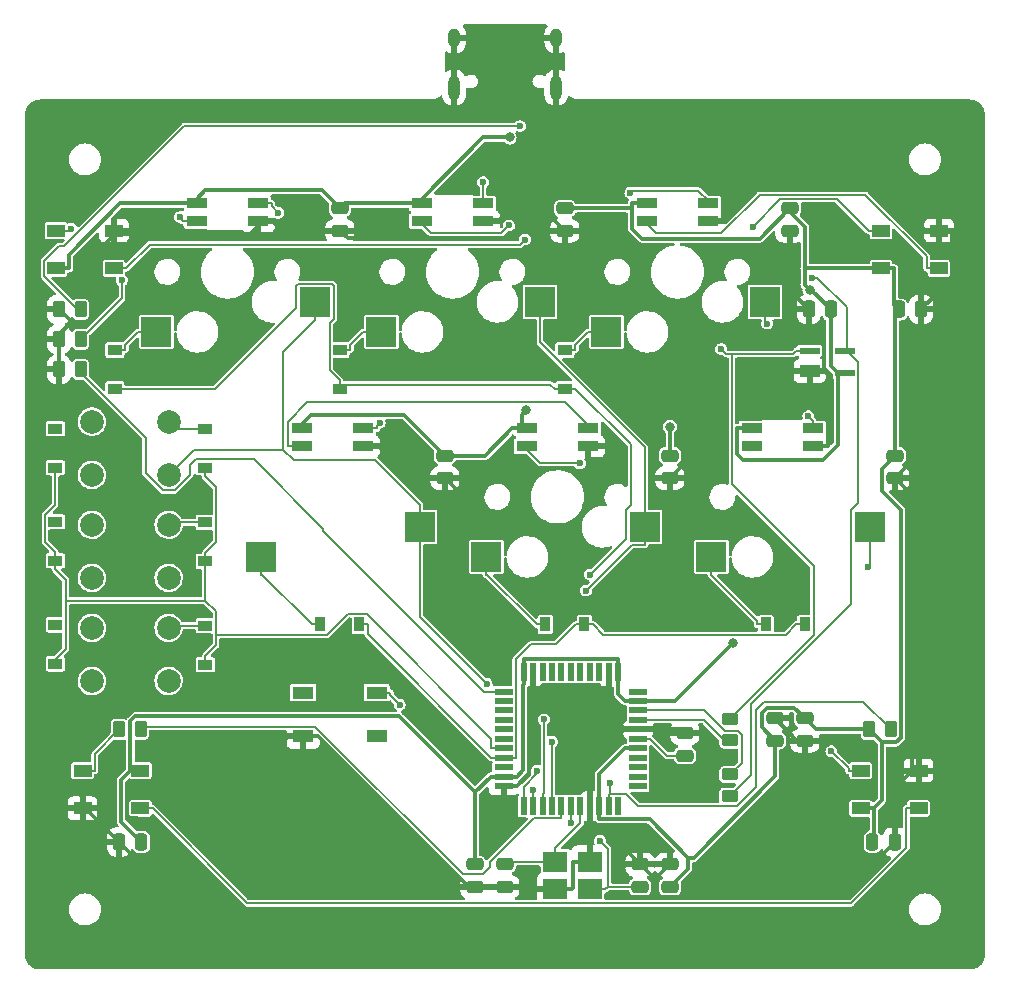
<source format=gbr>
%TF.GenerationSoftware,KiCad,Pcbnew,(6.0.5)*%
%TF.CreationDate,2022-05-30T19:57:47+07:00*%
%TF.ProjectId,atelier-alter,6174656c-6965-4722-9d61-6c7465722e6b,rev?*%
%TF.SameCoordinates,Original*%
%TF.FileFunction,Copper,L2,Bot*%
%TF.FilePolarity,Positive*%
%FSLAX46Y46*%
G04 Gerber Fmt 4.6, Leading zero omitted, Abs format (unit mm)*
G04 Created by KiCad (PCBNEW (6.0.5)) date 2022-05-30 19:57:47*
%MOMM*%
%LPD*%
G01*
G04 APERTURE LIST*
G04 Aperture macros list*
%AMRoundRect*
0 Rectangle with rounded corners*
0 $1 Rounding radius*
0 $2 $3 $4 $5 $6 $7 $8 $9 X,Y pos of 4 corners*
0 Add a 4 corners polygon primitive as box body*
4,1,4,$2,$3,$4,$5,$6,$7,$8,$9,$2,$3,0*
0 Add four circle primitives for the rounded corners*
1,1,$1+$1,$2,$3*
1,1,$1+$1,$4,$5*
1,1,$1+$1,$6,$7*
1,1,$1+$1,$8,$9*
0 Add four rect primitives between the rounded corners*
20,1,$1+$1,$2,$3,$4,$5,0*
20,1,$1+$1,$4,$5,$6,$7,0*
20,1,$1+$1,$6,$7,$8,$9,0*
20,1,$1+$1,$8,$9,$2,$3,0*%
G04 Aperture macros list end*
%TA.AperFunction,SMDPad,CuDef*%
%ADD10R,1.800000X0.900000*%
%TD*%
%TA.AperFunction,SMDPad,CuDef*%
%ADD11R,2.550000X2.500000*%
%TD*%
%TA.AperFunction,ComponentPad*%
%ADD12C,2.000000*%
%TD*%
%TA.AperFunction,ComponentPad*%
%ADD13O,1.000000X2.100000*%
%TD*%
%TA.AperFunction,ComponentPad*%
%ADD14O,1.000000X1.600000*%
%TD*%
%TA.AperFunction,SMDPad,CuDef*%
%ADD15R,1.500000X1.000000*%
%TD*%
%TA.AperFunction,SMDPad,CuDef*%
%ADD16R,1.500000X0.550000*%
%TD*%
%TA.AperFunction,SMDPad,CuDef*%
%ADD17R,0.550000X1.500000*%
%TD*%
%TA.AperFunction,SMDPad,CuDef*%
%ADD18RoundRect,0.250000X0.475000X-0.250000X0.475000X0.250000X-0.475000X0.250000X-0.475000X-0.250000X0*%
%TD*%
%TA.AperFunction,SMDPad,CuDef*%
%ADD19RoundRect,0.250000X0.250000X0.475000X-0.250000X0.475000X-0.250000X-0.475000X0.250000X-0.475000X0*%
%TD*%
%TA.AperFunction,SMDPad,CuDef*%
%ADD20RoundRect,0.250000X-0.262500X-0.450000X0.262500X-0.450000X0.262500X0.450000X-0.262500X0.450000X0*%
%TD*%
%TA.AperFunction,SMDPad,CuDef*%
%ADD21RoundRect,0.250000X-0.250000X-0.475000X0.250000X-0.475000X0.250000X0.475000X-0.250000X0.475000X0*%
%TD*%
%TA.AperFunction,SMDPad,CuDef*%
%ADD22RoundRect,0.250000X0.262500X0.450000X-0.262500X0.450000X-0.262500X-0.450000X0.262500X-0.450000X0*%
%TD*%
%TA.AperFunction,SMDPad,CuDef*%
%ADD23R,1.200000X0.900000*%
%TD*%
%TA.AperFunction,SMDPad,CuDef*%
%ADD24RoundRect,0.250000X0.450000X-0.262500X0.450000X0.262500X-0.450000X0.262500X-0.450000X-0.262500X0*%
%TD*%
%TA.AperFunction,SMDPad,CuDef*%
%ADD25RoundRect,0.250000X-0.450000X0.262500X-0.450000X-0.262500X0.450000X-0.262500X0.450000X0.262500X0*%
%TD*%
%TA.AperFunction,SMDPad,CuDef*%
%ADD26RoundRect,0.250000X-0.475000X0.250000X-0.475000X-0.250000X0.475000X-0.250000X0.475000X0.250000X0*%
%TD*%
%TA.AperFunction,SMDPad,CuDef*%
%ADD27R,0.900000X1.200000*%
%TD*%
%TA.AperFunction,SMDPad,CuDef*%
%ADD28R,2.100000X1.800000*%
%TD*%
%TA.AperFunction,SMDPad,CuDef*%
%ADD29R,1.800000X1.100000*%
%TD*%
%TA.AperFunction,SMDPad,CuDef*%
%ADD30R,1.700000X1.000000*%
%TD*%
%TA.AperFunction,SMDPad,CuDef*%
%ADD31R,1.700000X0.600000*%
%TD*%
%TA.AperFunction,ViaPad*%
%ADD32C,0.800000*%
%TD*%
%TA.AperFunction,ViaPad*%
%ADD33C,0.600000*%
%TD*%
%TA.AperFunction,Conductor*%
%ADD34C,0.300000*%
%TD*%
%TA.AperFunction,Conductor*%
%ADD35C,0.150000*%
%TD*%
G04 APERTURE END LIST*
D10*
%TO.P,MX6,1,GND*%
%TO.N,GND*%
X183575000Y-90315000D03*
%TO.P,MX6,2,DIN*%
%TO.N,Net-(MX5-Pad3)*%
X183575000Y-88815000D03*
%TO.P,MX6,3,DOUT*%
%TO.N,unconnected-(MX6-Pad3)*%
X178375000Y-90315000D03*
%TO.P,MX6,4,VCC*%
%TO.N,+5V*%
X178375000Y-88815000D03*
D11*
%TO.P,MX6,5,SW1*%
%TO.N,COL3*%
X188385000Y-97155000D03*
%TO.P,MX6,6,SW2*%
%TO.N,Net-(D23-Pad2)*%
X174960000Y-99695000D03*
%TD*%
D12*
%TO.P,SW2,1,1*%
%TO.N,Net-(D32-Pad2)*%
X122505200Y-96968800D03*
X129005200Y-96968800D03*
%TO.P,SW2,2,2*%
%TO.N,COL2*%
X122505200Y-101468800D03*
X129005200Y-101468800D03*
%TD*%
D10*
%TO.P,MX5,1,GND*%
%TO.N,GND*%
X164525000Y-90315000D03*
%TO.P,MX5,2,DIN*%
%TO.N,Net-(MX4-Pad3)*%
X164525000Y-88815000D03*
%TO.P,MX5,3,DOUT*%
%TO.N,Net-(MX5-Pad3)*%
X159325000Y-90315000D03*
%TO.P,MX5,4,VCC*%
%TO.N,+5V*%
X159325000Y-88815000D03*
D11*
%TO.P,MX5,5,SW1*%
%TO.N,COL2*%
X169335000Y-97155000D03*
%TO.P,MX5,6,SW2*%
%TO.N,Net-(D22-Pad2)*%
X155910000Y-99695000D03*
%TD*%
D10*
%TO.P,MX4,1,GND*%
%TO.N,GND*%
X145475000Y-90315000D03*
%TO.P,MX4,2,DIN*%
%TO.N,D21*%
X145475000Y-88815000D03*
%TO.P,MX4,3,DOUT*%
%TO.N,Net-(MX4-Pad3)*%
X140275000Y-90315000D03*
%TO.P,MX4,4,VCC*%
%TO.N,+5V*%
X140275000Y-88815000D03*
D11*
%TO.P,MX4,5,SW1*%
%TO.N,COL1*%
X150285000Y-97155000D03*
%TO.P,MX4,6,SW2*%
%TO.N,Net-(D21-Pad2)*%
X136860000Y-99695000D03*
%TD*%
D12*
%TO.P,SW3,1,1*%
%TO.N,Net-(D33-Pad2)*%
X122505100Y-105700000D03*
X129005100Y-105700000D03*
%TO.P,SW3,2,2*%
%TO.N,COL3*%
X122505100Y-110200000D03*
X129005100Y-110200000D03*
%TD*%
%TO.P,SW1,1,1*%
%TO.N,Net-(D31-Pad2)*%
X122505100Y-88237500D03*
X129005100Y-88237500D03*
%TO.P,SW1,2,2*%
%TO.N,COL1*%
X122505100Y-92737500D03*
X129005100Y-92737500D03*
%TD*%
D10*
%TO.P,MX3,1,GND*%
%TO.N,GND*%
X174685000Y-71265000D03*
%TO.P,MX3,2,DIN*%
%TO.N,Net-(MX2-Pad3)*%
X174685000Y-69765000D03*
%TO.P,MX3,3,DOUT*%
%TO.N,D12*%
X169485000Y-71265000D03*
%TO.P,MX3,4,VCC*%
%TO.N,+5V*%
X169485000Y-69765000D03*
D11*
%TO.P,MX3,5,SW1*%
%TO.N,COL3*%
X179495000Y-78105000D03*
%TO.P,MX3,6,SW2*%
%TO.N,Net-(D13-Pad2)*%
X166070000Y-80645000D03*
%TD*%
D10*
%TO.P,MX1,1,GND*%
%TO.N,GND*%
X136585000Y-71265000D03*
%TO.P,MX1,2,DIN*%
%TO.N,D11*%
X136585000Y-69765000D03*
%TO.P,MX1,3,DOUT*%
%TO.N,Net-(MX1-Pad3)*%
X131385000Y-71265000D03*
%TO.P,MX1,4,VCC*%
%TO.N,+5V*%
X131385000Y-69765000D03*
D11*
%TO.P,MX1,5,SW1*%
%TO.N,COL1*%
X141395000Y-78105000D03*
%TO.P,MX1,6,SW2*%
%TO.N,Net-(D11-Pad2)*%
X127970000Y-80645000D03*
%TD*%
D13*
%TO.P,USB1,13,SHIELD*%
%TO.N,GND*%
X161825100Y-59961300D03*
D14*
X153185100Y-55781300D03*
D13*
X153185100Y-59961300D03*
D14*
X161825100Y-55781300D03*
%TD*%
D10*
%TO.P,MX2,1,GND*%
%TO.N,GND*%
X155635000Y-71265000D03*
%TO.P,MX2,2,DIN*%
%TO.N,Net-(MX1-Pad3)*%
X155635000Y-69765000D03*
%TO.P,MX2,3,DOUT*%
%TO.N,Net-(MX2-Pad3)*%
X150435000Y-71265000D03*
%TO.P,MX2,4,VCC*%
%TO.N,+5V*%
X150435000Y-69765000D03*
D11*
%TO.P,MX2,5,SW1*%
%TO.N,COL2*%
X160445000Y-78105000D03*
%TO.P,MX2,6,SW2*%
%TO.N,Net-(D12-Pad2)*%
X147020000Y-80645000D03*
%TD*%
D15*
%TO.P,D5,1,VSS*%
%TO.N,GND*%
X192498900Y-117780000D03*
%TO.P,D5,2,DIN*%
%TO.N,Net-(D2-Pad4)*%
X192498900Y-120980000D03*
%TO.P,D5,3,VDD*%
%TO.N,+5V*%
X187598900Y-120980000D03*
%TO.P,D5,4,DOUT*%
%TO.N,D11*%
X187598900Y-117780000D03*
%TD*%
D16*
%TO.P,U1,1,PE6*%
%TO.N,unconnected-(U1-Pad1)*%
X168761400Y-111093800D03*
%TO.P,U1,2,UVCC*%
%TO.N,+5V*%
X168761400Y-111893800D03*
%TO.P,U1,3,D-*%
%TO.N,Net-(R1-Pad2)*%
X168761400Y-112693800D03*
%TO.P,U1,4,D+*%
%TO.N,Net-(R2-Pad2)*%
X168761400Y-113493800D03*
%TO.P,U1,5,UGND*%
%TO.N,GND*%
X168761400Y-114293800D03*
%TO.P,U1,6,UCAP*%
%TO.N,Net-(C6-Pad2)*%
X168761400Y-115093800D03*
%TO.P,U1,7,VBUS*%
%TO.N,+5V*%
X168761400Y-115893800D03*
%TO.P,U1,8,PB0*%
%TO.N,unconnected-(U1-Pad8)*%
X168761400Y-116693800D03*
%TO.P,U1,9,PB1*%
%TO.N,unconnected-(U1-Pad9)*%
X168761400Y-117493800D03*
%TO.P,U1,10,PB2*%
%TO.N,unconnected-(U1-Pad10)*%
X168761400Y-118293800D03*
%TO.P,U1,11,PB3*%
%TO.N,unconnected-(U1-Pad11)*%
X168761400Y-119093800D03*
D17*
%TO.P,U1,12,PB7*%
%TO.N,unconnected-(U1-Pad12)*%
X167061400Y-120793800D03*
%TO.P,U1,13,~{RESET}*%
%TO.N,Net-(R3-Pad1)*%
X166261400Y-120793800D03*
%TO.P,U1,14,VCC*%
%TO.N,+5V*%
X165461400Y-120793800D03*
%TO.P,U1,15,GND*%
%TO.N,GND*%
X164661400Y-120793800D03*
%TO.P,U1,16,XTAL2*%
%TO.N,Net-(C3-Pad2)*%
X163861400Y-120793800D03*
%TO.P,U1,17,XTAL1*%
%TO.N,Net-(C2-Pad2)*%
X163061400Y-120793800D03*
%TO.P,U1,18,PD0*%
%TO.N,RGB*%
X162261400Y-120793800D03*
%TO.P,U1,19,PD1*%
%TO.N,COL1*%
X161461400Y-120793800D03*
%TO.P,U1,20,PD2*%
%TO.N,COL2*%
X160661400Y-120793800D03*
%TO.P,U1,21,PD3*%
%TO.N,COL3*%
X159861400Y-120793800D03*
%TO.P,U1,22,PD5*%
%TO.N,ROW1*%
X159061400Y-120793800D03*
D16*
%TO.P,U1,23,GND*%
%TO.N,GND*%
X157361400Y-119093800D03*
%TO.P,U1,24,AVCC*%
%TO.N,+5V*%
X157361400Y-118293800D03*
%TO.P,U1,25,PD4*%
%TO.N,unconnected-(U1-Pad25)*%
X157361400Y-117493800D03*
%TO.P,U1,26,PD6*%
%TO.N,ROW2*%
X157361400Y-116693800D03*
%TO.P,U1,27,PD7*%
%TO.N,ROW3*%
X157361400Y-115893800D03*
%TO.P,U1,28,PB4*%
%TO.N,unconnected-(U1-Pad28)*%
X157361400Y-115093800D03*
%TO.P,U1,29,PB5*%
%TO.N,unconnected-(U1-Pad29)*%
X157361400Y-114293800D03*
%TO.P,U1,30,PB6*%
%TO.N,unconnected-(U1-Pad30)*%
X157361400Y-113493800D03*
%TO.P,U1,31,PC6*%
%TO.N,unconnected-(U1-Pad31)*%
X157361400Y-112693800D03*
%TO.P,U1,32,PC7*%
%TO.N,unconnected-(U1-Pad32)*%
X157361400Y-111893800D03*
%TO.P,U1,33,~{HWB}/PE2*%
%TO.N,Net-(R6-Pad1)*%
X157361400Y-111093800D03*
D17*
%TO.P,U1,34,VCC*%
%TO.N,+5V*%
X159061400Y-109393800D03*
%TO.P,U1,35,GND*%
%TO.N,GND*%
X159861400Y-109393800D03*
%TO.P,U1,36,PF7*%
%TO.N,unconnected-(U1-Pad36)*%
X160661400Y-109393800D03*
%TO.P,U1,37,PF6*%
%TO.N,unconnected-(U1-Pad37)*%
X161461400Y-109393800D03*
%TO.P,U1,38,PF5*%
%TO.N,unconnected-(U1-Pad38)*%
X162261400Y-109393800D03*
%TO.P,U1,39,PF4*%
%TO.N,unconnected-(U1-Pad39)*%
X163061400Y-109393800D03*
%TO.P,U1,40,PF1*%
%TO.N,unconnected-(U1-Pad40)*%
X163861400Y-109393800D03*
%TO.P,U1,41,PF0*%
%TO.N,unconnected-(U1-Pad41)*%
X164661400Y-109393800D03*
%TO.P,U1,42,AREF*%
%TO.N,unconnected-(U1-Pad42)*%
X165461400Y-109393800D03*
%TO.P,U1,43,GND*%
%TO.N,GND*%
X166261400Y-109393800D03*
%TO.P,U1,44,AVCC*%
%TO.N,+5V*%
X167061400Y-109393800D03*
%TD*%
D18*
%TO.P,C7,1*%
%TO.N,+5V*%
X180340000Y-115250000D03*
%TO.P,C7,2*%
%TO.N,GND*%
X180340000Y-113350000D03*
%TD*%
D19*
%TO.P,C14,1*%
%TO.N,+5V*%
X185100000Y-78740000D03*
%TO.P,C14,2*%
%TO.N,GND*%
X183200000Y-78740000D03*
%TD*%
D20*
%TO.P,R4,1*%
%TO.N,GND*%
X119737500Y-78740000D03*
%TO.P,R4,2*%
%TO.N,Net-(R4-Pad2)*%
X121562500Y-78740000D03*
%TD*%
D21*
%TO.P,C17,1*%
%TO.N,+5V*%
X190820000Y-78740000D03*
%TO.P,C17,2*%
%TO.N,GND*%
X192720000Y-78740000D03*
%TD*%
D22*
%TO.P,R7,1*%
%TO.N,RGB*%
X126642500Y-114300000D03*
%TO.P,R7,2*%
%TO.N,Net-(D2-Pad2)*%
X124817500Y-114300000D03*
%TD*%
D23*
%TO.P,D33,1,K*%
%TO.N,ROW3*%
X132105100Y-108806300D03*
%TO.P,D33,2,A*%
%TO.N,Net-(D33-Pad2)*%
X132105100Y-105506300D03*
%TD*%
D15*
%TO.P,D14,1,VSS*%
%TO.N,GND*%
X124370000Y-72060000D03*
%TO.P,D14,2,DIN*%
%TO.N,Net-(D14-Pad2)*%
X124370000Y-75260000D03*
%TO.P,D14,3,VDD*%
%TO.N,+5V*%
X119470000Y-75260000D03*
%TO.P,D14,4,DOUT*%
%TO.N,D21*%
X119470000Y-72060000D03*
%TD*%
D24*
%TO.P,R1,1*%
%TO.N,D-*%
X176510000Y-119935000D03*
%TO.P,R1,2*%
%TO.N,Net-(R1-Pad2)*%
X176510000Y-118110000D03*
%TD*%
D23*
%TO.P,D13,1,K*%
%TO.N,ROW1*%
X162560000Y-85470000D03*
%TO.P,D13,2,A*%
%TO.N,Net-(D13-Pad2)*%
X162560000Y-82170000D03*
%TD*%
D25*
%TO.P,R2,1*%
%TO.N,D+*%
X176530000Y-113387500D03*
%TO.P,R2,2*%
%TO.N,Net-(R2-Pad2)*%
X176530000Y-115212500D03*
%TD*%
D18*
%TO.P,C9,1*%
%TO.N,GND*%
X143510000Y-72070000D03*
%TO.P,C9,2*%
%TO.N,+5V*%
X143510000Y-70170000D03*
%TD*%
%TO.P,C15,1*%
%TO.N,GND*%
X190500000Y-93025000D03*
%TO.P,C15,2*%
%TO.N,+5V*%
X190500000Y-91125000D03*
%TD*%
D23*
%TO.P,D17,1,K*%
%TO.N,ROW3*%
X119405100Y-108743800D03*
%TO.P,D17,2,A*%
%TO.N,Net-(D17-Pad2)*%
X119405100Y-105443800D03*
%TD*%
D26*
%TO.P,C5,1*%
%TO.N,+5V*%
X182880000Y-113350000D03*
%TO.P,C5,2*%
%TO.N,GND*%
X182880000Y-115250000D03*
%TD*%
D15*
%TO.P,D9,1,VSS*%
%TO.N,GND*%
X194220000Y-72060000D03*
%TO.P,D9,2,DIN*%
%TO.N,D12*%
X194220000Y-75260000D03*
%TO.P,D9,3,VDD*%
%TO.N,+5V*%
X189320000Y-75260000D03*
%TO.P,D9,4,DOUT*%
%TO.N,Net-(D14-Pad2)*%
X189320000Y-72060000D03*
%TD*%
D26*
%TO.P,C6,1*%
%TO.N,GND*%
X172720000Y-114620000D03*
%TO.P,C6,2*%
%TO.N,Net-(C6-Pad2)*%
X172720000Y-116520000D03*
%TD*%
%TO.P,C4,1*%
%TO.N,+5V*%
X154940000Y-125730000D03*
%TO.P,C4,2*%
%TO.N,GND*%
X154940000Y-127630000D03*
%TD*%
D23*
%TO.P,D31,1,K*%
%TO.N,ROW3*%
X132105100Y-92137500D03*
%TO.P,D31,2,A*%
%TO.N,Net-(D31-Pad2)*%
X132105100Y-88837500D03*
%TD*%
D22*
%TO.P,R6,1*%
%TO.N,Net-(R6-Pad1)*%
X121562500Y-83820000D03*
%TO.P,R6,2*%
%TO.N,GND*%
X119737500Y-83820000D03*
%TD*%
D23*
%TO.P,D19,1,K*%
%TO.N,ROW3*%
X119405100Y-100012600D03*
%TO.P,D19,2,A*%
%TO.N,Net-(D19-Pad2)*%
X119405100Y-96712600D03*
%TD*%
D18*
%TO.P,C8,1*%
%TO.N,GND*%
X152400000Y-93025000D03*
%TO.P,C8,2*%
%TO.N,+5V*%
X152400000Y-91125000D03*
%TD*%
D15*
%TO.P,D2,1,VSS*%
%TO.N,GND*%
X121717600Y-120980000D03*
%TO.P,D2,2,DIN*%
%TO.N,Net-(D2-Pad2)*%
X121717600Y-117780000D03*
%TO.P,D2,3,VDD*%
%TO.N,+5V*%
X126617600Y-117780000D03*
%TO.P,D2,4,DOUT*%
%TO.N,Net-(D2-Pad4)*%
X126617600Y-120980000D03*
%TD*%
D21*
%TO.P,C11,1*%
%TO.N,+5V*%
X188600000Y-123825000D03*
%TO.P,C11,2*%
%TO.N,GND*%
X190500000Y-123825000D03*
%TD*%
D27*
%TO.P,D22,1,K*%
%TO.N,ROW2*%
X164210000Y-105410000D03*
%TO.P,D22,2,A*%
%TO.N,Net-(D22-Pad2)*%
X160910000Y-105410000D03*
%TD*%
D18*
%TO.P,C13,1*%
%TO.N,GND*%
X162560000Y-72070000D03*
%TO.P,C13,2*%
%TO.N,+5V*%
X162560000Y-70170000D03*
%TD*%
D23*
%TO.P,D11,1,K*%
%TO.N,ROW1*%
X124460000Y-85470000D03*
%TO.P,D11,2,A*%
%TO.N,Net-(D11-Pad2)*%
X124460000Y-82170000D03*
%TD*%
D20*
%TO.P,R5,1*%
%TO.N,GND*%
X119737500Y-81280000D03*
%TO.P,R5,2*%
%TO.N,Net-(R5-Pad2)*%
X121562500Y-81280000D03*
%TD*%
D18*
%TO.P,C1,1*%
%TO.N,+5V*%
X171450000Y-127630000D03*
%TO.P,C1,2*%
%TO.N,GND*%
X171450000Y-125730000D03*
%TD*%
D19*
%TO.P,C10,1*%
%TO.N,+5V*%
X126705100Y-123825000D03*
%TO.P,C10,2*%
%TO.N,GND*%
X124805100Y-123825000D03*
%TD*%
D28*
%TO.P,Y1,1,1*%
%TO.N,Net-(C3-Pad2)*%
X161748900Y-125530000D03*
%TO.P,Y1,2,2*%
%TO.N,GND*%
X164648900Y-125530000D03*
%TO.P,Y1,3,3*%
%TO.N,Net-(C2-Pad2)*%
X164648900Y-127830000D03*
%TO.P,Y1,4,4*%
%TO.N,GND*%
X161748900Y-127830000D03*
%TD*%
D23*
%TO.P,D18,1,K*%
%TO.N,ROW3*%
X119405100Y-92137500D03*
%TO.P,D18,2,A*%
%TO.N,Net-(D18-Pad2)*%
X119405100Y-88837500D03*
%TD*%
D27*
%TO.P,D23,1,K*%
%TO.N,ROW2*%
X182880000Y-105410000D03*
%TO.P,D23,2,A*%
%TO.N,Net-(D23-Pad2)*%
X179580000Y-105410000D03*
%TD*%
D23*
%TO.P,D12,1,K*%
%TO.N,ROW1*%
X143510000Y-85470000D03*
%TO.P,D12,2,A*%
%TO.N,Net-(D12-Pad2)*%
X143510000Y-82170000D03*
%TD*%
D29*
%TO.P,SW4,1,1*%
%TO.N,GND*%
X140410000Y-114880000D03*
%TO.P,SW4,2,2*%
%TO.N,Net-(R3-Pad1)*%
X146610000Y-111180000D03*
%TO.P,SW4,3*%
%TO.N,N/C*%
X140410000Y-111180000D03*
%TO.P,SW4,4*%
X146610000Y-114880000D03*
%TD*%
D22*
%TO.P,R3,1*%
%TO.N,Net-(R3-Pad1)*%
X190142500Y-114300000D03*
%TO.P,R3,2*%
%TO.N,+5V*%
X188317500Y-114300000D03*
%TD*%
D30*
%TO.P,U2,1,GND*%
%TO.N,GND*%
X183285000Y-83935000D03*
D31*
%TO.P,U2,2,IO1*%
%TO.N,D+*%
X183285000Y-82235000D03*
%TO.P,U2,3,IO2*%
%TO.N,D-*%
X186285000Y-82235000D03*
%TO.P,U2,4,VCC*%
%TO.N,+5V*%
X186285000Y-84135000D03*
%TD*%
D18*
%TO.P,C16,1*%
%TO.N,GND*%
X181610000Y-72070000D03*
%TO.P,C16,2*%
%TO.N,+5V*%
X181610000Y-70170000D03*
%TD*%
%TO.P,C12,1*%
%TO.N,GND*%
X171450000Y-93025000D03*
%TO.P,C12,2*%
%TO.N,+5V*%
X171450000Y-91125000D03*
%TD*%
D23*
%TO.P,D32,1,K*%
%TO.N,ROW3*%
X132105100Y-100075000D03*
%TO.P,D32,2,A*%
%TO.N,Net-(D32-Pad2)*%
X132105100Y-96775000D03*
%TD*%
D26*
%TO.P,C2,1*%
%TO.N,GND*%
X168910000Y-125730000D03*
%TO.P,C2,2*%
%TO.N,Net-(C2-Pad2)*%
X168910000Y-127630000D03*
%TD*%
D18*
%TO.P,C3,1*%
%TO.N,GND*%
X157480000Y-127630000D03*
%TO.P,C3,2*%
%TO.N,Net-(C3-Pad2)*%
X157480000Y-125730000D03*
%TD*%
D27*
%TO.P,D21,1,K*%
%TO.N,ROW2*%
X145160000Y-105410000D03*
%TO.P,D21,2,A*%
%TO.N,Net-(D21-Pad2)*%
X141860000Y-105410000D03*
%TD*%
D32*
%TO.N,+5V*%
X176824100Y-106968800D03*
X159301800Y-87271800D03*
X183275900Y-77052500D03*
X171450000Y-88672600D03*
X157873600Y-64172600D03*
D33*
%TO.N,Net-(C2-Pad2)*%
X165510700Y-123733400D03*
X163061400Y-122226000D03*
%TO.N,ROW1*%
X160167700Y-117811100D03*
X164694700Y-101203500D03*
%TO.N,COL1*%
X161461400Y-115328900D03*
X155931000Y-110443700D03*
%TO.N,COL2*%
X164342000Y-102551600D03*
X160773600Y-113456600D03*
%TO.N,COL3*%
X159861400Y-119404100D03*
X188193300Y-100555800D03*
X179683300Y-79938200D03*
%TO.N,D-*%
X183510000Y-76041500D03*
%TO.N,D+*%
X175782400Y-82088000D03*
%TO.N,Net-(R3-Pad1)*%
X166370500Y-118811700D03*
X148570400Y-112207900D03*
%TO.N,D11*%
X185125000Y-116147600D03*
X138283700Y-70540600D03*
%TO.N,D21*%
X146880900Y-88331800D03*
X120741800Y-71902400D03*
%TO.N,Net-(R4-Pad2)*%
X158755100Y-63208600D03*
%TO.N,Net-(R5-Pad2)*%
X125045800Y-76281400D03*
%TO.N,Net-(MX1-Pad3)*%
X129980800Y-70914000D03*
X155635000Y-67954200D03*
%TO.N,Net-(MX2-Pad3)*%
X157834700Y-71618500D03*
X168095700Y-68863600D03*
%TO.N,Net-(MX5-Pad3)*%
X183172500Y-87776100D03*
X163837500Y-91759400D03*
%TO.N,Net-(D14-Pad2)*%
X178441800Y-71741400D03*
X159168900Y-72824300D03*
%TD*%
D34*
%TO.N,+5V*%
X182855900Y-75260000D02*
X182855900Y-76632500D01*
X172996600Y-126083400D02*
X172996600Y-125158200D01*
X168234700Y-70170000D02*
X168234700Y-71896400D01*
X124995000Y-118558100D02*
X124995000Y-122114900D01*
X158935000Y-88815000D02*
X158074700Y-88815000D01*
X165461400Y-120793800D02*
X165461400Y-118093500D01*
X179046100Y-72733900D02*
X181447700Y-70332300D01*
X131385000Y-69765000D02*
X124919400Y-69765000D01*
X167061400Y-111294000D02*
X167061400Y-110494100D01*
X159061400Y-109393800D02*
X159061400Y-110494100D01*
X148523900Y-113198800D02*
X126179000Y-113198800D01*
X158074700Y-88815000D02*
X155764700Y-91125000D01*
X183412500Y-77052500D02*
X183275900Y-77052500D01*
X184406300Y-91454300D02*
X177597600Y-91454300D01*
X143510000Y-70170000D02*
X143915000Y-69765000D01*
X181447700Y-70332300D02*
X181610000Y-70170000D01*
X185684900Y-84135000D02*
X185054200Y-83504300D01*
X185054200Y-78785800D02*
X185100000Y-78740000D01*
X190500000Y-91125000D02*
X190500000Y-79060000D01*
X185054200Y-83504300D02*
X185054200Y-78785800D01*
X191022700Y-114996600D02*
X191022700Y-95712800D01*
X176824100Y-106968800D02*
X171899100Y-111893800D01*
X178375000Y-88815000D02*
X177124700Y-88815000D01*
X189383200Y-94073300D02*
X189383200Y-92241800D01*
X141990800Y-68650800D02*
X132114400Y-68650800D01*
X182855900Y-76632500D02*
X183275900Y-77052500D01*
X189320000Y-75260000D02*
X188219700Y-75260000D01*
X169485000Y-69765000D02*
X168234700Y-69765000D01*
X171899100Y-111893800D02*
X168761400Y-111893800D01*
X167061400Y-109393800D02*
X167061400Y-110494100D01*
X148945800Y-87670800D02*
X141073800Y-87670800D01*
X191022700Y-95712800D02*
X189383200Y-94073300D01*
X141073800Y-87670800D02*
X140275000Y-88469600D01*
X132114400Y-68650800D02*
X131385000Y-69380200D01*
X190500000Y-79060000D02*
X190820000Y-78740000D01*
X189383200Y-92241800D02*
X190500000Y-91125000D01*
X154940000Y-119614900D02*
X148523900Y-113198800D01*
X157911600Y-118293800D02*
X157361400Y-118293800D01*
X182855900Y-71740500D02*
X182855900Y-75260000D01*
X120570300Y-74114100D02*
X120570300Y-75260000D01*
X171450000Y-127630000D02*
X172996600Y-126083400D01*
X179216700Y-114126700D02*
X180340000Y-115250000D01*
X179216700Y-112889700D02*
X179216700Y-114126700D01*
X172996600Y-125158200D02*
X169732500Y-121894100D01*
X168761400Y-111893800D02*
X167661200Y-111893800D01*
X189320000Y-75260000D02*
X190420300Y-75260000D01*
X143915000Y-69765000D02*
X150435000Y-69765000D01*
X167661200Y-111893800D02*
X167061400Y-111294000D01*
X165461400Y-118093500D02*
X167661100Y-115893800D01*
X190420300Y-78340300D02*
X190820000Y-78740000D01*
X188317500Y-114300000D02*
X183830000Y-114300000D01*
X179647900Y-112458500D02*
X179216700Y-112889700D01*
X187598900Y-120980000D02*
X188699200Y-120980000D01*
X188600000Y-123825000D02*
X188699200Y-123725800D01*
X124919400Y-69765000D02*
X120570300Y-74114100D01*
X155764700Y-91125000D02*
X152400000Y-91125000D01*
X189410700Y-115393200D02*
X190626100Y-115393200D01*
X159061400Y-109393800D02*
X159061400Y-108293500D01*
X172996600Y-125158200D02*
X173465300Y-125158200D01*
X182855900Y-75260000D02*
X188219700Y-75260000D01*
X152400000Y-91125000D02*
X148945800Y-87670800D01*
X177597600Y-91454300D02*
X177124700Y-90981400D01*
X165461400Y-120793800D02*
X165461400Y-121894100D01*
X188699200Y-123725800D02*
X188699200Y-120980000D01*
X155629700Y-64172600D02*
X150435000Y-69367300D01*
X159017100Y-117738400D02*
X158461700Y-118293800D01*
X168234700Y-71896400D02*
X169072200Y-72733900D01*
X140275000Y-88469600D02*
X140275000Y-88815000D01*
X167061400Y-109393800D02*
X167061400Y-108293500D01*
X131385000Y-69380200D02*
X131385000Y-69765000D01*
X159061400Y-110494100D02*
X159017100Y-110538400D01*
X171450000Y-91125000D02*
X171450000Y-88672600D01*
X188317500Y-114300000D02*
X189410700Y-115393200D01*
X180340000Y-118283500D02*
X180340000Y-115250000D01*
X182880000Y-113350000D02*
X181988500Y-112458500D01*
X125773100Y-117780000D02*
X124995000Y-118558100D01*
X143510000Y-70170000D02*
X141990800Y-68650800D01*
X159017100Y-110538400D02*
X159017100Y-117738400D01*
X158935000Y-88815000D02*
X158935000Y-87638600D01*
X119470000Y-75260000D02*
X120570300Y-75260000D01*
X154940000Y-119614900D02*
X156261100Y-118293800D01*
X173465300Y-125158200D02*
X180340000Y-118283500D01*
X168234700Y-70170000D02*
X162560000Y-70170000D01*
X181988500Y-112458500D02*
X179647900Y-112458500D01*
X177124700Y-90981400D02*
X177124700Y-88815000D01*
X157873600Y-64172600D02*
X155629700Y-64172600D01*
X159325000Y-88815000D02*
X158935000Y-88815000D01*
X124995000Y-122114900D02*
X126705100Y-123825000D01*
X126617600Y-117780000D02*
X125773100Y-117780000D01*
X183830000Y-114300000D02*
X182880000Y-113350000D01*
X186285000Y-84135000D02*
X185684900Y-84135000D01*
X167061400Y-108293500D02*
X159061400Y-108293500D01*
X154940000Y-125730000D02*
X154940000Y-119614900D01*
X168761400Y-115893800D02*
X167661100Y-115893800D01*
X125773100Y-113604700D02*
X125773100Y-117780000D01*
X185684900Y-84135000D02*
X185684900Y-90175700D01*
X150435000Y-69367300D02*
X150435000Y-69765000D01*
X126179000Y-113198800D02*
X125773100Y-113604700D01*
X189410700Y-120268500D02*
X188699200Y-120980000D01*
X181447700Y-70332300D02*
X182855900Y-71740500D01*
X185100000Y-78740000D02*
X183412500Y-77052500D01*
X157361400Y-118293800D02*
X156261100Y-118293800D01*
X169732500Y-121894100D02*
X165461400Y-121894100D01*
X190420300Y-75260000D02*
X190420300Y-78340300D01*
X190626100Y-115393200D02*
X191022700Y-114996600D01*
X158935000Y-87638600D02*
X159301800Y-87271800D01*
X168234700Y-70170000D02*
X168234700Y-69765000D01*
X169072200Y-72733900D02*
X179046100Y-72733900D01*
X189410700Y-115393200D02*
X189410700Y-120268500D01*
X185684900Y-90175700D02*
X184406300Y-91454300D01*
X157911600Y-118293800D02*
X158461700Y-118293800D01*
%TO.N,GND*%
X183575000Y-90315000D02*
X184825300Y-90315000D01*
X190500000Y-93025000D02*
X191960000Y-94485000D01*
X166261400Y-109393800D02*
X166261400Y-110368900D01*
X175986700Y-69131400D02*
X175070000Y-68214800D01*
X144168200Y-72728200D02*
X157650800Y-72728200D01*
X124481300Y-72171300D02*
X124370000Y-72060000D01*
X161748900Y-127830000D02*
X160348600Y-127830000D01*
X164525000Y-95543600D02*
X164525000Y-90315000D01*
X162560000Y-72070000D02*
X165265900Y-72070000D01*
X160148600Y-127630000D02*
X160348600Y-127830000D01*
X189380100Y-124944900D02*
X188134200Y-124944900D01*
X184485300Y-83912100D02*
X184462400Y-83935000D01*
X161825100Y-68213300D02*
X161483600Y-68554800D01*
X192498900Y-117780000D02*
X191960000Y-117780000D01*
X165265900Y-72070000D02*
X173334600Y-80138700D01*
X164661400Y-121343900D02*
X164661400Y-121894100D01*
X145475000Y-90315000D02*
X146725300Y-90315000D01*
X171450000Y-98074500D02*
X166312500Y-103212000D01*
X163371400Y-102541400D02*
X163371400Y-97013800D01*
X184462400Y-83935000D02*
X184825300Y-84297900D01*
X193119700Y-72060000D02*
X189612900Y-68553200D01*
X164661400Y-123080400D02*
X166260400Y-123080400D01*
X127244900Y-124932900D02*
X125913000Y-124932900D01*
X121960100Y-120980000D02*
X124805100Y-123825000D01*
X159861400Y-111130800D02*
X159517400Y-111474800D01*
X163248600Y-125530000D02*
X163248600Y-127730600D01*
X182240000Y-115250000D02*
X180340000Y-113350000D01*
X161748900Y-127830000D02*
X163149200Y-127830000D01*
X189612900Y-68553200D02*
X176564900Y-68553200D01*
X163371400Y-97013800D02*
X163371400Y-96697200D01*
X194220000Y-72060000D02*
X195320300Y-72060000D01*
X166261400Y-110368900D02*
X166261400Y-111130800D01*
X172720000Y-114620000D02*
X172393800Y-114293800D01*
X176564900Y-68553200D02*
X175986700Y-69131400D01*
X161825100Y-68213300D02*
X161825100Y-61361600D01*
X125517300Y-120332100D02*
X125517300Y-121625100D01*
X134234600Y-119805100D02*
X126044300Y-119805100D01*
X161483600Y-70993600D02*
X158840500Y-70993600D01*
X125517300Y-121625100D02*
X125722500Y-121830300D01*
X195320300Y-76139700D02*
X195320300Y-72060000D01*
X119737500Y-83820000D02*
X119737500Y-81280000D01*
X166312500Y-103212000D02*
X164042000Y-103212000D01*
X161483600Y-68554800D02*
X161483600Y-70993600D01*
X183285000Y-83935000D02*
X184462400Y-83935000D01*
X183200000Y-80438100D02*
X184485300Y-81723400D01*
X157650800Y-72728200D02*
X158485000Y-71894000D01*
X119737500Y-81280000D02*
X119737500Y-80846400D01*
X140410000Y-114880000D02*
X139159700Y-114880000D01*
X183200000Y-80438100D02*
X183200000Y-78740000D01*
X164648900Y-125530000D02*
X163248600Y-125530000D01*
X157480000Y-127630000D02*
X160148600Y-127630000D01*
X140410000Y-114880000D02*
X141660300Y-114880000D01*
X156388800Y-97013800D02*
X152400000Y-93025000D01*
X158485000Y-71349100D02*
X158104100Y-70968200D01*
X152400000Y-93025000D02*
X149435300Y-93025000D01*
X168366600Y-68214800D02*
X168365100Y-68213300D01*
X175070000Y-68214800D02*
X168366600Y-68214800D01*
X164661400Y-120793800D02*
X164661400Y-117293500D01*
X192720000Y-78740000D02*
X195320300Y-76139700D01*
X124481300Y-72369400D02*
X124481300Y-72171300D01*
X122088100Y-79793200D02*
X122449500Y-79431800D01*
X122449500Y-74401200D02*
X124481300Y-72369400D01*
X155635000Y-71265000D02*
X156885300Y-71265000D01*
X125913000Y-124932900D02*
X124805100Y-123825000D01*
X175986700Y-69131400D02*
X175935300Y-69182800D01*
X168761400Y-114293800D02*
X167661100Y-114293800D01*
X164661400Y-123080400D02*
X164661400Y-121894100D01*
X126304700Y-121830300D02*
X127589000Y-123114600D01*
X159517400Y-118038100D02*
X158461700Y-119093800D01*
X184485300Y-81723400D02*
X184485300Y-83912100D01*
X190500000Y-119240000D02*
X190500000Y-123825000D01*
X164042000Y-103212000D02*
X163371400Y-102541400D01*
X136585000Y-71265000D02*
X137835300Y-71265000D01*
X159517400Y-111474800D02*
X159517400Y-118038100D01*
X182880000Y-119690700D02*
X174040100Y-128530600D01*
X183049600Y-80588500D02*
X183200000Y-80438100D01*
X164648900Y-123092900D02*
X164661400Y-123080400D01*
X143510000Y-72070000D02*
X138640300Y-72070000D01*
X164661400Y-121343900D02*
X164661400Y-120793800D01*
X126044300Y-119805100D02*
X125517300Y-120332100D01*
X157182100Y-70968200D02*
X156885300Y-71265000D01*
X159861400Y-109393800D02*
X159861400Y-110369000D01*
X182880000Y-115250000D02*
X182240000Y-115250000D01*
X135879100Y-72369400D02*
X124481300Y-72369400D01*
X158485000Y-71894000D02*
X158485000Y-71349100D01*
X171450000Y-93025000D02*
X171450000Y-98074500D01*
X192720000Y-90805000D02*
X190500000Y-93025000D01*
X161825100Y-59961300D02*
X161825100Y-61361600D01*
X143510000Y-72070000D02*
X144168200Y-72728200D01*
X172393800Y-114293800D02*
X168761400Y-114293800D01*
X120790700Y-79793200D02*
X122088100Y-79793200D01*
X182880000Y-119690700D02*
X182880000Y-115250000D01*
X173334600Y-80588500D02*
X173334600Y-91140400D01*
X166261400Y-111130800D02*
X159861400Y-111130800D01*
X175935300Y-69182800D02*
X175935300Y-71265000D01*
X166261400Y-111130800D02*
X166261400Y-112894100D01*
X166260400Y-123080400D02*
X168910000Y-125730000D01*
X119737500Y-80846400D02*
X120790700Y-79793200D01*
X121840600Y-120980000D02*
X121960100Y-120980000D01*
X194220000Y-72060000D02*
X193119700Y-72060000D01*
X164648900Y-125530000D02*
X164648900Y-123092900D01*
X163248600Y-127730600D02*
X163149200Y-127830000D01*
X188134200Y-124944900D02*
X182880000Y-119690700D01*
X157361400Y-119093800D02*
X158461700Y-119093800D01*
X170180000Y-127000000D02*
X168910000Y-125730000D01*
X190500000Y-123825000D02*
X189380100Y-124944900D01*
X119737500Y-78740000D02*
X120790700Y-79793200D01*
X158104100Y-70968200D02*
X157182100Y-70968200D01*
X161483600Y-70993600D02*
X162560000Y-72070000D01*
X191960000Y-117780000D02*
X190500000Y-119240000D01*
X192720000Y-78740000D02*
X192720000Y-90805000D01*
X170745300Y-128530600D02*
X170180000Y-127965300D01*
X136585000Y-71265000D02*
X136585000Y-71663500D01*
X173334600Y-80138700D02*
X173334600Y-80588500D01*
X174685000Y-71265000D02*
X175935300Y-71265000D01*
X121717600Y-120980000D02*
X121840600Y-120980000D01*
X163371400Y-96697200D02*
X164525000Y-95543600D01*
X139159700Y-114880000D02*
X134234600Y-119805100D01*
X181610000Y-77150000D02*
X183200000Y-78740000D01*
X158840500Y-70993600D02*
X158485000Y-71349100D01*
X174040100Y-128530600D02*
X170745300Y-128530600D01*
X159861400Y-110369000D02*
X159861400Y-111130800D01*
X127589000Y-124588800D02*
X127244900Y-124932900D01*
X136585000Y-71663500D02*
X135879100Y-72369400D01*
X170180000Y-127965300D02*
X170180000Y-127000000D01*
X181610000Y-72070000D02*
X181610000Y-77150000D01*
X154940000Y-127630000D02*
X157480000Y-127630000D01*
X154940000Y-127630000D02*
X154410300Y-127630000D01*
X163371400Y-97013800D02*
X156388800Y-97013800D01*
X168365100Y-68213300D02*
X161825100Y-68213300D01*
X171450000Y-125730000D02*
X170180000Y-127000000D01*
X125722500Y-121830300D02*
X126304700Y-121830300D01*
X149435300Y-93025000D02*
X146725300Y-90315000D01*
X164661400Y-117293500D02*
X167661100Y-114293800D01*
X122449500Y-79431800D02*
X122449500Y-74401200D01*
X191960000Y-94485000D02*
X191960000Y-117780000D01*
X173334600Y-91140400D02*
X171450000Y-93025000D01*
X166261400Y-112894100D02*
X167661100Y-114293800D01*
X127589000Y-123114600D02*
X127589000Y-124588800D01*
X138640300Y-72070000D02*
X137835300Y-71265000D01*
X184825300Y-84297900D02*
X184825300Y-90315000D01*
X154410300Y-127630000D02*
X141660300Y-114880000D01*
X173334600Y-80588500D02*
X183049600Y-80588500D01*
D35*
%TO.N,Net-(C2-Pad2)*%
X166174200Y-127630000D02*
X165974200Y-127830000D01*
X166174200Y-127630000D02*
X166174200Y-124396900D01*
X163061400Y-120793800D02*
X163061400Y-122226000D01*
X168910000Y-127630000D02*
X166174200Y-127630000D01*
X164648900Y-127830000D02*
X165974200Y-127830000D01*
X166174200Y-124396900D02*
X165510700Y-123733400D01*
%TO.N,Net-(C3-Pad2)*%
X163861400Y-122242200D02*
X161748900Y-124354700D01*
X161748900Y-125530000D02*
X160423600Y-125530000D01*
X161748900Y-125530000D02*
X161748900Y-124354700D01*
X163861400Y-120793800D02*
X163861400Y-122242200D01*
X157480000Y-125730000D02*
X157680000Y-125530000D01*
X157680000Y-125530000D02*
X160423600Y-125530000D01*
%TO.N,ROW1*%
X160167700Y-117811100D02*
X160167700Y-118027600D01*
X163435300Y-85470000D02*
X168134600Y-90169300D01*
X167705300Y-95744400D02*
X167705300Y-98192900D01*
X142853300Y-76579600D02*
X139986600Y-76579600D01*
X143510000Y-85107300D02*
X161322000Y-85107300D01*
X161322000Y-85107300D02*
X161684700Y-85470000D01*
X160167700Y-118027600D02*
X159061400Y-119133900D01*
X167705300Y-98192900D02*
X164694700Y-101203500D01*
X142992200Y-76718500D02*
X142853300Y-76579600D01*
X162560000Y-85470000D02*
X161684700Y-85470000D01*
X139831500Y-78584600D02*
X132946100Y-85470000D01*
X132946100Y-85470000D02*
X124460000Y-85470000D01*
X143510000Y-85107300D02*
X143510000Y-84744700D01*
X143510000Y-85470000D02*
X143510000Y-85107300D01*
X142634600Y-79893900D02*
X142992200Y-79536300D01*
X162560000Y-85470000D02*
X163435300Y-85470000D01*
X143510000Y-84744700D02*
X142634600Y-83869300D01*
X168134600Y-95315100D02*
X167705300Y-95744400D01*
X139986600Y-76579600D02*
X139831500Y-76734700D01*
X139831500Y-76734700D02*
X139831500Y-78584600D01*
X168134600Y-90169300D02*
X168134600Y-95315100D01*
X142634600Y-83869300D02*
X142634600Y-79893900D01*
X159061400Y-119133900D02*
X159061400Y-120793800D01*
X142992200Y-79536300D02*
X142992200Y-76718500D01*
%TO.N,ROW2*%
X145885300Y-106243000D02*
X156336100Y-116693800D01*
X182880000Y-105410000D02*
X182154700Y-105410000D01*
X164935300Y-105410000D02*
X165810700Y-106285400D01*
X157361400Y-116693800D02*
X158386700Y-116693800D01*
X165810700Y-106285400D02*
X181279300Y-106285400D01*
X145160000Y-105410000D02*
X145885300Y-105410000D01*
X158386700Y-116693800D02*
X158386700Y-108366700D01*
X157361400Y-116693800D02*
X156336100Y-116693800D01*
X158386700Y-108366700D02*
X159676700Y-107076700D01*
X161818000Y-107076700D02*
X163484700Y-105410000D01*
X164210000Y-105410000D02*
X164935300Y-105410000D01*
X164210000Y-105410000D02*
X163484700Y-105410000D01*
X159676700Y-107076700D02*
X161818000Y-107076700D01*
X145885300Y-105410000D02*
X145885300Y-106243000D01*
X181279300Y-106285400D02*
X182154700Y-105410000D01*
%TO.N,Net-(D2-Pad2)*%
X122742900Y-117780000D02*
X122742900Y-116374600D01*
X121717600Y-117780000D02*
X122742900Y-117780000D01*
X122742900Y-116374600D02*
X124817500Y-114300000D01*
%TO.N,COL1*%
X150285000Y-97721800D02*
X150285000Y-97155000D01*
X138713200Y-90599500D02*
X138713200Y-82312100D01*
X141395000Y-78105000D02*
X141395000Y-79630300D01*
X150285000Y-98680300D02*
X150285000Y-104797700D01*
X139637700Y-91524000D02*
X138713200Y-90599500D01*
X138713200Y-90599500D02*
X131143100Y-90599500D01*
X150285000Y-97155000D02*
X150285000Y-95313400D01*
X131143100Y-90599500D02*
X129005100Y-92737500D01*
X150285000Y-95313400D02*
X146495600Y-91524000D01*
X150285000Y-97721800D02*
X150285000Y-98680300D01*
X138713200Y-82312100D02*
X141395000Y-79630300D01*
X150285000Y-104797700D02*
X155931000Y-110443700D01*
X146495600Y-91524000D02*
X139637700Y-91524000D01*
X161461400Y-120793800D02*
X161461400Y-115328900D01*
%TO.N,COL2*%
X160773600Y-119656300D02*
X160773600Y-113456600D01*
X164342000Y-102551600D02*
X168213300Y-98680300D01*
X160445000Y-81526200D02*
X160445000Y-78105000D01*
X168213300Y-98680300D02*
X169335000Y-98680300D01*
X160661400Y-120793800D02*
X160661400Y-119768500D01*
X169335000Y-97155000D02*
X169335000Y-90416200D01*
X169335000Y-90416200D02*
X160445000Y-81526200D01*
X160661400Y-119768500D02*
X160773600Y-119656300D01*
X169335000Y-97155000D02*
X169335000Y-98680300D01*
%TO.N,COL3*%
X188193300Y-100555800D02*
X188385000Y-100364100D01*
X188385000Y-100364100D02*
X188385000Y-97155000D01*
X179495000Y-79749900D02*
X179495000Y-78105000D01*
X159861400Y-120793800D02*
X159861400Y-119404100D01*
X179683300Y-79938200D02*
X179495000Y-79749900D01*
%TO.N,D-*%
X186425700Y-78534600D02*
X183932600Y-76041500D01*
X186285000Y-82235000D02*
X186425700Y-82235000D01*
X186821500Y-103673100D02*
X178316800Y-112177800D01*
X186425700Y-82235000D02*
X186425700Y-78534600D01*
X178316800Y-112177800D02*
X178316800Y-118128200D01*
X187414500Y-83223800D02*
X187414500Y-95085200D01*
X186821500Y-95678200D02*
X186821500Y-103673100D01*
X183932600Y-76041500D02*
X183510000Y-76041500D01*
X187414500Y-95085200D02*
X186821500Y-95678200D01*
X178316800Y-118128200D02*
X176510000Y-119935000D01*
X186425700Y-82235000D02*
X187414500Y-83223800D01*
%TO.N,Net-(R1-Pad2)*%
X177202900Y-114423700D02*
X176101200Y-114423700D01*
X177510700Y-117109300D02*
X177510700Y-114731500D01*
X176101200Y-114423700D02*
X174371300Y-112693800D01*
X174371300Y-112693800D02*
X168761400Y-112693800D01*
X177510700Y-114731500D02*
X177202900Y-114423700D01*
X176510000Y-118110000D02*
X177510700Y-117109300D01*
%TO.N,D+*%
X182159700Y-82235000D02*
X181863600Y-82531100D01*
X176697100Y-93555000D02*
X183606600Y-100464500D01*
X176225500Y-82531100D02*
X175782400Y-82088000D01*
X176697100Y-82531100D02*
X176225500Y-82531100D01*
X176697100Y-82531100D02*
X176697100Y-93555000D01*
X183285000Y-82235000D02*
X182159700Y-82235000D01*
X183606600Y-100464500D02*
X183606600Y-106310900D01*
X183606600Y-106310900D02*
X176530000Y-113387500D01*
X181863600Y-82531100D02*
X176697100Y-82531100D01*
%TO.N,Net-(R2-Pad2)*%
X176034500Y-115212500D02*
X176530000Y-115212500D01*
X174315800Y-113493800D02*
X176034500Y-115212500D01*
X168761400Y-113493800D02*
X174315800Y-113493800D01*
%TO.N,Net-(R3-Pad1)*%
X177142600Y-120776900D02*
X168744500Y-120776900D01*
X166370500Y-119751100D02*
X166370500Y-118811700D01*
X147785300Y-111422800D02*
X148570400Y-112207900D01*
X178744400Y-112677900D02*
X178744400Y-119175100D01*
X166370500Y-119751100D02*
X166278800Y-119751100D01*
X147785300Y-111180000D02*
X147785300Y-111422800D01*
X168744500Y-120776900D02*
X167718700Y-119751100D01*
X167718700Y-119751100D02*
X166370500Y-119751100D01*
X187835500Y-111993000D02*
X179429300Y-111993000D01*
X190142500Y-114300000D02*
X187835500Y-111993000D01*
X166278800Y-119751100D02*
X166261400Y-119768500D01*
X179429300Y-111993000D02*
X178744400Y-112677900D01*
X178744400Y-119175100D02*
X177142600Y-120776900D01*
X146610000Y-111180000D02*
X147785300Y-111180000D01*
X166261400Y-120793800D02*
X166261400Y-119768500D01*
%TO.N,D11*%
X186573600Y-117780000D02*
X186573600Y-117596200D01*
X137760300Y-69765000D02*
X137760300Y-70017200D01*
X136585000Y-69765000D02*
X137760300Y-69765000D01*
X137760300Y-70017200D02*
X138283700Y-70540600D01*
X186573600Y-117596200D02*
X185125000Y-116147600D01*
X187598900Y-117780000D02*
X186573600Y-117780000D01*
%TO.N,ROW3*%
X145764900Y-104534600D02*
X156336100Y-115105800D01*
X118529800Y-98412000D02*
X119405100Y-99287300D01*
X119405100Y-108381100D02*
X120284000Y-107502200D01*
X133017800Y-104312000D02*
X133017800Y-106310400D01*
X133017800Y-93775500D02*
X132105100Y-92862800D01*
X119405000Y-95273300D02*
X118529800Y-96148500D01*
X142399000Y-106310400D02*
X144174800Y-104534600D01*
X133017800Y-107168300D02*
X132105100Y-108081000D01*
X119405100Y-100012600D02*
X119405100Y-99287300D01*
X119405100Y-92862800D02*
X119405100Y-95273300D01*
X118529800Y-96148500D02*
X118529800Y-98412000D01*
X132105100Y-100075000D02*
X132105100Y-99349700D01*
X132105100Y-103399300D02*
X133017800Y-104312000D01*
X133017800Y-106310400D02*
X142399000Y-106310400D01*
X132105100Y-103399300D02*
X132105100Y-100800300D01*
X119405100Y-100012600D02*
X119405100Y-100737900D01*
X132105100Y-100075000D02*
X132105100Y-100800300D01*
X144174800Y-104534600D02*
X145764900Y-104534600D01*
X133017800Y-106310400D02*
X133017800Y-107168300D01*
X157361400Y-115893800D02*
X156336100Y-115893800D01*
X119405100Y-108743800D02*
X119405100Y-108381100D01*
X120284000Y-107502200D02*
X120284000Y-103399300D01*
X120284000Y-103399300D02*
X120284000Y-101616800D01*
X119405100Y-95273300D02*
X119405000Y-95273300D01*
X120284000Y-103399300D02*
X132105100Y-103399300D01*
X120284000Y-101616800D02*
X119405100Y-100737900D01*
X133017800Y-98437000D02*
X133017800Y-93775500D01*
X119405100Y-92137500D02*
X119405100Y-92862800D01*
X156336100Y-115105800D02*
X156336100Y-115893800D01*
X132105100Y-92137500D02*
X132105100Y-92862800D01*
X132105100Y-99349700D02*
X133017800Y-98437000D01*
X132105100Y-108806300D02*
X132105100Y-108081000D01*
%TO.N,D12*%
X170261200Y-72304100D02*
X169485000Y-71527900D01*
X175786500Y-72304100D02*
X170261200Y-72304100D01*
X194220000Y-75260000D02*
X193194700Y-75260000D01*
X187993200Y-69033200D02*
X179057400Y-69033200D01*
X193194700Y-75260000D02*
X193194700Y-74234700D01*
X169485000Y-71527900D02*
X169485000Y-71265000D01*
X179057400Y-69033200D02*
X175786500Y-72304100D01*
X193194700Y-74234700D02*
X187993200Y-69033200D01*
%TO.N,D21*%
X119470000Y-72060000D02*
X120584200Y-72060000D01*
X120584200Y-72060000D02*
X120741800Y-71902400D01*
X146650300Y-88562400D02*
X146880900Y-88331800D01*
X146650300Y-88815000D02*
X146650300Y-88562400D01*
X145475000Y-88815000D02*
X146650300Y-88815000D01*
%TO.N,RGB*%
X156210000Y-125522300D02*
X159913200Y-121819100D01*
X126887900Y-114054600D02*
X141440600Y-114054600D01*
X155635300Y-126545700D02*
X156210000Y-125971000D01*
X141440600Y-114054600D02*
X153931700Y-126545700D01*
X126642500Y-114300000D02*
X126887900Y-114054600D01*
X156210000Y-125971000D02*
X156210000Y-125522300D01*
X159913200Y-121819100D02*
X162261400Y-121819100D01*
X162261400Y-120793800D02*
X162261400Y-121819100D01*
X153931700Y-126545700D02*
X155635300Y-126545700D01*
%TO.N,Net-(C6-Pad2)*%
X168761400Y-115093800D02*
X169786700Y-115093800D01*
X171212900Y-116520000D02*
X172720000Y-116520000D01*
X169786700Y-115093800D02*
X171212900Y-116520000D01*
%TO.N,Net-(D2-Pad4)*%
X135684200Y-129021300D02*
X186775000Y-129021300D01*
X126617600Y-120980000D02*
X127642900Y-120980000D01*
X127642900Y-120980000D02*
X135684200Y-129021300D01*
X192498900Y-120980000D02*
X191473600Y-120980000D01*
X186775000Y-129021300D02*
X191473600Y-124322700D01*
X191473600Y-124322700D02*
X191473600Y-120980000D01*
%TO.N,Net-(D11-Pad2)*%
X125335300Y-81729400D02*
X126419700Y-80645000D01*
X127970000Y-80645000D02*
X126419700Y-80645000D01*
X125335300Y-82170000D02*
X125335300Y-81729400D01*
X124460000Y-82170000D02*
X125335300Y-82170000D01*
%TO.N,Net-(D12-Pad2)*%
X147020000Y-80645000D02*
X145469700Y-80645000D01*
X143510000Y-82170000D02*
X144385300Y-82170000D01*
X144385300Y-81729400D02*
X145469700Y-80645000D01*
X144385300Y-82170000D02*
X144385300Y-81729400D01*
%TO.N,Net-(D13-Pad2)*%
X166070000Y-80645000D02*
X164519700Y-80645000D01*
X163435300Y-82170000D02*
X163435300Y-81729400D01*
X162560000Y-82170000D02*
X163435300Y-82170000D01*
X163435300Y-81729400D02*
X164519700Y-80645000D01*
%TO.N,Net-(R4-Pad2)*%
X130344000Y-63208600D02*
X158755100Y-63208600D01*
X119693000Y-73386000D02*
X120166600Y-73386000D01*
X118444600Y-75914200D02*
X118444600Y-74634400D01*
X118444600Y-74634400D02*
X119693000Y-73386000D01*
X121270400Y-78740000D02*
X118444600Y-75914200D01*
X121562500Y-78740000D02*
X121270400Y-78740000D01*
X120166600Y-73386000D02*
X130344000Y-63208600D01*
%TO.N,Net-(R5-Pad2)*%
X125045800Y-77796700D02*
X125045800Y-76281400D01*
X121562500Y-81280000D02*
X125045800Y-77796700D01*
%TO.N,Net-(R6-Pad1)*%
X128497700Y-94062300D02*
X129531800Y-94062300D01*
X121562500Y-83820000D02*
X121562500Y-84080700D01*
X130826000Y-92768100D02*
X130826000Y-91920500D01*
X155747500Y-111093800D02*
X157361400Y-111093800D01*
X127064600Y-89582800D02*
X127064600Y-92629200D01*
X142110400Y-97456700D02*
X155747500Y-111093800D01*
X127064600Y-92629200D02*
X128497700Y-94062300D01*
X130826000Y-91920500D02*
X131334400Y-91412100D01*
X129531800Y-94062300D02*
X130826000Y-92768100D01*
X142110400Y-97324400D02*
X142110400Y-97456700D01*
X121562500Y-84080700D02*
X127064600Y-89582800D01*
X131334400Y-91412100D02*
X136198100Y-91412100D01*
X136198100Y-91412100D02*
X142110400Y-97324400D01*
%TO.N,Net-(MX1-Pad3)*%
X155635000Y-69765000D02*
X155635000Y-67954200D01*
X131385000Y-71265000D02*
X130209700Y-71265000D01*
X129980800Y-71036100D02*
X129980800Y-70914000D01*
X130209700Y-71265000D02*
X129980800Y-71036100D01*
%TO.N,Net-(MX2-Pad3)*%
X173863300Y-68689900D02*
X174685000Y-69511600D01*
X168269400Y-68689900D02*
X173863300Y-68689900D01*
X168095700Y-68863600D02*
X168269400Y-68689900D01*
X150435000Y-71265000D02*
X150435000Y-71504500D01*
X174685000Y-69511600D02*
X174685000Y-69765000D01*
X151220900Y-72290400D02*
X157162800Y-72290400D01*
X157162800Y-72290400D02*
X157834700Y-71618500D01*
X150435000Y-71504500D02*
X151220900Y-72290400D01*
%TO.N,Net-(MX4-Pad3)*%
X162599800Y-86596100D02*
X140739700Y-86596100D01*
X164525000Y-88815000D02*
X164525000Y-88521300D01*
X139099700Y-88236100D02*
X139099700Y-90315000D01*
X140275000Y-90315000D02*
X139099700Y-90315000D01*
X164525000Y-88521300D02*
X162599800Y-86596100D01*
X140739700Y-86596100D02*
X139099700Y-88236100D01*
%TO.N,Net-(MX5-Pad3)*%
X183172500Y-87776100D02*
X183575000Y-88178600D01*
X159325000Y-90315000D02*
X159325000Y-90601300D01*
X160483100Y-91759400D02*
X163837500Y-91759400D01*
X183575000Y-88178600D02*
X183575000Y-88815000D01*
X159325000Y-90601300D02*
X160483100Y-91759400D01*
%TO.N,Net-(D21-Pad2)*%
X141860000Y-105410000D02*
X141134700Y-105410000D01*
X136945000Y-101220300D02*
X136860000Y-101220300D01*
X136860000Y-99695000D02*
X136860000Y-101220300D01*
X141134700Y-105410000D02*
X136945000Y-101220300D01*
%TO.N,Net-(D22-Pad2)*%
X160184700Y-105410000D02*
X155995000Y-101220300D01*
X160910000Y-105410000D02*
X160184700Y-105410000D01*
X155995000Y-101220300D02*
X155910000Y-101220300D01*
X155910000Y-99695000D02*
X155910000Y-101220300D01*
%TO.N,Net-(D23-Pad2)*%
X178854700Y-105115000D02*
X174960000Y-101220300D01*
X178854700Y-105410000D02*
X178854700Y-105115000D01*
X174960000Y-99695000D02*
X174960000Y-101220300D01*
X179580000Y-105410000D02*
X178854700Y-105410000D01*
%TO.N,Net-(D31-Pad2)*%
X129605100Y-88837500D02*
X129005100Y-88237500D01*
X132105100Y-88837500D02*
X129605100Y-88837500D01*
%TO.N,Net-(D32-Pad2)*%
X129199000Y-96775000D02*
X129005200Y-96968800D01*
X132105100Y-96775000D02*
X129199000Y-96775000D01*
%TO.N,Net-(D33-Pad2)*%
X132105100Y-105506300D02*
X129198800Y-105506300D01*
X129198800Y-105506300D02*
X129005100Y-105700000D01*
%TO.N,Net-(D14-Pad2)*%
X158747300Y-73245900D02*
X159168900Y-72824300D01*
X125395300Y-75260000D02*
X127409400Y-73245900D01*
X188294700Y-72060000D02*
X185628400Y-69393700D01*
X124370000Y-75260000D02*
X125395300Y-75260000D01*
X185628400Y-69393700D02*
X180789500Y-69393700D01*
X189320000Y-72060000D02*
X188294700Y-72060000D01*
X127409400Y-73245900D02*
X158747300Y-73245900D01*
X180789500Y-69393700D02*
X178441800Y-71741400D01*
%TD*%
%TA.AperFunction,Conductor*%
%TO.N,GND*%
G36*
X161037375Y-54631002D02*
G01*
X161083868Y-54684658D01*
X161093972Y-54754932D01*
X161065776Y-54817991D01*
X160993322Y-54904339D01*
X160986392Y-54914459D01*
X160897098Y-55076885D01*
X160892266Y-55088158D01*
X160836220Y-55264838D01*
X160833670Y-55276832D01*
X160817493Y-55421061D01*
X160817100Y-55428085D01*
X160817100Y-55509185D01*
X160821575Y-55524424D01*
X160822965Y-55525629D01*
X160830648Y-55527300D01*
X161953100Y-55527300D01*
X162021221Y-55547302D01*
X162067714Y-55600958D01*
X162079100Y-55653300D01*
X162079100Y-57039224D01*
X162083073Y-57052755D01*
X162090868Y-57053875D01*
X162198621Y-57022162D01*
X162209985Y-57017571D01*
X162374624Y-56931499D01*
X162444260Y-56917665D01*
X162510321Y-56943675D01*
X162551833Y-57001271D01*
X162559000Y-57043161D01*
X162559000Y-58450790D01*
X162538998Y-58518911D01*
X162485342Y-58565404D01*
X162415068Y-58575508D01*
X162373071Y-58561626D01*
X162223024Y-58480496D01*
X162211719Y-58475744D01*
X162096408Y-58440050D01*
X162082305Y-58439844D01*
X162079100Y-58446599D01*
X162079100Y-61469224D01*
X162083073Y-61482755D01*
X162090868Y-61483875D01*
X162198621Y-61452162D01*
X162209989Y-61447569D01*
X162374254Y-61361693D01*
X162384515Y-61354979D01*
X162528973Y-61238832D01*
X162537732Y-61230254D01*
X162656878Y-61088261D01*
X162663808Y-61078141D01*
X162753102Y-60915715D01*
X162757933Y-60904445D01*
X162814928Y-60724773D01*
X162854591Y-60665889D01*
X162919793Y-60637797D01*
X162989833Y-60649414D01*
X163015814Y-60666177D01*
X163092753Y-60730456D01*
X163266853Y-60834092D01*
X163455169Y-60908845D01*
X163554058Y-60930836D01*
X163648054Y-60951740D01*
X163648058Y-60951741D01*
X163652948Y-60952828D01*
X163855197Y-60964930D01*
X163855139Y-60961982D01*
X163863798Y-60961000D01*
X196845046Y-60961000D01*
X196854931Y-60961388D01*
X196963455Y-60969929D01*
X196964245Y-60969995D01*
X197044063Y-60976978D01*
X197062491Y-60979978D01*
X197155489Y-61002305D01*
X197162769Y-61004053D01*
X197165965Y-61004865D01*
X197248985Y-61027110D01*
X197264592Y-61032408D01*
X197358780Y-61071422D01*
X197363789Y-61073626D01*
X197442686Y-61110417D01*
X197455253Y-61117169D01*
X197541795Y-61170202D01*
X197548206Y-61174405D01*
X197583956Y-61199438D01*
X197619819Y-61224550D01*
X197629377Y-61231950D01*
X197706408Y-61297740D01*
X197713673Y-61304457D01*
X197775543Y-61366327D01*
X197782260Y-61373592D01*
X197848050Y-61450623D01*
X197855450Y-61460181D01*
X197905588Y-61531784D01*
X197909798Y-61538205D01*
X197962828Y-61624742D01*
X197969583Y-61637314D01*
X198006374Y-61716211D01*
X198008578Y-61721220D01*
X198047592Y-61815408D01*
X198052890Y-61831015D01*
X198075135Y-61914035D01*
X198075947Y-61917231D01*
X198100021Y-62017505D01*
X198103022Y-62035937D01*
X198110005Y-62115755D01*
X198110071Y-62116545D01*
X198118612Y-62225069D01*
X198119000Y-62234954D01*
X198119000Y-133345100D01*
X198118611Y-133354991D01*
X198110081Y-133463315D01*
X198109990Y-133464411D01*
X198103014Y-133544108D01*
X198100012Y-133562538D01*
X198086213Y-133620009D01*
X198075929Y-133662841D01*
X198075135Y-133665965D01*
X198052873Y-133749036D01*
X198047581Y-133764623D01*
X198008577Y-133858780D01*
X198008568Y-133858802D01*
X198006364Y-133863812D01*
X197969570Y-133942712D01*
X197962821Y-133955273D01*
X197917003Y-134030037D01*
X197909776Y-134041829D01*
X197905563Y-134048254D01*
X197872584Y-134095351D01*
X197855441Y-134119832D01*
X197848040Y-134129390D01*
X197782238Y-134206432D01*
X197775521Y-134213698D01*
X197713657Y-134275559D01*
X197706392Y-134282274D01*
X197629357Y-134348065D01*
X197619799Y-134355466D01*
X197548215Y-134405589D01*
X197541778Y-134409809D01*
X197455244Y-134462835D01*
X197442659Y-134469597D01*
X197363781Y-134506377D01*
X197358751Y-134508590D01*
X197317017Y-134525877D01*
X197264576Y-134547598D01*
X197248981Y-134552891D01*
X197225223Y-134559257D01*
X197165962Y-134575135D01*
X197162767Y-134575947D01*
X197115713Y-134587244D01*
X197062486Y-134600022D01*
X197044061Y-134603022D01*
X196964341Y-134609997D01*
X196963340Y-134610080D01*
X196854931Y-134618612D01*
X196845045Y-134619000D01*
X118114954Y-134619000D01*
X118105069Y-134618612D01*
X117996545Y-134610071D01*
X117995755Y-134610005D01*
X117915937Y-134603022D01*
X117897509Y-134600022D01*
X117797233Y-134575947D01*
X117794035Y-134575135D01*
X117711015Y-134552890D01*
X117695408Y-134547592D01*
X117601220Y-134508578D01*
X117596211Y-134506374D01*
X117517314Y-134469583D01*
X117504747Y-134462831D01*
X117418205Y-134409798D01*
X117411786Y-134405589D01*
X117376044Y-134380562D01*
X117340181Y-134355450D01*
X117330623Y-134348050D01*
X117253592Y-134282260D01*
X117246327Y-134275543D01*
X117184457Y-134213673D01*
X117177740Y-134206408D01*
X117111950Y-134129377D01*
X117104550Y-134119819D01*
X117079438Y-134083956D01*
X117054405Y-134048206D01*
X117050202Y-134041795D01*
X116997169Y-133955253D01*
X116990417Y-133942686D01*
X116953626Y-133863789D01*
X116951422Y-133858780D01*
X116912408Y-133764592D01*
X116907110Y-133748985D01*
X116884865Y-133665965D01*
X116884053Y-133662769D01*
X116882305Y-133655489D01*
X116859978Y-133562491D01*
X116856978Y-133544062D01*
X116849995Y-133464245D01*
X116849929Y-133463455D01*
X116841388Y-133354931D01*
X116841000Y-133345046D01*
X116841000Y-129540000D01*
X120564341Y-129540000D01*
X120584937Y-129775408D01*
X120646097Y-130003663D01*
X120745965Y-130217829D01*
X120881505Y-130411401D01*
X121048599Y-130578495D01*
X121242171Y-130714035D01*
X121247149Y-130716356D01*
X121247152Y-130716358D01*
X121451355Y-130811580D01*
X121456337Y-130813903D01*
X121461645Y-130815325D01*
X121461647Y-130815326D01*
X121679277Y-130873639D01*
X121684592Y-130875063D01*
X121787682Y-130884082D01*
X121858310Y-130890262D01*
X121858317Y-130890262D01*
X121861034Y-130890500D01*
X121978966Y-130890500D01*
X121981683Y-130890262D01*
X121981690Y-130890262D01*
X122052318Y-130884082D01*
X122155408Y-130875063D01*
X122160723Y-130873639D01*
X122378353Y-130815326D01*
X122378355Y-130815325D01*
X122383663Y-130813903D01*
X122388645Y-130811580D01*
X122592848Y-130716358D01*
X122592851Y-130716356D01*
X122597829Y-130714035D01*
X122791401Y-130578495D01*
X122958495Y-130411401D01*
X122961655Y-130406889D01*
X123090878Y-130222339D01*
X123090881Y-130222334D01*
X123094035Y-130217830D01*
X123096358Y-130212848D01*
X123096361Y-130212843D01*
X123191580Y-130008645D01*
X123191581Y-130008644D01*
X123193903Y-130003663D01*
X123255063Y-129775408D01*
X123275659Y-129540000D01*
X191684341Y-129540000D01*
X191704937Y-129775408D01*
X191766097Y-130003663D01*
X191865965Y-130217829D01*
X192001505Y-130411401D01*
X192168599Y-130578495D01*
X192362171Y-130714035D01*
X192367149Y-130716356D01*
X192367152Y-130716358D01*
X192571355Y-130811580D01*
X192576337Y-130813903D01*
X192581645Y-130815325D01*
X192581647Y-130815326D01*
X192799277Y-130873639D01*
X192804592Y-130875063D01*
X192907682Y-130884082D01*
X192978310Y-130890262D01*
X192978317Y-130890262D01*
X192981034Y-130890500D01*
X193098966Y-130890500D01*
X193101683Y-130890262D01*
X193101690Y-130890262D01*
X193172318Y-130884082D01*
X193275408Y-130875063D01*
X193280723Y-130873639D01*
X193498353Y-130815326D01*
X193498355Y-130815325D01*
X193503663Y-130813903D01*
X193508645Y-130811580D01*
X193712848Y-130716358D01*
X193712851Y-130716356D01*
X193717829Y-130714035D01*
X193911401Y-130578495D01*
X194078495Y-130411401D01*
X194081655Y-130406889D01*
X194210878Y-130222339D01*
X194210881Y-130222334D01*
X194214035Y-130217830D01*
X194216358Y-130212848D01*
X194216361Y-130212843D01*
X194311580Y-130008645D01*
X194311581Y-130008644D01*
X194313903Y-130003663D01*
X194375063Y-129775408D01*
X194395659Y-129540000D01*
X194375063Y-129304592D01*
X194369341Y-129283237D01*
X194315326Y-129081647D01*
X194315325Y-129081645D01*
X194313903Y-129076337D01*
X194214035Y-128862171D01*
X194078495Y-128668599D01*
X193911401Y-128501505D01*
X193717829Y-128365965D01*
X193712851Y-128363644D01*
X193712848Y-128363642D01*
X193508645Y-128268420D01*
X193508643Y-128268419D01*
X193503663Y-128266097D01*
X193498355Y-128264675D01*
X193498353Y-128264674D01*
X193280723Y-128206361D01*
X193280722Y-128206361D01*
X193275408Y-128204937D01*
X193168414Y-128195576D01*
X193101690Y-128189738D01*
X193101683Y-128189738D01*
X193098966Y-128189500D01*
X192981034Y-128189500D01*
X192978317Y-128189738D01*
X192978310Y-128189738D01*
X192911586Y-128195576D01*
X192804592Y-128204937D01*
X192799278Y-128206361D01*
X192799277Y-128206361D01*
X192581647Y-128264674D01*
X192581645Y-128264675D01*
X192576337Y-128266097D01*
X192571357Y-128268419D01*
X192571355Y-128268420D01*
X192367152Y-128363642D01*
X192367149Y-128363644D01*
X192362171Y-128365965D01*
X192168599Y-128501505D01*
X192001505Y-128668599D01*
X191998348Y-128673107D01*
X191998346Y-128673110D01*
X191949464Y-128742921D01*
X191865965Y-128862170D01*
X191863642Y-128867152D01*
X191863639Y-128867157D01*
X191768420Y-129071355D01*
X191766097Y-129076337D01*
X191764675Y-129081645D01*
X191764674Y-129081647D01*
X191710659Y-129283237D01*
X191704937Y-129304592D01*
X191684341Y-129540000D01*
X123275659Y-129540000D01*
X123255063Y-129304592D01*
X123249341Y-129283237D01*
X123195326Y-129081647D01*
X123195325Y-129081645D01*
X123193903Y-129076337D01*
X123094035Y-128862171D01*
X122958495Y-128668599D01*
X122791401Y-128501505D01*
X122597829Y-128365965D01*
X122592851Y-128363644D01*
X122592848Y-128363642D01*
X122388645Y-128268420D01*
X122388643Y-128268419D01*
X122383663Y-128266097D01*
X122378355Y-128264675D01*
X122378353Y-128264674D01*
X122160723Y-128206361D01*
X122160722Y-128206361D01*
X122155408Y-128204937D01*
X122048414Y-128195576D01*
X121981690Y-128189738D01*
X121981683Y-128189738D01*
X121978966Y-128189500D01*
X121861034Y-128189500D01*
X121858317Y-128189738D01*
X121858310Y-128189738D01*
X121791586Y-128195576D01*
X121684592Y-128204937D01*
X121679278Y-128206361D01*
X121679277Y-128206361D01*
X121461647Y-128264674D01*
X121461645Y-128264675D01*
X121456337Y-128266097D01*
X121451357Y-128268419D01*
X121451355Y-128268420D01*
X121247152Y-128363642D01*
X121247149Y-128363644D01*
X121242171Y-128365965D01*
X121048599Y-128501505D01*
X120881505Y-128668599D01*
X120878348Y-128673107D01*
X120878346Y-128673110D01*
X120829464Y-128742921D01*
X120745965Y-128862170D01*
X120743642Y-128867152D01*
X120743639Y-128867157D01*
X120648420Y-129071355D01*
X120646097Y-129076337D01*
X120644675Y-129081645D01*
X120644674Y-129081647D01*
X120590659Y-129283237D01*
X120584937Y-129304592D01*
X120564341Y-129540000D01*
X116841000Y-129540000D01*
X116841000Y-124347095D01*
X123797101Y-124347095D01*
X123797438Y-124353614D01*
X123807357Y-124449206D01*
X123810249Y-124462600D01*
X123861688Y-124616784D01*
X123867861Y-124629962D01*
X123953163Y-124767807D01*
X123962199Y-124779208D01*
X124076929Y-124893739D01*
X124088340Y-124902751D01*
X124226343Y-124987816D01*
X124239524Y-124993963D01*
X124393810Y-125045138D01*
X124407186Y-125048005D01*
X124501538Y-125057672D01*
X124507954Y-125058000D01*
X124532985Y-125058000D01*
X124548224Y-125053525D01*
X124549429Y-125052135D01*
X124551100Y-125044452D01*
X124551100Y-124097115D01*
X124546625Y-124081876D01*
X124545235Y-124080671D01*
X124537552Y-124079000D01*
X123815216Y-124079000D01*
X123799977Y-124083475D01*
X123798772Y-124084865D01*
X123797101Y-124092548D01*
X123797101Y-124347095D01*
X116841000Y-124347095D01*
X116841000Y-121524669D01*
X120459601Y-121524669D01*
X120459971Y-121531490D01*
X120465495Y-121582352D01*
X120469121Y-121597604D01*
X120514276Y-121718054D01*
X120522814Y-121733649D01*
X120599315Y-121835724D01*
X120611876Y-121848285D01*
X120713951Y-121924786D01*
X120729546Y-121933324D01*
X120849994Y-121978478D01*
X120865249Y-121982105D01*
X120916114Y-121987631D01*
X120922928Y-121988000D01*
X121445485Y-121988000D01*
X121460724Y-121983525D01*
X121461929Y-121982135D01*
X121463600Y-121974452D01*
X121463600Y-121969884D01*
X121971600Y-121969884D01*
X121976075Y-121985123D01*
X121977465Y-121986328D01*
X121985148Y-121987999D01*
X122512269Y-121987999D01*
X122519090Y-121987629D01*
X122569952Y-121982105D01*
X122585204Y-121978479D01*
X122705654Y-121933324D01*
X122721249Y-121924786D01*
X122823324Y-121848285D01*
X122835885Y-121835724D01*
X122912386Y-121733649D01*
X122920924Y-121718054D01*
X122966078Y-121597606D01*
X122969705Y-121582351D01*
X122975231Y-121531486D01*
X122975600Y-121524672D01*
X122975600Y-121252115D01*
X122971125Y-121236876D01*
X122969735Y-121235671D01*
X122962052Y-121234000D01*
X121989715Y-121234000D01*
X121974476Y-121238475D01*
X121973271Y-121239865D01*
X121971600Y-121247548D01*
X121971600Y-121969884D01*
X121463600Y-121969884D01*
X121463600Y-121252115D01*
X121459125Y-121236876D01*
X121457735Y-121235671D01*
X121450052Y-121234000D01*
X120477716Y-121234000D01*
X120462477Y-121238475D01*
X120461272Y-121239865D01*
X120459601Y-121247548D01*
X120459601Y-121524669D01*
X116841000Y-121524669D01*
X116841000Y-120707885D01*
X120459600Y-120707885D01*
X120464075Y-120723124D01*
X120465465Y-120724329D01*
X120473148Y-120726000D01*
X121445485Y-120726000D01*
X121460724Y-120721525D01*
X121461929Y-120720135D01*
X121463600Y-120712452D01*
X121463600Y-120707885D01*
X121971600Y-120707885D01*
X121976075Y-120723124D01*
X121977465Y-120724329D01*
X121985148Y-120726000D01*
X122957484Y-120726000D01*
X122972723Y-120721525D01*
X122973928Y-120720135D01*
X122975599Y-120712452D01*
X122975599Y-120435331D01*
X122975229Y-120428510D01*
X122969705Y-120377648D01*
X122966079Y-120362396D01*
X122920924Y-120241946D01*
X122912386Y-120226351D01*
X122835885Y-120124276D01*
X122823324Y-120111715D01*
X122721249Y-120035214D01*
X122705654Y-120026676D01*
X122585206Y-119981522D01*
X122569951Y-119977895D01*
X122519086Y-119972369D01*
X122512272Y-119972000D01*
X121989715Y-119972000D01*
X121974476Y-119976475D01*
X121973271Y-119977865D01*
X121971600Y-119985548D01*
X121971600Y-120707885D01*
X121463600Y-120707885D01*
X121463600Y-119990116D01*
X121459125Y-119974877D01*
X121457735Y-119973672D01*
X121450052Y-119972001D01*
X120922931Y-119972001D01*
X120916110Y-119972371D01*
X120865248Y-119977895D01*
X120849996Y-119981521D01*
X120729546Y-120026676D01*
X120713951Y-120035214D01*
X120611876Y-120111715D01*
X120599315Y-120124276D01*
X120522814Y-120226351D01*
X120514276Y-120241946D01*
X120469122Y-120362394D01*
X120465495Y-120377649D01*
X120459969Y-120428514D01*
X120459600Y-120435328D01*
X120459600Y-120707885D01*
X116841000Y-120707885D01*
X116841000Y-111749748D01*
X139309500Y-111749748D01*
X139321133Y-111808231D01*
X139365448Y-111874552D01*
X139431769Y-111918867D01*
X139443938Y-111921288D01*
X139443939Y-111921288D01*
X139481047Y-111928669D01*
X139490252Y-111930500D01*
X141329748Y-111930500D01*
X141338953Y-111928669D01*
X141376061Y-111921288D01*
X141376062Y-111921288D01*
X141388231Y-111918867D01*
X141454552Y-111874552D01*
X141498867Y-111808231D01*
X141510500Y-111749748D01*
X141510500Y-110610252D01*
X141498867Y-110551769D01*
X141454552Y-110485448D01*
X141417748Y-110460856D01*
X141398547Y-110448026D01*
X141388231Y-110441133D01*
X141376062Y-110438712D01*
X141376061Y-110438712D01*
X141335816Y-110430707D01*
X141329748Y-110429500D01*
X139490252Y-110429500D01*
X139484184Y-110430707D01*
X139443939Y-110438712D01*
X139443938Y-110438712D01*
X139431769Y-110441133D01*
X139421453Y-110448026D01*
X139402252Y-110460856D01*
X139365448Y-110485448D01*
X139321133Y-110551769D01*
X139309500Y-110610252D01*
X139309500Y-111749748D01*
X116841000Y-111749748D01*
X116841000Y-110168440D01*
X121299870Y-110168440D01*
X121314300Y-110388604D01*
X121315721Y-110394200D01*
X121315722Y-110394205D01*
X121354245Y-110545888D01*
X121368611Y-110602452D01*
X121371028Y-110607694D01*
X121371028Y-110607695D01*
X121409146Y-110690379D01*
X121460983Y-110802821D01*
X121588322Y-110983002D01*
X121746364Y-111136961D01*
X121751160Y-111140166D01*
X121751163Y-111140168D01*
X121833170Y-111194963D01*
X121929817Y-111259540D01*
X121935120Y-111261818D01*
X121935123Y-111261820D01*
X122125046Y-111343417D01*
X122132536Y-111346635D01*
X122212188Y-111364658D01*
X122342095Y-111394054D01*
X122342101Y-111394055D01*
X122347732Y-111395329D01*
X122353503Y-111395556D01*
X122353505Y-111395556D01*
X122421311Y-111398220D01*
X122568198Y-111403991D01*
X122677375Y-111388161D01*
X122780838Y-111373160D01*
X122780843Y-111373159D01*
X122786552Y-111372331D01*
X122792016Y-111370476D01*
X122792021Y-111370475D01*
X122990007Y-111303268D01*
X122990012Y-111303266D01*
X122995479Y-111301410D01*
X123187984Y-111193602D01*
X123197458Y-111185723D01*
X123333586Y-111072505D01*
X123357618Y-111052518D01*
X123419356Y-110978287D01*
X123495008Y-110887326D01*
X123495010Y-110887323D01*
X123498702Y-110882884D01*
X123578402Y-110740569D01*
X123603686Y-110695422D01*
X123603687Y-110695420D01*
X123606510Y-110690379D01*
X123608366Y-110684912D01*
X123608368Y-110684907D01*
X123675575Y-110486921D01*
X123675576Y-110486916D01*
X123677431Y-110481452D01*
X123680418Y-110460856D01*
X123700397Y-110323057D01*
X123709091Y-110263098D01*
X123710743Y-110200000D01*
X123707843Y-110168440D01*
X127799870Y-110168440D01*
X127814300Y-110388604D01*
X127815721Y-110394200D01*
X127815722Y-110394205D01*
X127854245Y-110545888D01*
X127868611Y-110602452D01*
X127871028Y-110607694D01*
X127871028Y-110607695D01*
X127909146Y-110690379D01*
X127960983Y-110802821D01*
X128088322Y-110983002D01*
X128246364Y-111136961D01*
X128251160Y-111140166D01*
X128251163Y-111140168D01*
X128333170Y-111194963D01*
X128429817Y-111259540D01*
X128435120Y-111261818D01*
X128435123Y-111261820D01*
X128625046Y-111343417D01*
X128632536Y-111346635D01*
X128712188Y-111364658D01*
X128842095Y-111394054D01*
X128842101Y-111394055D01*
X128847732Y-111395329D01*
X128853503Y-111395556D01*
X128853505Y-111395556D01*
X128921311Y-111398220D01*
X129068198Y-111403991D01*
X129177375Y-111388161D01*
X129280838Y-111373160D01*
X129280843Y-111373159D01*
X129286552Y-111372331D01*
X129292016Y-111370476D01*
X129292021Y-111370475D01*
X129490007Y-111303268D01*
X129490012Y-111303266D01*
X129495479Y-111301410D01*
X129687984Y-111193602D01*
X129697458Y-111185723D01*
X129833586Y-111072505D01*
X129857618Y-111052518D01*
X129919356Y-110978287D01*
X129995008Y-110887326D01*
X129995010Y-110887323D01*
X129998702Y-110882884D01*
X130078402Y-110740569D01*
X130103686Y-110695422D01*
X130103687Y-110695420D01*
X130106510Y-110690379D01*
X130108366Y-110684912D01*
X130108368Y-110684907D01*
X130175575Y-110486921D01*
X130175576Y-110486916D01*
X130177431Y-110481452D01*
X130180418Y-110460856D01*
X130200397Y-110323057D01*
X130209091Y-110263098D01*
X130210743Y-110200000D01*
X130190554Y-109980289D01*
X130182641Y-109952229D01*
X130132234Y-109773500D01*
X130130665Y-109767936D01*
X130033080Y-109570053D01*
X129934676Y-109438274D01*
X129904520Y-109397891D01*
X129904520Y-109397890D01*
X129901067Y-109393267D01*
X129780825Y-109282116D01*
X129743289Y-109247418D01*
X129743286Y-109247416D01*
X129739049Y-109243499D01*
X129552450Y-109125764D01*
X129347521Y-109044006D01*
X129341861Y-109042880D01*
X129341857Y-109042879D01*
X129136791Y-109002089D01*
X129136788Y-109002089D01*
X129131124Y-109000962D01*
X129125349Y-109000886D01*
X129125345Y-109000886D01*
X129014604Y-108999437D01*
X128910506Y-108998074D01*
X128904809Y-108999053D01*
X128904808Y-108999053D01*
X128698754Y-109034459D01*
X128698753Y-109034459D01*
X128693057Y-109035438D01*
X128486057Y-109111804D01*
X128481096Y-109114756D01*
X128481095Y-109114756D01*
X128325441Y-109207361D01*
X128296441Y-109224614D01*
X128130557Y-109370090D01*
X127993963Y-109543360D01*
X127891231Y-109738620D01*
X127839295Y-109905881D01*
X127827837Y-109942784D01*
X127825803Y-109949333D01*
X127799870Y-110168440D01*
X123707843Y-110168440D01*
X123690554Y-109980289D01*
X123682641Y-109952229D01*
X123632234Y-109773500D01*
X123630665Y-109767936D01*
X123533080Y-109570053D01*
X123434676Y-109438274D01*
X123404520Y-109397891D01*
X123404520Y-109397890D01*
X123401067Y-109393267D01*
X123280825Y-109282116D01*
X123243289Y-109247418D01*
X123243286Y-109247416D01*
X123239049Y-109243499D01*
X123052450Y-109125764D01*
X122847521Y-109044006D01*
X122841861Y-109042880D01*
X122841857Y-109042879D01*
X122636791Y-109002089D01*
X122636788Y-109002089D01*
X122631124Y-109000962D01*
X122625349Y-109000886D01*
X122625345Y-109000886D01*
X122514604Y-108999437D01*
X122410506Y-108998074D01*
X122404809Y-108999053D01*
X122404808Y-108999053D01*
X122198754Y-109034459D01*
X122198753Y-109034459D01*
X122193057Y-109035438D01*
X121986057Y-109111804D01*
X121981096Y-109114756D01*
X121981095Y-109114756D01*
X121825441Y-109207361D01*
X121796441Y-109224614D01*
X121630557Y-109370090D01*
X121493963Y-109543360D01*
X121391231Y-109738620D01*
X121339295Y-109905881D01*
X121327837Y-109942784D01*
X121325803Y-109949333D01*
X121299870Y-110168440D01*
X116841000Y-110168440D01*
X116841000Y-89307248D01*
X118604600Y-89307248D01*
X118605807Y-89313316D01*
X118611268Y-89340768D01*
X118616233Y-89365731D01*
X118660548Y-89432052D01*
X118726869Y-89476367D01*
X118739038Y-89478788D01*
X118739039Y-89478788D01*
X118779284Y-89486793D01*
X118785352Y-89488000D01*
X120024848Y-89488000D01*
X120030916Y-89486793D01*
X120071161Y-89478788D01*
X120071162Y-89478788D01*
X120083331Y-89476367D01*
X120149652Y-89432052D01*
X120193967Y-89365731D01*
X120198933Y-89340768D01*
X120204393Y-89313316D01*
X120205600Y-89307248D01*
X120205600Y-88367752D01*
X120201739Y-88348343D01*
X120196388Y-88321439D01*
X120196388Y-88321438D01*
X120193967Y-88309269D01*
X120149652Y-88242948D01*
X120094267Y-88205940D01*
X121299870Y-88205940D01*
X121314300Y-88426104D01*
X121315721Y-88431700D01*
X121315722Y-88431705D01*
X121351007Y-88570636D01*
X121368611Y-88639952D01*
X121371028Y-88645194D01*
X121371028Y-88645195D01*
X121450528Y-88817643D01*
X121460983Y-88840321D01*
X121588322Y-89020502D01*
X121746364Y-89174461D01*
X121751160Y-89177666D01*
X121751163Y-89177668D01*
X121835361Y-89233927D01*
X121929817Y-89297040D01*
X121935120Y-89299318D01*
X121935123Y-89299320D01*
X122116592Y-89377285D01*
X122132536Y-89384135D01*
X122199273Y-89399236D01*
X122342095Y-89431554D01*
X122342101Y-89431555D01*
X122347732Y-89432829D01*
X122353503Y-89433056D01*
X122353505Y-89433056D01*
X122421311Y-89435720D01*
X122568198Y-89441491D01*
X122677375Y-89425661D01*
X122780838Y-89410660D01*
X122780843Y-89410659D01*
X122786552Y-89409831D01*
X122792016Y-89407976D01*
X122792021Y-89407975D01*
X122990007Y-89340768D01*
X122990012Y-89340766D01*
X122995479Y-89338910D01*
X123001549Y-89335511D01*
X123173881Y-89239000D01*
X123187984Y-89231102D01*
X123208330Y-89214181D01*
X123338516Y-89105905D01*
X123357618Y-89090018D01*
X123421155Y-89013624D01*
X123495008Y-88924826D01*
X123495010Y-88924823D01*
X123498702Y-88920384D01*
X123606510Y-88727879D01*
X123608366Y-88722412D01*
X123608368Y-88722407D01*
X123675575Y-88524421D01*
X123675576Y-88524416D01*
X123677431Y-88518952D01*
X123678259Y-88513243D01*
X123678260Y-88513238D01*
X123703496Y-88339184D01*
X123709091Y-88300598D01*
X123710743Y-88237500D01*
X123690554Y-88017789D01*
X123677946Y-87973082D01*
X123650868Y-87877071D01*
X123630665Y-87805436D01*
X123533080Y-87607553D01*
X123514480Y-87582644D01*
X123404520Y-87435391D01*
X123404520Y-87435390D01*
X123401067Y-87430767D01*
X123295545Y-87333223D01*
X123243289Y-87284918D01*
X123243286Y-87284916D01*
X123239049Y-87280999D01*
X123052450Y-87163264D01*
X122847521Y-87081506D01*
X122841861Y-87080380D01*
X122841857Y-87080379D01*
X122636791Y-87039589D01*
X122636788Y-87039589D01*
X122631124Y-87038462D01*
X122625349Y-87038386D01*
X122625345Y-87038386D01*
X122514604Y-87036937D01*
X122410506Y-87035574D01*
X122404809Y-87036553D01*
X122404808Y-87036553D01*
X122198754Y-87071959D01*
X122198753Y-87071959D01*
X122193057Y-87072938D01*
X121986057Y-87149304D01*
X121796441Y-87262114D01*
X121630557Y-87407590D01*
X121493963Y-87580860D01*
X121391231Y-87776120D01*
X121325803Y-87986833D01*
X121299870Y-88205940D01*
X120094267Y-88205940D01*
X120083331Y-88198633D01*
X120071162Y-88196212D01*
X120071161Y-88196212D01*
X120030916Y-88188207D01*
X120024848Y-88187000D01*
X118785352Y-88187000D01*
X118779284Y-88188207D01*
X118739039Y-88196212D01*
X118739038Y-88196212D01*
X118726869Y-88198633D01*
X118660548Y-88242948D01*
X118616233Y-88309269D01*
X118613812Y-88321438D01*
X118613812Y-88321439D01*
X118608461Y-88348343D01*
X118604600Y-88367752D01*
X118604600Y-89307248D01*
X116841000Y-89307248D01*
X116841000Y-84317095D01*
X118717001Y-84317095D01*
X118717338Y-84323614D01*
X118727257Y-84419206D01*
X118730149Y-84432600D01*
X118781588Y-84586784D01*
X118787761Y-84599962D01*
X118873063Y-84737807D01*
X118882099Y-84749208D01*
X118996829Y-84863739D01*
X119008240Y-84872751D01*
X119146243Y-84957816D01*
X119159424Y-84963963D01*
X119313710Y-85015138D01*
X119327086Y-85018005D01*
X119421438Y-85027672D01*
X119427854Y-85028000D01*
X119465385Y-85028000D01*
X119480624Y-85023525D01*
X119481829Y-85022135D01*
X119483500Y-85014452D01*
X119483500Y-84092115D01*
X119479025Y-84076876D01*
X119477635Y-84075671D01*
X119469952Y-84074000D01*
X118735116Y-84074000D01*
X118719877Y-84078475D01*
X118718672Y-84079865D01*
X118717001Y-84087548D01*
X118717001Y-84317095D01*
X116841000Y-84317095D01*
X116841000Y-75914200D01*
X118163703Y-75914200D01*
X118169100Y-75941332D01*
X118169100Y-75941333D01*
X118185085Y-76021695D01*
X118245976Y-76112824D01*
X118256292Y-76119717D01*
X118256293Y-76119718D01*
X118258664Y-76121302D01*
X118277756Y-76136972D01*
X119462346Y-77321562D01*
X119496372Y-77383874D01*
X119491307Y-77454689D01*
X119448760Y-77511525D01*
X119386253Y-77535984D01*
X119325795Y-77542256D01*
X119312400Y-77545149D01*
X119158216Y-77596588D01*
X119145038Y-77602761D01*
X119007193Y-77688063D01*
X118995792Y-77697099D01*
X118881261Y-77811829D01*
X118872249Y-77823240D01*
X118787184Y-77961243D01*
X118781037Y-77974424D01*
X118729862Y-78128710D01*
X118726995Y-78142086D01*
X118717328Y-78236438D01*
X118717000Y-78242855D01*
X118717000Y-78467885D01*
X118721475Y-78483124D01*
X118722865Y-78484329D01*
X118730548Y-78486000D01*
X119865500Y-78486000D01*
X119933621Y-78506002D01*
X119980114Y-78559658D01*
X119991500Y-78612000D01*
X119991500Y-78868000D01*
X119971498Y-78936121D01*
X119917842Y-78982614D01*
X119865500Y-78994000D01*
X118735116Y-78994000D01*
X118719877Y-78998475D01*
X118718672Y-78999865D01*
X118717001Y-79007548D01*
X118717001Y-79237095D01*
X118717338Y-79243614D01*
X118727257Y-79339206D01*
X118730149Y-79352600D01*
X118781588Y-79506784D01*
X118787761Y-79519962D01*
X118873063Y-79657807D01*
X118882099Y-79669208D01*
X118996829Y-79783739D01*
X119008240Y-79792751D01*
X119146243Y-79877816D01*
X119159422Y-79883962D01*
X119179018Y-79890462D01*
X119237377Y-79930894D01*
X119264613Y-79996459D01*
X119252079Y-80066340D01*
X119203753Y-80118351D01*
X119179224Y-80129579D01*
X119158218Y-80136587D01*
X119145038Y-80142761D01*
X119007193Y-80228063D01*
X118995792Y-80237099D01*
X118881261Y-80351829D01*
X118872249Y-80363240D01*
X118787184Y-80501243D01*
X118781037Y-80514424D01*
X118729862Y-80668710D01*
X118726995Y-80682086D01*
X118717328Y-80776438D01*
X118717000Y-80782855D01*
X118717000Y-81007885D01*
X118721475Y-81023124D01*
X118722865Y-81024329D01*
X118730548Y-81026000D01*
X119865500Y-81026000D01*
X119933621Y-81046002D01*
X119980114Y-81099658D01*
X119991500Y-81152000D01*
X119991500Y-81408000D01*
X119971498Y-81476121D01*
X119917842Y-81522614D01*
X119865500Y-81534000D01*
X118735116Y-81534000D01*
X118719877Y-81538475D01*
X118718672Y-81539865D01*
X118717001Y-81547548D01*
X118717001Y-81777095D01*
X118717338Y-81783614D01*
X118727257Y-81879206D01*
X118730149Y-81892600D01*
X118781588Y-82046784D01*
X118787761Y-82059962D01*
X118873063Y-82197807D01*
X118882099Y-82209208D01*
X118996829Y-82323739D01*
X119008240Y-82332751D01*
X119146243Y-82417816D01*
X119159422Y-82423962D01*
X119179018Y-82430462D01*
X119237377Y-82470894D01*
X119264613Y-82536459D01*
X119252079Y-82606340D01*
X119203753Y-82658351D01*
X119179224Y-82669579D01*
X119158218Y-82676587D01*
X119145038Y-82682761D01*
X119007193Y-82768063D01*
X118995792Y-82777099D01*
X118881261Y-82891829D01*
X118872249Y-82903240D01*
X118787184Y-83041243D01*
X118781037Y-83054424D01*
X118729862Y-83208710D01*
X118726995Y-83222086D01*
X118717328Y-83316438D01*
X118717000Y-83322855D01*
X118717000Y-83547885D01*
X118721475Y-83563124D01*
X118722865Y-83564329D01*
X118730548Y-83566000D01*
X119865500Y-83566000D01*
X119933621Y-83586002D01*
X119980114Y-83639658D01*
X119991500Y-83692000D01*
X119991500Y-85009884D01*
X119995975Y-85025123D01*
X119997365Y-85026328D01*
X120005048Y-85027999D01*
X120047095Y-85027999D01*
X120053614Y-85027662D01*
X120149206Y-85017743D01*
X120162600Y-85014851D01*
X120316784Y-84963412D01*
X120329962Y-84957239D01*
X120467807Y-84871937D01*
X120479208Y-84862901D01*
X120593739Y-84748171D01*
X120602751Y-84736760D01*
X120687816Y-84598757D01*
X120693963Y-84585576D01*
X120703909Y-84555590D01*
X120744340Y-84497230D01*
X120809904Y-84469994D01*
X120879786Y-84482528D01*
X120924853Y-84520399D01*
X120972255Y-84584576D01*
X120972258Y-84584579D01*
X120977850Y-84592150D01*
X120985421Y-84597742D01*
X121079243Y-84667041D01*
X121079246Y-84667042D01*
X121086816Y-84672634D01*
X121214631Y-84717519D01*
X121222277Y-84718242D01*
X121222278Y-84718242D01*
X121228248Y-84718806D01*
X121246166Y-84720500D01*
X121760494Y-84720500D01*
X121828615Y-84740502D01*
X121849589Y-84757405D01*
X126752195Y-89660011D01*
X126786221Y-89722323D01*
X126789100Y-89749106D01*
X126789100Y-92589657D01*
X126786679Y-92614239D01*
X126783703Y-92629200D01*
X126789100Y-92656332D01*
X126789100Y-92656333D01*
X126805085Y-92736695D01*
X126865976Y-92827824D01*
X126876292Y-92834717D01*
X126876293Y-92834718D01*
X126878664Y-92836302D01*
X126897756Y-92851972D01*
X128274928Y-94229144D01*
X128290598Y-94248236D01*
X128299076Y-94260924D01*
X128322077Y-94276293D01*
X128322078Y-94276294D01*
X128344228Y-94291094D01*
X128390205Y-94321815D01*
X128402374Y-94324236D01*
X128402375Y-94324236D01*
X128470560Y-94337799D01*
X128470565Y-94337800D01*
X128470568Y-94337800D01*
X128470576Y-94337801D01*
X128497700Y-94343196D01*
X128512657Y-94340221D01*
X128537237Y-94337800D01*
X129492257Y-94337800D01*
X129516839Y-94340221D01*
X129531800Y-94343197D01*
X129558932Y-94337800D01*
X129558933Y-94337800D01*
X129639295Y-94321815D01*
X129685272Y-94291094D01*
X129707422Y-94276294D01*
X129707423Y-94276293D01*
X129730424Y-94260924D01*
X129738902Y-94248236D01*
X129754572Y-94229144D01*
X130992844Y-92990872D01*
X131011936Y-92975202D01*
X131014311Y-92973615D01*
X131024624Y-92966724D01*
X131045071Y-92936124D01*
X131051766Y-92926104D01*
X131078620Y-92885915D01*
X131078621Y-92885913D01*
X131085515Y-92875595D01*
X131106897Y-92768100D01*
X131105455Y-92760848D01*
X131124478Y-92696060D01*
X131178134Y-92649567D01*
X131248408Y-92639463D01*
X131312988Y-92668957D01*
X131335241Y-92694178D01*
X131360548Y-92732052D01*
X131370861Y-92738943D01*
X131415259Y-92768609D01*
X131426869Y-92776367D01*
X131439038Y-92778788D01*
X131439039Y-92778788D01*
X131479284Y-92786793D01*
X131485352Y-92788000D01*
X131705919Y-92788000D01*
X131774040Y-92808002D01*
X131820533Y-92861658D01*
X131829509Y-92889473D01*
X131829600Y-92889932D01*
X131829600Y-92889933D01*
X131845585Y-92970295D01*
X131906476Y-93061424D01*
X131916792Y-93068317D01*
X131916793Y-93068318D01*
X131919164Y-93069902D01*
X131938256Y-93085572D01*
X132705395Y-93852711D01*
X132739421Y-93915023D01*
X132742300Y-93941806D01*
X132742300Y-95998500D01*
X132722298Y-96066621D01*
X132668642Y-96113114D01*
X132616300Y-96124500D01*
X131485352Y-96124500D01*
X131479284Y-96125707D01*
X131439039Y-96133712D01*
X131439038Y-96133712D01*
X131426869Y-96136133D01*
X131360548Y-96180448D01*
X131316233Y-96246769D01*
X131304600Y-96305252D01*
X131304600Y-96373500D01*
X131284598Y-96441621D01*
X131230942Y-96488114D01*
X131178600Y-96499500D01*
X130190754Y-96499500D01*
X130122633Y-96479498D01*
X130077748Y-96429228D01*
X130035735Y-96344034D01*
X130033180Y-96338853D01*
X130010296Y-96308207D01*
X129904620Y-96166691D01*
X129904620Y-96166690D01*
X129901167Y-96162067D01*
X129780243Y-96050286D01*
X129743389Y-96016218D01*
X129743386Y-96016216D01*
X129739149Y-96012299D01*
X129552550Y-95894564D01*
X129347621Y-95812806D01*
X129341961Y-95811680D01*
X129341957Y-95811679D01*
X129136891Y-95770889D01*
X129136888Y-95770889D01*
X129131224Y-95769762D01*
X129125449Y-95769686D01*
X129125445Y-95769686D01*
X129013276Y-95768218D01*
X128910606Y-95766874D01*
X128904909Y-95767853D01*
X128904908Y-95767853D01*
X128698854Y-95803259D01*
X128698853Y-95803259D01*
X128693157Y-95804238D01*
X128486157Y-95880604D01*
X128481196Y-95883556D01*
X128481195Y-95883556D01*
X128369722Y-95949876D01*
X128296541Y-95993414D01*
X128130657Y-96138890D01*
X127994063Y-96312160D01*
X127891331Y-96507420D01*
X127825903Y-96718133D01*
X127799970Y-96937240D01*
X127814400Y-97157404D01*
X127815821Y-97163000D01*
X127815822Y-97163005D01*
X127854768Y-97316351D01*
X127868711Y-97371252D01*
X127871128Y-97376494D01*
X127871128Y-97376495D01*
X127908103Y-97456700D01*
X127961083Y-97571621D01*
X128088422Y-97751802D01*
X128246464Y-97905761D01*
X128251260Y-97908966D01*
X128251263Y-97908968D01*
X128355341Y-97978510D01*
X128429917Y-98028340D01*
X128435220Y-98030618D01*
X128435223Y-98030620D01*
X128626766Y-98112913D01*
X128632636Y-98115435D01*
X128693071Y-98129110D01*
X128842195Y-98162854D01*
X128842201Y-98162855D01*
X128847832Y-98164129D01*
X128853603Y-98164356D01*
X128853605Y-98164356D01*
X128921411Y-98167020D01*
X129068298Y-98172791D01*
X129177475Y-98156961D01*
X129280938Y-98141960D01*
X129280943Y-98141959D01*
X129286652Y-98141131D01*
X129292116Y-98139276D01*
X129292121Y-98139275D01*
X129490107Y-98072068D01*
X129490112Y-98072066D01*
X129495579Y-98070210D01*
X129566835Y-98030305D01*
X129603183Y-98009949D01*
X129688084Y-97962402D01*
X129695192Y-97956491D01*
X129853286Y-97825004D01*
X129857718Y-97821318D01*
X129975691Y-97679472D01*
X129995108Y-97656126D01*
X129995110Y-97656123D01*
X129998802Y-97651684D01*
X130084221Y-97499158D01*
X130103786Y-97464222D01*
X130103787Y-97464220D01*
X130106610Y-97459179D01*
X130108466Y-97453712D01*
X130108468Y-97453707D01*
X130175675Y-97255721D01*
X130175676Y-97255716D01*
X130177531Y-97250252D01*
X130179227Y-97238561D01*
X130190846Y-97158420D01*
X130220416Y-97093874D01*
X130280188Y-97055562D01*
X130315542Y-97050500D01*
X131178600Y-97050500D01*
X131246721Y-97070502D01*
X131293214Y-97124158D01*
X131304600Y-97176500D01*
X131304600Y-97244748D01*
X131316233Y-97303231D01*
X131360548Y-97369552D01*
X131426869Y-97413867D01*
X131439038Y-97416288D01*
X131439039Y-97416288D01*
X131462623Y-97420979D01*
X131485352Y-97425500D01*
X132616300Y-97425500D01*
X132684421Y-97445502D01*
X132730914Y-97499158D01*
X132742300Y-97551500D01*
X132742300Y-98270694D01*
X132722298Y-98338815D01*
X132705395Y-98359789D01*
X131938256Y-99126928D01*
X131919164Y-99142598D01*
X131906476Y-99151076D01*
X131891107Y-99174077D01*
X131891106Y-99174078D01*
X131887279Y-99179806D01*
X131845585Y-99242205D01*
X131845585Y-99242206D01*
X131841130Y-99264604D01*
X131841129Y-99264605D01*
X131829498Y-99323081D01*
X131796591Y-99385991D01*
X131734896Y-99421123D01*
X131705919Y-99424500D01*
X131485352Y-99424500D01*
X131479284Y-99425707D01*
X131439039Y-99433712D01*
X131439038Y-99433712D01*
X131426869Y-99436133D01*
X131360548Y-99480448D01*
X131316233Y-99546769D01*
X131304600Y-99605252D01*
X131304600Y-100544748D01*
X131305807Y-100550816D01*
X131310210Y-100572949D01*
X131316233Y-100603231D01*
X131360548Y-100669552D01*
X131426869Y-100713867D01*
X131439038Y-100716288D01*
X131439039Y-100716288D01*
X131479284Y-100724293D01*
X131485352Y-100725500D01*
X131703600Y-100725500D01*
X131771721Y-100745502D01*
X131818214Y-100799158D01*
X131829600Y-100851500D01*
X131829600Y-102997800D01*
X131809598Y-103065921D01*
X131755942Y-103112414D01*
X131703600Y-103123800D01*
X120685500Y-103123800D01*
X120617379Y-103103798D01*
X120570886Y-103050142D01*
X120559500Y-102997800D01*
X120559500Y-101656343D01*
X120561921Y-101631761D01*
X120562476Y-101628971D01*
X120564897Y-101616800D01*
X120543515Y-101509305D01*
X120497994Y-101441178D01*
X120497993Y-101441177D01*
X120495362Y-101437240D01*
X121299970Y-101437240D01*
X121314400Y-101657404D01*
X121315821Y-101663000D01*
X121315822Y-101663005D01*
X121365788Y-101859744D01*
X121368711Y-101871252D01*
X121371128Y-101876494D01*
X121371128Y-101876495D01*
X121409246Y-101959179D01*
X121461083Y-102071621D01*
X121588422Y-102251802D01*
X121746464Y-102405761D01*
X121751260Y-102408966D01*
X121751263Y-102408968D01*
X121835461Y-102465227D01*
X121929917Y-102528340D01*
X121935220Y-102530618D01*
X121935223Y-102530620D01*
X122127329Y-102613155D01*
X122132636Y-102615435D01*
X122212288Y-102633458D01*
X122342195Y-102662854D01*
X122342201Y-102662855D01*
X122347832Y-102664129D01*
X122353603Y-102664356D01*
X122353605Y-102664356D01*
X122421411Y-102667020D01*
X122568298Y-102672791D01*
X122677475Y-102656961D01*
X122780938Y-102641960D01*
X122780943Y-102641959D01*
X122786652Y-102641131D01*
X122792116Y-102639276D01*
X122792121Y-102639275D01*
X122990107Y-102572068D01*
X122990112Y-102572066D01*
X122995579Y-102570210D01*
X123020125Y-102556464D01*
X123098642Y-102512492D01*
X123188084Y-102462402D01*
X123212347Y-102442223D01*
X123353286Y-102325004D01*
X123357718Y-102321318D01*
X123486455Y-102166530D01*
X123495108Y-102156126D01*
X123495110Y-102156123D01*
X123498802Y-102151684D01*
X123606610Y-101959179D01*
X123608466Y-101953712D01*
X123608468Y-101953707D01*
X123675675Y-101755721D01*
X123675676Y-101755716D01*
X123677531Y-101750252D01*
X123678359Y-101744543D01*
X123678360Y-101744538D01*
X123701430Y-101585425D01*
X123709191Y-101531898D01*
X123710843Y-101468800D01*
X123707943Y-101437240D01*
X127799970Y-101437240D01*
X127814400Y-101657404D01*
X127815821Y-101663000D01*
X127815822Y-101663005D01*
X127865788Y-101859744D01*
X127868711Y-101871252D01*
X127871128Y-101876494D01*
X127871128Y-101876495D01*
X127909246Y-101959179D01*
X127961083Y-102071621D01*
X128088422Y-102251802D01*
X128246464Y-102405761D01*
X128251260Y-102408966D01*
X128251263Y-102408968D01*
X128335461Y-102465227D01*
X128429917Y-102528340D01*
X128435220Y-102530618D01*
X128435223Y-102530620D01*
X128627329Y-102613155D01*
X128632636Y-102615435D01*
X128712288Y-102633458D01*
X128842195Y-102662854D01*
X128842201Y-102662855D01*
X128847832Y-102664129D01*
X128853603Y-102664356D01*
X128853605Y-102664356D01*
X128921411Y-102667020D01*
X129068298Y-102672791D01*
X129177475Y-102656961D01*
X129280938Y-102641960D01*
X129280943Y-102641959D01*
X129286652Y-102641131D01*
X129292116Y-102639276D01*
X129292121Y-102639275D01*
X129490107Y-102572068D01*
X129490112Y-102572066D01*
X129495579Y-102570210D01*
X129520125Y-102556464D01*
X129598642Y-102512492D01*
X129688084Y-102462402D01*
X129712347Y-102442223D01*
X129853286Y-102325004D01*
X129857718Y-102321318D01*
X129986455Y-102166530D01*
X129995108Y-102156126D01*
X129995110Y-102156123D01*
X129998802Y-102151684D01*
X130106610Y-101959179D01*
X130108466Y-101953712D01*
X130108468Y-101953707D01*
X130175675Y-101755721D01*
X130175676Y-101755716D01*
X130177531Y-101750252D01*
X130178359Y-101744543D01*
X130178360Y-101744538D01*
X130201430Y-101585425D01*
X130209191Y-101531898D01*
X130210843Y-101468800D01*
X130190654Y-101249089D01*
X130130765Y-101036736D01*
X130033180Y-100838853D01*
X130028978Y-100833225D01*
X129904620Y-100666691D01*
X129904620Y-100666690D01*
X129901167Y-100662067D01*
X129780998Y-100550984D01*
X129743389Y-100516218D01*
X129743386Y-100516216D01*
X129739149Y-100512299D01*
X129552550Y-100394564D01*
X129347621Y-100312806D01*
X129341961Y-100311680D01*
X129341957Y-100311679D01*
X129136891Y-100270889D01*
X129136888Y-100270889D01*
X129131224Y-100269762D01*
X129125449Y-100269686D01*
X129125445Y-100269686D01*
X129014704Y-100268237D01*
X128910606Y-100266874D01*
X128904909Y-100267853D01*
X128904908Y-100267853D01*
X128698854Y-100303259D01*
X128698853Y-100303259D01*
X128693157Y-100304238D01*
X128486157Y-100380604D01*
X128481196Y-100383556D01*
X128481195Y-100383556D01*
X128324682Y-100476672D01*
X128296541Y-100493414D01*
X128130657Y-100638890D01*
X127994063Y-100812160D01*
X127891331Y-101007420D01*
X127825903Y-101218133D01*
X127799970Y-101437240D01*
X123707943Y-101437240D01*
X123690654Y-101249089D01*
X123630765Y-101036736D01*
X123533180Y-100838853D01*
X123528978Y-100833225D01*
X123404620Y-100666691D01*
X123404620Y-100666690D01*
X123401167Y-100662067D01*
X123280998Y-100550984D01*
X123243389Y-100516218D01*
X123243386Y-100516216D01*
X123239149Y-100512299D01*
X123052550Y-100394564D01*
X122847621Y-100312806D01*
X122841961Y-100311680D01*
X122841957Y-100311679D01*
X122636891Y-100270889D01*
X122636888Y-100270889D01*
X122631224Y-100269762D01*
X122625449Y-100269686D01*
X122625445Y-100269686D01*
X122514704Y-100268237D01*
X122410606Y-100266874D01*
X122404909Y-100267853D01*
X122404908Y-100267853D01*
X122198854Y-100303259D01*
X122198853Y-100303259D01*
X122193157Y-100304238D01*
X121986157Y-100380604D01*
X121981196Y-100383556D01*
X121981195Y-100383556D01*
X121824682Y-100476672D01*
X121796541Y-100493414D01*
X121630657Y-100638890D01*
X121494063Y-100812160D01*
X121391331Y-101007420D01*
X121325903Y-101218133D01*
X121299970Y-101437240D01*
X120495362Y-101437240D01*
X120482624Y-101418176D01*
X120469936Y-101409698D01*
X120450844Y-101394028D01*
X119935011Y-100878195D01*
X119900985Y-100815883D01*
X119906050Y-100745068D01*
X119948597Y-100688232D01*
X120012564Y-100664373D01*
X120012498Y-100663707D01*
X120015015Y-100663459D01*
X120015117Y-100663421D01*
X120015564Y-100663405D01*
X120018661Y-100663100D01*
X120024848Y-100663100D01*
X120044259Y-100659239D01*
X120071161Y-100653888D01*
X120071162Y-100653888D01*
X120083331Y-100651467D01*
X120149652Y-100607152D01*
X120193967Y-100540831D01*
X120199643Y-100512299D01*
X120204393Y-100488416D01*
X120205600Y-100482348D01*
X120205600Y-99542852D01*
X120193967Y-99484369D01*
X120149652Y-99418048D01*
X120083331Y-99373733D01*
X120071162Y-99371312D01*
X120071161Y-99371312D01*
X120030916Y-99363307D01*
X120024848Y-99362100D01*
X119804281Y-99362100D01*
X119736160Y-99342098D01*
X119689667Y-99288442D01*
X119680702Y-99260681D01*
X119670089Y-99207326D01*
X119664615Y-99179806D01*
X119664615Y-99179805D01*
X119603724Y-99088676D01*
X119591036Y-99080198D01*
X119571944Y-99064528D01*
X118842205Y-98334789D01*
X118808179Y-98272477D01*
X118805300Y-98245694D01*
X118805300Y-97489100D01*
X118825302Y-97420979D01*
X118878958Y-97374486D01*
X118931300Y-97363100D01*
X120024848Y-97363100D01*
X120044259Y-97359239D01*
X120071161Y-97353888D01*
X120071162Y-97353888D01*
X120083331Y-97351467D01*
X120149652Y-97307152D01*
X120193967Y-97240831D01*
X120205600Y-97182348D01*
X120205600Y-96937240D01*
X121299970Y-96937240D01*
X121314400Y-97157404D01*
X121315821Y-97163000D01*
X121315822Y-97163005D01*
X121354768Y-97316351D01*
X121368711Y-97371252D01*
X121371128Y-97376494D01*
X121371128Y-97376495D01*
X121408103Y-97456700D01*
X121461083Y-97571621D01*
X121588422Y-97751802D01*
X121746464Y-97905761D01*
X121751260Y-97908966D01*
X121751263Y-97908968D01*
X121855341Y-97978510D01*
X121929917Y-98028340D01*
X121935220Y-98030618D01*
X121935223Y-98030620D01*
X122126766Y-98112913D01*
X122132636Y-98115435D01*
X122193071Y-98129110D01*
X122342195Y-98162854D01*
X122342201Y-98162855D01*
X122347832Y-98164129D01*
X122353603Y-98164356D01*
X122353605Y-98164356D01*
X122421411Y-98167020D01*
X122568298Y-98172791D01*
X122677475Y-98156961D01*
X122780938Y-98141960D01*
X122780943Y-98141959D01*
X122786652Y-98141131D01*
X122792116Y-98139276D01*
X122792121Y-98139275D01*
X122990107Y-98072068D01*
X122990112Y-98072066D01*
X122995579Y-98070210D01*
X123066835Y-98030305D01*
X123103183Y-98009949D01*
X123188084Y-97962402D01*
X123195192Y-97956491D01*
X123353286Y-97825004D01*
X123357718Y-97821318D01*
X123475691Y-97679472D01*
X123495108Y-97656126D01*
X123495110Y-97656123D01*
X123498802Y-97651684D01*
X123584221Y-97499158D01*
X123603786Y-97464222D01*
X123603787Y-97464220D01*
X123606610Y-97459179D01*
X123608466Y-97453712D01*
X123608468Y-97453707D01*
X123675675Y-97255721D01*
X123675676Y-97255716D01*
X123677531Y-97250252D01*
X123678359Y-97244543D01*
X123678360Y-97244538D01*
X123700205Y-97093874D01*
X123709191Y-97031898D01*
X123710843Y-96968800D01*
X123690654Y-96749089D01*
X123680674Y-96713700D01*
X123649826Y-96604321D01*
X123630765Y-96536736D01*
X123533180Y-96338853D01*
X123510296Y-96308207D01*
X123404620Y-96166691D01*
X123404620Y-96166690D01*
X123401167Y-96162067D01*
X123280243Y-96050286D01*
X123243389Y-96016218D01*
X123243386Y-96016216D01*
X123239149Y-96012299D01*
X123052550Y-95894564D01*
X122847621Y-95812806D01*
X122841961Y-95811680D01*
X122841957Y-95811679D01*
X122636891Y-95770889D01*
X122636888Y-95770889D01*
X122631224Y-95769762D01*
X122625449Y-95769686D01*
X122625445Y-95769686D01*
X122513276Y-95768218D01*
X122410606Y-95766874D01*
X122404909Y-95767853D01*
X122404908Y-95767853D01*
X122198854Y-95803259D01*
X122198853Y-95803259D01*
X122193157Y-95804238D01*
X121986157Y-95880604D01*
X121981196Y-95883556D01*
X121981195Y-95883556D01*
X121869722Y-95949876D01*
X121796541Y-95993414D01*
X121630657Y-96138890D01*
X121494063Y-96312160D01*
X121391331Y-96507420D01*
X121325903Y-96718133D01*
X121299970Y-96937240D01*
X120205600Y-96937240D01*
X120205600Y-96242852D01*
X120193967Y-96184369D01*
X120179997Y-96163461D01*
X120161031Y-96135078D01*
X120149652Y-96118048D01*
X120083331Y-96073733D01*
X120071162Y-96071312D01*
X120071161Y-96071312D01*
X120030916Y-96063307D01*
X120024848Y-96062100D01*
X119310006Y-96062100D01*
X119241885Y-96042098D01*
X119195392Y-95988442D01*
X119185288Y-95918168D01*
X119214782Y-95853588D01*
X119220911Y-95847005D01*
X119571645Y-95496271D01*
X119590738Y-95480601D01*
X119593408Y-95478817D01*
X119603724Y-95471924D01*
X119664615Y-95380795D01*
X119673255Y-95337360D01*
X119680600Y-95300433D01*
X119685997Y-95273300D01*
X119683021Y-95258337D01*
X119680600Y-95233757D01*
X119680600Y-92914000D01*
X119700602Y-92845879D01*
X119754258Y-92799386D01*
X119806600Y-92788000D01*
X120024848Y-92788000D01*
X120030916Y-92786793D01*
X120071161Y-92778788D01*
X120071162Y-92778788D01*
X120083331Y-92776367D01*
X120094942Y-92768609D01*
X120139339Y-92738943D01*
X120149652Y-92732052D01*
X120167100Y-92705940D01*
X121299870Y-92705940D01*
X121314300Y-92926104D01*
X121315721Y-92931700D01*
X121315722Y-92931705D01*
X121354800Y-93085572D01*
X121368611Y-93139952D01*
X121371028Y-93145194D01*
X121371028Y-93145195D01*
X121409146Y-93227879D01*
X121460983Y-93340321D01*
X121588322Y-93520502D01*
X121746364Y-93674461D01*
X121751160Y-93677666D01*
X121751163Y-93677668D01*
X121859235Y-93749879D01*
X121929817Y-93797040D01*
X121935120Y-93799318D01*
X121935123Y-93799320D01*
X122094750Y-93867901D01*
X122132536Y-93884135D01*
X122212188Y-93902158D01*
X122342095Y-93931554D01*
X122342101Y-93931555D01*
X122347732Y-93932829D01*
X122353503Y-93933056D01*
X122353505Y-93933056D01*
X122421311Y-93935720D01*
X122568198Y-93941491D01*
X122677375Y-93925661D01*
X122780838Y-93910660D01*
X122780843Y-93910659D01*
X122786552Y-93909831D01*
X122792016Y-93907976D01*
X122792021Y-93907975D01*
X122990007Y-93840768D01*
X122990012Y-93840766D01*
X122995479Y-93838910D01*
X123045820Y-93810718D01*
X123099065Y-93780899D01*
X123187984Y-93731102D01*
X123230760Y-93695526D01*
X123353186Y-93593704D01*
X123357618Y-93590018D01*
X123409308Y-93527868D01*
X123495008Y-93424826D01*
X123495010Y-93424823D01*
X123498702Y-93420384D01*
X123584387Y-93267382D01*
X123603686Y-93232922D01*
X123603687Y-93232920D01*
X123606510Y-93227879D01*
X123608366Y-93222412D01*
X123608368Y-93222407D01*
X123675575Y-93024421D01*
X123675576Y-93024416D01*
X123677431Y-93018952D01*
X123678259Y-93013243D01*
X123678260Y-93013238D01*
X123701642Y-92851972D01*
X123709091Y-92800598D01*
X123710743Y-92737500D01*
X123690554Y-92517789D01*
X123685462Y-92499732D01*
X123647341Y-92364564D01*
X123630665Y-92305436D01*
X123543891Y-92129475D01*
X123535635Y-92112734D01*
X123533080Y-92107553D01*
X123529482Y-92102734D01*
X123404520Y-91935391D01*
X123404520Y-91935390D01*
X123401067Y-91930767D01*
X123266996Y-91806833D01*
X123243289Y-91784918D01*
X123243286Y-91784916D01*
X123239049Y-91780999D01*
X123052450Y-91663264D01*
X122847521Y-91581506D01*
X122841861Y-91580380D01*
X122841857Y-91580379D01*
X122636791Y-91539589D01*
X122636788Y-91539589D01*
X122631124Y-91538462D01*
X122625349Y-91538386D01*
X122625345Y-91538386D01*
X122514604Y-91536937D01*
X122410506Y-91535574D01*
X122404809Y-91536553D01*
X122404808Y-91536553D01*
X122198754Y-91571959D01*
X122198753Y-91571959D01*
X122193057Y-91572938D01*
X121986057Y-91649304D01*
X121981096Y-91652256D01*
X121981095Y-91652256D01*
X121836985Y-91737993D01*
X121796441Y-91762114D01*
X121630557Y-91907590D01*
X121493963Y-92080860D01*
X121391231Y-92276120D01*
X121325803Y-92486833D01*
X121299870Y-92705940D01*
X120167100Y-92705940D01*
X120193967Y-92665731D01*
X120201234Y-92629200D01*
X120204393Y-92613316D01*
X120205600Y-92607248D01*
X120205600Y-91667752D01*
X120202518Y-91652256D01*
X120196388Y-91621439D01*
X120196388Y-91621438D01*
X120193967Y-91609269D01*
X120149652Y-91542948D01*
X120083331Y-91498633D01*
X120071162Y-91496212D01*
X120071161Y-91496212D01*
X120030916Y-91488207D01*
X120024848Y-91487000D01*
X118785352Y-91487000D01*
X118779284Y-91488207D01*
X118739039Y-91496212D01*
X118739038Y-91496212D01*
X118726869Y-91498633D01*
X118660548Y-91542948D01*
X118616233Y-91609269D01*
X118613812Y-91621438D01*
X118613812Y-91621439D01*
X118607682Y-91652256D01*
X118604600Y-91667752D01*
X118604600Y-92607248D01*
X118605807Y-92613316D01*
X118608967Y-92629200D01*
X118616233Y-92665731D01*
X118660548Y-92732052D01*
X118670861Y-92738943D01*
X118715259Y-92768609D01*
X118726869Y-92776367D01*
X118739038Y-92778788D01*
X118739039Y-92778788D01*
X118779284Y-92786793D01*
X118785352Y-92788000D01*
X119003600Y-92788000D01*
X119071721Y-92808002D01*
X119118214Y-92861658D01*
X119129600Y-92914000D01*
X119129600Y-95106894D01*
X119109598Y-95175015D01*
X119092695Y-95195989D01*
X118362956Y-95925728D01*
X118343864Y-95941398D01*
X118331176Y-95949876D01*
X118315807Y-95972877D01*
X118313430Y-95971288D01*
X118313429Y-95971290D01*
X118315806Y-95972878D01*
X118298331Y-95999032D01*
X118298328Y-95999034D01*
X118298329Y-95999035D01*
X118270285Y-96041005D01*
X118270285Y-96041006D01*
X118265829Y-96063405D01*
X118265829Y-96063406D01*
X118253437Y-96125707D01*
X118248903Y-96148500D01*
X118251324Y-96160671D01*
X118251879Y-96163461D01*
X118254300Y-96188043D01*
X118254300Y-98372457D01*
X118251879Y-98397039D01*
X118248903Y-98412000D01*
X118251324Y-98424171D01*
X118251539Y-98425252D01*
X118254300Y-98439132D01*
X118254300Y-98439133D01*
X118270285Y-98519495D01*
X118286989Y-98544494D01*
X118305907Y-98572806D01*
X118331176Y-98610624D01*
X118341492Y-98617517D01*
X118341493Y-98617518D01*
X118343864Y-98619102D01*
X118362956Y-98634772D01*
X118875189Y-99147005D01*
X118909215Y-99209317D01*
X118904150Y-99280132D01*
X118861603Y-99336968D01*
X118797636Y-99360827D01*
X118797702Y-99361493D01*
X118795185Y-99361741D01*
X118795083Y-99361779D01*
X118794636Y-99361795D01*
X118791539Y-99362100D01*
X118785352Y-99362100D01*
X118779284Y-99363307D01*
X118739039Y-99371312D01*
X118739038Y-99371312D01*
X118726869Y-99373733D01*
X118660548Y-99418048D01*
X118616233Y-99484369D01*
X118604600Y-99542852D01*
X118604600Y-100482348D01*
X118605807Y-100488416D01*
X118610558Y-100512299D01*
X118616233Y-100540831D01*
X118660548Y-100607152D01*
X118726869Y-100651467D01*
X118739038Y-100653888D01*
X118739039Y-100653888D01*
X118765941Y-100659239D01*
X118785352Y-100663100D01*
X119005919Y-100663100D01*
X119074040Y-100683102D01*
X119120533Y-100736758D01*
X119129509Y-100764574D01*
X119129600Y-100765033D01*
X119142618Y-100830477D01*
X119145585Y-100845395D01*
X119173629Y-100887365D01*
X119187280Y-100907795D01*
X119206476Y-100936524D01*
X119216792Y-100943417D01*
X119216793Y-100943418D01*
X119219164Y-100945002D01*
X119238256Y-100960672D01*
X119971595Y-101694011D01*
X120005621Y-101756323D01*
X120008500Y-101783106D01*
X120008500Y-103359757D01*
X120006079Y-103384337D01*
X120003103Y-103399300D01*
X120005524Y-103411471D01*
X120005524Y-103411473D01*
X120006079Y-103414263D01*
X120008500Y-103438843D01*
X120008500Y-104667300D01*
X119988498Y-104735421D01*
X119934842Y-104781914D01*
X119882500Y-104793300D01*
X118785352Y-104793300D01*
X118779284Y-104794507D01*
X118739039Y-104802512D01*
X118739038Y-104802512D01*
X118726869Y-104804933D01*
X118716553Y-104811826D01*
X118697089Y-104824832D01*
X118660548Y-104849248D01*
X118616233Y-104915569D01*
X118604600Y-104974052D01*
X118604600Y-105913548D01*
X118616233Y-105972031D01*
X118660548Y-106038352D01*
X118726869Y-106082667D01*
X118739038Y-106085088D01*
X118739039Y-106085088D01*
X118766444Y-106090539D01*
X118785352Y-106094300D01*
X119882500Y-106094300D01*
X119950621Y-106114302D01*
X119997114Y-106167958D01*
X120008500Y-106220300D01*
X120008500Y-107335894D01*
X119988498Y-107404015D01*
X119971595Y-107424989D01*
X119340189Y-108056395D01*
X119277877Y-108090421D01*
X119251094Y-108093300D01*
X118785352Y-108093300D01*
X118779284Y-108094507D01*
X118739039Y-108102512D01*
X118739038Y-108102512D01*
X118726869Y-108104933D01*
X118660548Y-108149248D01*
X118616233Y-108215569D01*
X118604600Y-108274052D01*
X118604600Y-109213548D01*
X118605807Y-109219616D01*
X118610558Y-109243499D01*
X118616233Y-109272031D01*
X118660548Y-109338352D01*
X118726869Y-109382667D01*
X118739038Y-109385088D01*
X118739039Y-109385088D01*
X118766444Y-109390539D01*
X118785352Y-109394300D01*
X120024848Y-109394300D01*
X120043756Y-109390539D01*
X120071161Y-109385088D01*
X120071162Y-109385088D01*
X120083331Y-109382667D01*
X120149652Y-109338352D01*
X120193967Y-109272031D01*
X120199643Y-109243499D01*
X120204393Y-109219616D01*
X120205600Y-109213548D01*
X120205600Y-108274052D01*
X120193967Y-108215569D01*
X120187074Y-108205253D01*
X120187073Y-108205250D01*
X120157801Y-108161442D01*
X120136586Y-108093689D01*
X120155369Y-108025222D01*
X120173471Y-108002345D01*
X120450844Y-107724972D01*
X120469936Y-107709302D01*
X120472307Y-107707718D01*
X120472308Y-107707717D01*
X120482624Y-107700824D01*
X120543515Y-107609695D01*
X120559500Y-107529333D01*
X120564897Y-107502200D01*
X120561921Y-107487239D01*
X120559500Y-107462657D01*
X120559500Y-105668440D01*
X121299870Y-105668440D01*
X121314300Y-105888604D01*
X121315721Y-105894200D01*
X121315722Y-105894205D01*
X121361836Y-106075774D01*
X121368611Y-106102452D01*
X121371028Y-106107694D01*
X121371028Y-106107695D01*
X121409146Y-106190379D01*
X121460983Y-106302821D01*
X121588322Y-106483002D01*
X121746364Y-106636961D01*
X121751160Y-106640166D01*
X121751163Y-106640168D01*
X121835361Y-106696427D01*
X121929817Y-106759540D01*
X121935120Y-106761818D01*
X121935123Y-106761820D01*
X122034250Y-106804408D01*
X122132536Y-106846635D01*
X122212188Y-106864658D01*
X122342095Y-106894054D01*
X122342101Y-106894055D01*
X122347732Y-106895329D01*
X122353503Y-106895556D01*
X122353505Y-106895556D01*
X122421311Y-106898220D01*
X122568198Y-106903991D01*
X122677375Y-106888161D01*
X122780838Y-106873160D01*
X122780843Y-106873159D01*
X122786552Y-106872331D01*
X122792016Y-106870476D01*
X122792021Y-106870475D01*
X122990007Y-106803268D01*
X122990012Y-106803266D01*
X122995479Y-106801410D01*
X123001167Y-106798225D01*
X123113852Y-106735118D01*
X123187984Y-106693602D01*
X123222942Y-106664528D01*
X123333790Y-106572336D01*
X123357618Y-106552518D01*
X123425137Y-106471336D01*
X123495008Y-106387326D01*
X123495010Y-106387323D01*
X123498702Y-106382884D01*
X123588306Y-106222884D01*
X123603686Y-106195422D01*
X123603687Y-106195420D01*
X123606510Y-106190379D01*
X123608366Y-106184912D01*
X123608368Y-106184907D01*
X123675575Y-105986921D01*
X123675576Y-105986916D01*
X123677431Y-105981452D01*
X123678259Y-105975743D01*
X123678260Y-105975738D01*
X123706379Y-105781800D01*
X123709091Y-105763098D01*
X123710743Y-105700000D01*
X123690554Y-105480289D01*
X123663079Y-105382867D01*
X123632234Y-105273500D01*
X123630665Y-105267936D01*
X123533080Y-105070053D01*
X123508064Y-105036552D01*
X123404520Y-104897891D01*
X123404520Y-104897890D01*
X123401067Y-104893267D01*
X123239049Y-104743499D01*
X123052450Y-104625764D01*
X122847521Y-104544006D01*
X122841861Y-104542880D01*
X122841857Y-104542879D01*
X122636791Y-104502089D01*
X122636788Y-104502089D01*
X122631124Y-104500962D01*
X122625349Y-104500886D01*
X122625345Y-104500886D01*
X122514604Y-104499437D01*
X122410506Y-104498074D01*
X122404809Y-104499053D01*
X122404808Y-104499053D01*
X122198754Y-104534459D01*
X122198753Y-104534459D01*
X122193057Y-104535438D01*
X121986057Y-104611804D01*
X121981096Y-104614756D01*
X121981095Y-104614756D01*
X121882514Y-104673406D01*
X121796441Y-104724614D01*
X121630557Y-104870090D01*
X121493963Y-105043360D01*
X121391231Y-105238620D01*
X121325803Y-105449333D01*
X121299870Y-105668440D01*
X120559500Y-105668440D01*
X120559500Y-103800800D01*
X120579502Y-103732679D01*
X120633158Y-103686186D01*
X120685500Y-103674800D01*
X131938794Y-103674800D01*
X132006915Y-103694802D01*
X132027889Y-103711705D01*
X132705395Y-104389211D01*
X132739421Y-104451523D01*
X132742300Y-104478306D01*
X132742300Y-104729800D01*
X132722298Y-104797921D01*
X132668642Y-104844414D01*
X132616300Y-104855800D01*
X131485352Y-104855800D01*
X131479284Y-104857007D01*
X131439039Y-104865012D01*
X131439038Y-104865012D01*
X131426869Y-104867433D01*
X131360548Y-104911748D01*
X131316233Y-104978069D01*
X131304600Y-105036552D01*
X131304600Y-105104800D01*
X131284598Y-105172921D01*
X131230942Y-105219414D01*
X131178600Y-105230800D01*
X130190704Y-105230800D01*
X130122583Y-105210798D01*
X130077698Y-105160529D01*
X130060391Y-105125433D01*
X130033080Y-105070053D01*
X129917721Y-104915569D01*
X129904520Y-104897891D01*
X129904520Y-104897890D01*
X129901067Y-104893267D01*
X129739049Y-104743499D01*
X129552450Y-104625764D01*
X129347521Y-104544006D01*
X129341861Y-104542880D01*
X129341857Y-104542879D01*
X129136791Y-104502089D01*
X129136788Y-104502089D01*
X129131124Y-104500962D01*
X129125349Y-104500886D01*
X129125345Y-104500886D01*
X129014604Y-104499437D01*
X128910506Y-104498074D01*
X128904809Y-104499053D01*
X128904808Y-104499053D01*
X128698754Y-104534459D01*
X128698753Y-104534459D01*
X128693057Y-104535438D01*
X128486057Y-104611804D01*
X128481096Y-104614756D01*
X128481095Y-104614756D01*
X128382514Y-104673406D01*
X128296441Y-104724614D01*
X128130557Y-104870090D01*
X127993963Y-105043360D01*
X127891231Y-105238620D01*
X127825803Y-105449333D01*
X127799870Y-105668440D01*
X127814300Y-105888604D01*
X127815721Y-105894200D01*
X127815722Y-105894205D01*
X127861836Y-106075774D01*
X127868611Y-106102452D01*
X127871028Y-106107694D01*
X127871028Y-106107695D01*
X127909146Y-106190379D01*
X127960983Y-106302821D01*
X128088322Y-106483002D01*
X128246364Y-106636961D01*
X128251160Y-106640166D01*
X128251163Y-106640168D01*
X128335361Y-106696427D01*
X128429817Y-106759540D01*
X128435120Y-106761818D01*
X128435123Y-106761820D01*
X128534250Y-106804408D01*
X128632536Y-106846635D01*
X128712188Y-106864658D01*
X128842095Y-106894054D01*
X128842101Y-106894055D01*
X128847732Y-106895329D01*
X128853503Y-106895556D01*
X128853505Y-106895556D01*
X128921311Y-106898220D01*
X129068198Y-106903991D01*
X129177375Y-106888161D01*
X129280838Y-106873160D01*
X129280843Y-106873159D01*
X129286552Y-106872331D01*
X129292016Y-106870476D01*
X129292021Y-106870475D01*
X129490007Y-106803268D01*
X129490012Y-106803266D01*
X129495479Y-106801410D01*
X129501167Y-106798225D01*
X129613852Y-106735118D01*
X129687984Y-106693602D01*
X129722942Y-106664528D01*
X129833790Y-106572336D01*
X129857618Y-106552518D01*
X129925137Y-106471336D01*
X129995008Y-106387326D01*
X129995010Y-106387323D01*
X129998702Y-106382884D01*
X130088306Y-106222884D01*
X130103686Y-106195422D01*
X130103687Y-106195420D01*
X130106510Y-106190379D01*
X130108366Y-106184912D01*
X130108368Y-106184907D01*
X130175575Y-105986921D01*
X130175576Y-105986916D01*
X130177431Y-105981452D01*
X130178259Y-105975741D01*
X130178260Y-105975737D01*
X130187154Y-105914392D01*
X130190731Y-105889720D01*
X130220300Y-105825175D01*
X130280072Y-105786862D01*
X130315427Y-105781800D01*
X131178600Y-105781800D01*
X131246721Y-105801802D01*
X131293214Y-105855458D01*
X131304600Y-105907800D01*
X131304600Y-105976048D01*
X131305807Y-105982116D01*
X131313326Y-106019915D01*
X131316233Y-106034531D01*
X131360548Y-106100852D01*
X131426869Y-106145167D01*
X131439038Y-106147588D01*
X131439039Y-106147588D01*
X131479284Y-106155593D01*
X131485352Y-106156800D01*
X132613925Y-106156800D01*
X132682046Y-106176802D01*
X132728539Y-106230458D01*
X132734987Y-106285819D01*
X132739324Y-106285819D01*
X132739324Y-106298229D01*
X132736903Y-106310400D01*
X132739324Y-106322571D01*
X132739324Y-106322573D01*
X132739879Y-106325363D01*
X132742300Y-106349943D01*
X132742300Y-107001994D01*
X132722298Y-107070115D01*
X132705395Y-107091089D01*
X131938256Y-107858228D01*
X131919164Y-107873898D01*
X131906476Y-107882376D01*
X131845585Y-107973505D01*
X131845585Y-107973506D01*
X131841130Y-107995904D01*
X131841129Y-107995905D01*
X131839604Y-108003572D01*
X131829505Y-108054348D01*
X131829498Y-108054381D01*
X131796591Y-108117291D01*
X131734896Y-108152423D01*
X131705919Y-108155800D01*
X131485352Y-108155800D01*
X131479284Y-108157007D01*
X131439039Y-108165012D01*
X131439038Y-108165012D01*
X131426869Y-108167433D01*
X131360548Y-108211748D01*
X131316233Y-108278069D01*
X131304600Y-108336552D01*
X131304600Y-109276048D01*
X131316233Y-109334531D01*
X131360548Y-109400852D01*
X131426869Y-109445167D01*
X131439038Y-109447588D01*
X131439039Y-109447588D01*
X131479284Y-109455593D01*
X131485352Y-109456800D01*
X132724848Y-109456800D01*
X132730916Y-109455593D01*
X132771161Y-109447588D01*
X132771162Y-109447588D01*
X132783331Y-109445167D01*
X132849652Y-109400852D01*
X132893967Y-109334531D01*
X132905600Y-109276048D01*
X132905600Y-108336552D01*
X132893967Y-108278069D01*
X132849652Y-108211748D01*
X132783331Y-108167433D01*
X132771162Y-108165012D01*
X132771161Y-108165012D01*
X132730916Y-108157007D01*
X132724848Y-108155800D01*
X132718661Y-108155800D01*
X132712498Y-108155193D01*
X132712766Y-108152470D01*
X132655985Y-108135798D01*
X132609492Y-108082142D01*
X132599388Y-108011868D01*
X132628882Y-107947288D01*
X132635011Y-107940705D01*
X133184644Y-107391072D01*
X133203736Y-107375402D01*
X133206111Y-107373815D01*
X133216424Y-107366924D01*
X133236944Y-107336215D01*
X133258750Y-107303579D01*
X133258753Y-107303577D01*
X133258752Y-107303576D01*
X133270422Y-107286111D01*
X133277315Y-107275795D01*
X133279933Y-107262637D01*
X133293300Y-107195433D01*
X133296276Y-107180472D01*
X133296276Y-107180471D01*
X133298697Y-107168300D01*
X133295721Y-107153337D01*
X133293300Y-107128757D01*
X133293300Y-106711900D01*
X133313302Y-106643779D01*
X133366958Y-106597286D01*
X133419300Y-106585900D01*
X142359457Y-106585900D01*
X142384039Y-106588321D01*
X142399000Y-106591297D01*
X142426132Y-106585900D01*
X142426133Y-106585900D01*
X142506495Y-106569915D01*
X142558906Y-106534895D01*
X142574622Y-106524394D01*
X142574623Y-106524393D01*
X142597624Y-106509024D01*
X142606102Y-106496336D01*
X142621772Y-106477244D01*
X144252011Y-104847005D01*
X144314323Y-104812979D01*
X144341106Y-104810100D01*
X144383500Y-104810100D01*
X144451621Y-104830102D01*
X144498114Y-104883758D01*
X144509500Y-104936100D01*
X144509500Y-106029748D01*
X144521133Y-106088231D01*
X144565448Y-106154552D01*
X144631769Y-106198867D01*
X144643938Y-106201288D01*
X144643939Y-106201288D01*
X144684184Y-106209293D01*
X144690252Y-106210500D01*
X145494533Y-106210500D01*
X145562654Y-106230502D01*
X145609147Y-106284158D01*
X145618112Y-106311919D01*
X145623207Y-106337533D01*
X145625785Y-106350495D01*
X145653829Y-106392465D01*
X145671155Y-106418395D01*
X145686676Y-106441624D01*
X145699205Y-106449996D01*
X145699364Y-106450102D01*
X145718456Y-106465772D01*
X156113328Y-116860644D01*
X156128998Y-116879736D01*
X156137476Y-116892424D01*
X156147789Y-116899315D01*
X156160477Y-116907793D01*
X156159128Y-116909811D01*
X156159130Y-116909812D01*
X156160478Y-116907794D01*
X156164790Y-116910675D01*
X156228605Y-116953315D01*
X156308967Y-116969300D01*
X156331269Y-116973736D01*
X156394179Y-117006642D01*
X156429311Y-117068337D01*
X156423629Y-117138929D01*
X156422533Y-117140569D01*
X156410900Y-117199052D01*
X156410900Y-117788548D01*
X156412107Y-117794616D01*
X156412714Y-117800779D01*
X156410291Y-117801018D01*
X156404919Y-117861023D01*
X156361361Y-117917088D01*
X156294408Y-117940704D01*
X156286575Y-117940729D01*
X156277840Y-117938848D01*
X156267498Y-117940072D01*
X156267496Y-117940072D01*
X156247601Y-117942427D01*
X156242353Y-117942736D01*
X156242364Y-117942872D01*
X156237185Y-117943300D01*
X156231985Y-117943300D01*
X156226859Y-117944153D01*
X156226850Y-117944154D01*
X156214637Y-117946187D01*
X156208761Y-117947024D01*
X156172303Y-117951339D01*
X156172302Y-117951339D01*
X156161962Y-117952563D01*
X156154339Y-117956224D01*
X156145997Y-117957612D01*
X156104516Y-117979994D01*
X156099269Y-117982667D01*
X156056774Y-118003073D01*
X156052826Y-118006392D01*
X156050897Y-118008321D01*
X156049296Y-118009790D01*
X156048819Y-118010047D01*
X156048798Y-118010024D01*
X156048697Y-118010113D01*
X156043306Y-118013022D01*
X156036236Y-118020670D01*
X156036235Y-118020671D01*
X156009645Y-118049436D01*
X156006216Y-118053002D01*
X155029095Y-119030123D01*
X154966783Y-119064149D01*
X154895968Y-119059084D01*
X154850905Y-119030123D01*
X148807683Y-112986901D01*
X148795605Y-112971947D01*
X148792373Y-112968395D01*
X148786725Y-112959648D01*
X148762814Y-112940798D01*
X148758879Y-112937301D01*
X148758791Y-112937405D01*
X148754832Y-112934050D01*
X148751154Y-112930372D01*
X148746929Y-112927353D01*
X148746921Y-112927346D01*
X148736820Y-112920128D01*
X148732075Y-112916565D01*
X148707898Y-112897506D01*
X148666784Y-112839626D01*
X148663489Y-112768706D01*
X148699059Y-112707262D01*
X148752760Y-112676992D01*
X148762558Y-112674321D01*
X148762560Y-112674320D01*
X148771217Y-112671960D01*
X148893391Y-112596945D01*
X148989600Y-112490654D01*
X149052110Y-112361633D01*
X149075896Y-112220254D01*
X149076047Y-112207900D01*
X149065801Y-112136352D01*
X149056996Y-112074868D01*
X149056995Y-112074865D01*
X149055723Y-112065982D01*
X148996384Y-111935472D01*
X148976137Y-111911974D01*
X148908660Y-111833663D01*
X148908657Y-111833660D01*
X148902800Y-111826863D01*
X148782495Y-111748885D01*
X148645139Y-111707807D01*
X148636163Y-111707752D01*
X148636162Y-111707752D01*
X148510522Y-111706984D01*
X148442525Y-111686566D01*
X148422197Y-111670081D01*
X148097705Y-111345589D01*
X148063679Y-111283277D01*
X148060800Y-111256494D01*
X148060800Y-111219543D01*
X148063221Y-111194963D01*
X148063776Y-111192173D01*
X148063776Y-111192171D01*
X148066197Y-111180000D01*
X148044815Y-111072505D01*
X147983924Y-110981376D01*
X147892795Y-110920485D01*
X147812433Y-110904500D01*
X147811973Y-110904409D01*
X147749050Y-110871530D01*
X147713890Y-110809851D01*
X147710500Y-110780819D01*
X147710500Y-110610252D01*
X147698867Y-110551769D01*
X147654552Y-110485448D01*
X147617748Y-110460856D01*
X147598547Y-110448026D01*
X147588231Y-110441133D01*
X147576062Y-110438712D01*
X147576061Y-110438712D01*
X147535816Y-110430707D01*
X147529748Y-110429500D01*
X145690252Y-110429500D01*
X145684184Y-110430707D01*
X145643939Y-110438712D01*
X145643938Y-110438712D01*
X145631769Y-110441133D01*
X145621453Y-110448026D01*
X145602252Y-110460856D01*
X145565448Y-110485448D01*
X145521133Y-110551769D01*
X145509500Y-110610252D01*
X145509500Y-111749748D01*
X145521133Y-111808231D01*
X145565448Y-111874552D01*
X145631769Y-111918867D01*
X145643938Y-111921288D01*
X145643939Y-111921288D01*
X145681047Y-111928669D01*
X145690252Y-111930500D01*
X147529748Y-111930500D01*
X147538953Y-111928669D01*
X147576061Y-111921288D01*
X147576062Y-111921288D01*
X147588231Y-111918867D01*
X147654552Y-111874552D01*
X147660844Y-111865136D01*
X147722500Y-111831468D01*
X147793315Y-111836533D01*
X147838378Y-111865494D01*
X148034336Y-112061452D01*
X148068362Y-112123764D01*
X148069741Y-112169932D01*
X148067469Y-112184526D01*
X148064791Y-112201723D01*
X148065955Y-112210625D01*
X148065955Y-112210628D01*
X148072974Y-112264302D01*
X148083380Y-112343879D01*
X148102275Y-112386821D01*
X148126194Y-112441180D01*
X148141120Y-112475103D01*
X148146897Y-112481976D01*
X148146898Y-112481977D01*
X148154192Y-112490654D01*
X148233370Y-112584848D01*
X148240847Y-112589825D01*
X148282291Y-112617413D01*
X148327914Y-112671811D01*
X148336884Y-112742238D01*
X148306355Y-112806336D01*
X148246018Y-112843752D01*
X148212472Y-112848300D01*
X126229824Y-112848300D01*
X126210725Y-112846267D01*
X126205917Y-112846040D01*
X126195739Y-112843849D01*
X126165509Y-112847427D01*
X126160254Y-112847737D01*
X126160265Y-112847872D01*
X126155087Y-112848300D01*
X126149885Y-112848300D01*
X126132515Y-112851191D01*
X126126645Y-112852027D01*
X126079861Y-112857564D01*
X126072241Y-112861223D01*
X126063897Y-112862612D01*
X126054732Y-112867557D01*
X126054730Y-112867558D01*
X126022441Y-112884981D01*
X126017162Y-112887672D01*
X125974674Y-112908074D01*
X125970726Y-112911392D01*
X125968787Y-112913331D01*
X125967196Y-112914790D01*
X125966706Y-112915054D01*
X125966687Y-112915034D01*
X125966598Y-112915113D01*
X125961206Y-112918022D01*
X125954136Y-112925670D01*
X125954135Y-112925671D01*
X125927545Y-112954436D01*
X125924116Y-112958002D01*
X125561201Y-113320917D01*
X125546247Y-113332995D01*
X125542695Y-113336227D01*
X125533948Y-113341875D01*
X125515941Y-113364716D01*
X125515098Y-113365786D01*
X125511601Y-113369721D01*
X125511705Y-113369809D01*
X125508350Y-113373768D01*
X125504672Y-113377446D01*
X125501653Y-113381671D01*
X125501646Y-113381679D01*
X125494428Y-113391780D01*
X125490865Y-113396526D01*
X125468381Y-113425046D01*
X125410502Y-113466159D01*
X125339582Y-113469453D01*
X125310012Y-113455618D01*
X125309085Y-113457369D01*
X125300756Y-113452959D01*
X125293184Y-113447366D01*
X125165369Y-113402481D01*
X125157723Y-113401758D01*
X125157722Y-113401758D01*
X125151752Y-113401194D01*
X125133834Y-113399500D01*
X124501166Y-113399500D01*
X124483248Y-113401194D01*
X124477278Y-113401758D01*
X124477277Y-113401758D01*
X124469631Y-113402481D01*
X124341816Y-113447366D01*
X124334246Y-113452958D01*
X124334243Y-113452959D01*
X124306096Y-113473749D01*
X124232850Y-113527850D01*
X124227258Y-113535421D01*
X124157959Y-113629243D01*
X124157958Y-113629246D01*
X124152366Y-113636816D01*
X124107481Y-113764631D01*
X124104500Y-113796166D01*
X124104500Y-114571194D01*
X124084498Y-114639315D01*
X124067595Y-114660289D01*
X122576056Y-116151828D01*
X122556964Y-116167498D01*
X122544276Y-116175976D01*
X122483385Y-116267105D01*
X122467400Y-116347467D01*
X122462003Y-116374600D01*
X122464424Y-116386771D01*
X122464979Y-116389561D01*
X122467400Y-116414143D01*
X122467400Y-116953500D01*
X122447398Y-117021621D01*
X122393742Y-117068114D01*
X122341400Y-117079500D01*
X120947852Y-117079500D01*
X120941784Y-117080707D01*
X120901539Y-117088712D01*
X120901538Y-117088712D01*
X120889369Y-117091133D01*
X120823048Y-117135448D01*
X120778733Y-117201769D01*
X120776312Y-117213938D01*
X120776312Y-117213939D01*
X120773414Y-117228510D01*
X120767100Y-117260252D01*
X120767100Y-118299748D01*
X120768307Y-118305816D01*
X120775245Y-118340694D01*
X120778733Y-118358231D01*
X120823048Y-118424552D01*
X120889369Y-118468867D01*
X120901538Y-118471288D01*
X120901539Y-118471288D01*
X120926576Y-118476268D01*
X120947852Y-118480500D01*
X122487348Y-118480500D01*
X122508624Y-118476268D01*
X122533661Y-118471288D01*
X122533662Y-118471288D01*
X122545831Y-118468867D01*
X122612152Y-118424552D01*
X122656467Y-118358231D01*
X122659956Y-118340694D01*
X122666893Y-118305816D01*
X122668100Y-118299748D01*
X122668100Y-118179181D01*
X122688102Y-118111060D01*
X122741758Y-118064567D01*
X122769520Y-118055602D01*
X122782591Y-118053002D01*
X122802892Y-118048964D01*
X122850395Y-118039515D01*
X122941524Y-117978624D01*
X122958177Y-117953702D01*
X122995520Y-117897814D01*
X123002415Y-117887495D01*
X123014938Y-117824536D01*
X123018400Y-117807133D01*
X123023797Y-117780000D01*
X123020821Y-117765037D01*
X123018400Y-117740457D01*
X123018400Y-116540906D01*
X123038402Y-116472785D01*
X123055305Y-116451811D01*
X124295138Y-115211978D01*
X124357450Y-115177952D01*
X124425982Y-115182191D01*
X124462380Y-115194973D01*
X124462383Y-115194974D01*
X124469631Y-115197519D01*
X124477277Y-115198242D01*
X124477278Y-115198242D01*
X124482727Y-115198757D01*
X124501166Y-115200500D01*
X125133834Y-115200500D01*
X125152273Y-115198757D01*
X125157722Y-115198242D01*
X125157723Y-115198242D01*
X125165369Y-115197519D01*
X125254852Y-115166095D01*
X125325752Y-115162397D01*
X125387397Y-115197617D01*
X125420214Y-115260573D01*
X125422600Y-115284978D01*
X125422600Y-117582628D01*
X125402598Y-117650749D01*
X125385695Y-117671723D01*
X124783101Y-118274317D01*
X124768147Y-118286395D01*
X124764595Y-118289627D01*
X124755848Y-118295275D01*
X124738226Y-118317628D01*
X124736998Y-118319186D01*
X124733501Y-118323121D01*
X124733605Y-118323209D01*
X124730250Y-118327168D01*
X124726572Y-118330846D01*
X124723553Y-118335071D01*
X124723546Y-118335079D01*
X124716328Y-118345180D01*
X124712764Y-118349927D01*
X124683608Y-118386911D01*
X124680807Y-118394887D01*
X124675889Y-118401769D01*
X124662381Y-118446936D01*
X124660559Y-118452542D01*
X124647572Y-118489523D01*
X124647571Y-118489529D01*
X124644945Y-118497006D01*
X124644500Y-118502144D01*
X124644500Y-118504863D01*
X124644405Y-118507045D01*
X124644245Y-118507580D01*
X124644218Y-118507579D01*
X124644211Y-118507697D01*
X124642456Y-118513564D01*
X124642865Y-118523972D01*
X124644403Y-118563119D01*
X124644500Y-118568066D01*
X124644500Y-122064076D01*
X124642467Y-122083175D01*
X124642240Y-122087983D01*
X124640049Y-122098161D01*
X124642804Y-122121439D01*
X124643627Y-122128391D01*
X124643937Y-122133646D01*
X124644072Y-122133635D01*
X124644500Y-122138814D01*
X124644500Y-122144015D01*
X124645354Y-122149143D01*
X124645354Y-122149149D01*
X124647389Y-122161373D01*
X124648226Y-122167249D01*
X124651783Y-122197298D01*
X124653764Y-122214038D01*
X124657423Y-122221658D01*
X124658812Y-122230003D01*
X124681192Y-122271480D01*
X124683884Y-122276765D01*
X124704274Y-122319226D01*
X124707592Y-122323174D01*
X124709525Y-122325107D01*
X124710990Y-122326704D01*
X124711254Y-122327194D01*
X124711234Y-122327213D01*
X124711313Y-122327302D01*
X124714222Y-122332694D01*
X124721870Y-122339764D01*
X124721871Y-122339765D01*
X124750636Y-122366355D01*
X124754202Y-122369784D01*
X124761324Y-122376906D01*
X124795350Y-122439218D01*
X124790285Y-122510033D01*
X124747738Y-122566869D01*
X124681218Y-122591680D01*
X124672229Y-122592001D01*
X124508005Y-122592001D01*
X124501486Y-122592338D01*
X124405894Y-122602257D01*
X124392500Y-122605149D01*
X124238316Y-122656588D01*
X124225138Y-122662761D01*
X124087293Y-122748063D01*
X124075892Y-122757099D01*
X123961361Y-122871829D01*
X123952349Y-122883240D01*
X123867284Y-123021243D01*
X123861137Y-123034424D01*
X123809962Y-123188710D01*
X123807095Y-123202086D01*
X123797428Y-123296438D01*
X123797100Y-123302855D01*
X123797100Y-123552885D01*
X123801575Y-123568124D01*
X123802965Y-123569329D01*
X123810648Y-123571000D01*
X124933100Y-123571000D01*
X125001221Y-123591002D01*
X125047714Y-123644658D01*
X125059100Y-123697000D01*
X125059100Y-125039884D01*
X125063575Y-125055123D01*
X125064965Y-125056328D01*
X125072648Y-125057999D01*
X125102195Y-125057999D01*
X125108714Y-125057662D01*
X125204306Y-125047743D01*
X125217700Y-125044851D01*
X125371884Y-124993412D01*
X125385062Y-124987239D01*
X125522907Y-124901937D01*
X125534308Y-124892901D01*
X125648839Y-124778171D01*
X125657851Y-124766760D01*
X125742916Y-124628757D01*
X125749063Y-124615576D01*
X125797711Y-124468908D01*
X125838142Y-124410549D01*
X125903706Y-124383312D01*
X125973588Y-124395846D01*
X126025600Y-124444170D01*
X126036187Y-124466828D01*
X126038322Y-124472908D01*
X126052466Y-124513184D01*
X126058058Y-124520754D01*
X126058059Y-124520757D01*
X126058478Y-124521324D01*
X126132950Y-124622150D01*
X126140521Y-124627742D01*
X126234343Y-124697041D01*
X126234346Y-124697042D01*
X126241916Y-124702634D01*
X126369731Y-124747519D01*
X126377377Y-124748242D01*
X126377378Y-124748242D01*
X126383348Y-124748806D01*
X126401266Y-124750500D01*
X127008934Y-124750500D01*
X127026852Y-124748806D01*
X127032822Y-124748242D01*
X127032823Y-124748242D01*
X127040469Y-124747519D01*
X127168284Y-124702634D01*
X127175854Y-124697042D01*
X127175857Y-124697041D01*
X127269679Y-124627742D01*
X127277250Y-124622150D01*
X127351722Y-124521324D01*
X127352141Y-124520757D01*
X127352142Y-124520754D01*
X127357734Y-124513184D01*
X127402619Y-124385369D01*
X127403472Y-124376351D01*
X127405321Y-124356782D01*
X127405600Y-124353834D01*
X127405600Y-123296166D01*
X127402619Y-123264631D01*
X127357734Y-123136816D01*
X127352142Y-123129246D01*
X127352141Y-123129243D01*
X127282842Y-123035421D01*
X127277250Y-123027850D01*
X127205940Y-122975179D01*
X127175857Y-122952959D01*
X127175854Y-122952958D01*
X127168284Y-122947366D01*
X127040469Y-122902481D01*
X127032823Y-122901758D01*
X127032822Y-122901758D01*
X127026852Y-122901194D01*
X127008934Y-122899500D01*
X126401266Y-122899500D01*
X126389088Y-122900651D01*
X126377375Y-122901758D01*
X126377372Y-122901759D01*
X126369731Y-122902481D01*
X126362738Y-122904937D01*
X126292030Y-122900010D01*
X126246751Y-122870969D01*
X125382405Y-122006623D01*
X125348379Y-121944311D01*
X125345500Y-121917528D01*
X125345500Y-118755472D01*
X125365502Y-118687351D01*
X125382405Y-118666377D01*
X125590692Y-118458090D01*
X125653004Y-118424064D01*
X125723819Y-118429129D01*
X125749788Y-118442420D01*
X125756214Y-118446713D01*
X125779052Y-118461974D01*
X125779055Y-118461975D01*
X125789369Y-118468867D01*
X125801538Y-118471288D01*
X125801539Y-118471288D01*
X125826576Y-118476268D01*
X125847852Y-118480500D01*
X127387348Y-118480500D01*
X127408624Y-118476268D01*
X127433661Y-118471288D01*
X127433662Y-118471288D01*
X127445831Y-118468867D01*
X127512152Y-118424552D01*
X127556467Y-118358231D01*
X127559956Y-118340694D01*
X127566893Y-118305816D01*
X127568100Y-118299748D01*
X127568100Y-117260252D01*
X127561786Y-117228510D01*
X127558888Y-117213939D01*
X127558888Y-117213938D01*
X127556467Y-117201769D01*
X127512152Y-117135448D01*
X127445831Y-117091133D01*
X127433662Y-117088712D01*
X127433661Y-117088712D01*
X127393416Y-117080707D01*
X127387348Y-117079500D01*
X126249600Y-117079500D01*
X126181479Y-117059498D01*
X126134986Y-117005842D01*
X126123600Y-116953500D01*
X126123600Y-115474669D01*
X139002001Y-115474669D01*
X139002371Y-115481490D01*
X139007895Y-115532352D01*
X139011521Y-115547604D01*
X139056676Y-115668054D01*
X139065214Y-115683649D01*
X139141715Y-115785724D01*
X139154276Y-115798285D01*
X139256351Y-115874786D01*
X139271946Y-115883324D01*
X139392394Y-115928478D01*
X139407649Y-115932105D01*
X139458514Y-115937631D01*
X139465328Y-115938000D01*
X140137885Y-115938000D01*
X140153124Y-115933525D01*
X140154329Y-115932135D01*
X140156000Y-115924452D01*
X140156000Y-115152115D01*
X140151525Y-115136876D01*
X140150135Y-115135671D01*
X140142452Y-115134000D01*
X139020116Y-115134000D01*
X139004877Y-115138475D01*
X139003672Y-115139865D01*
X139002001Y-115147548D01*
X139002001Y-115474669D01*
X126123600Y-115474669D01*
X126123600Y-115315249D01*
X126143602Y-115247128D01*
X126197258Y-115200635D01*
X126267532Y-115190531D01*
X126279838Y-115193547D01*
X126279886Y-115193329D01*
X126287385Y-115194974D01*
X126294631Y-115197519D01*
X126302277Y-115198242D01*
X126302278Y-115198242D01*
X126307727Y-115198757D01*
X126326166Y-115200500D01*
X126958834Y-115200500D01*
X126977273Y-115198757D01*
X126982722Y-115198242D01*
X126982723Y-115198242D01*
X126990369Y-115197519D01*
X127118184Y-115152634D01*
X127125754Y-115147042D01*
X127125757Y-115147041D01*
X127219579Y-115077742D01*
X127227150Y-115072150D01*
X127247600Y-115044463D01*
X127302041Y-114970757D01*
X127302042Y-114970754D01*
X127307634Y-114963184D01*
X127352519Y-114835369D01*
X127355500Y-114803834D01*
X127355500Y-114456100D01*
X127375502Y-114387979D01*
X127429158Y-114341486D01*
X127481500Y-114330100D01*
X138876000Y-114330100D01*
X138944121Y-114350102D01*
X138990614Y-114403758D01*
X139002000Y-114456100D01*
X139002000Y-114607885D01*
X139006475Y-114623124D01*
X139007865Y-114624329D01*
X139015548Y-114626000D01*
X140538000Y-114626000D01*
X140606121Y-114646002D01*
X140652614Y-114699658D01*
X140664000Y-114752000D01*
X140664000Y-115919884D01*
X140668475Y-115935123D01*
X140669865Y-115936328D01*
X140677548Y-115937999D01*
X141354669Y-115937999D01*
X141361490Y-115937629D01*
X141412352Y-115932105D01*
X141427604Y-115928479D01*
X141548054Y-115883324D01*
X141563649Y-115874786D01*
X141665724Y-115798285D01*
X141678285Y-115785724D01*
X141754786Y-115683649D01*
X141763324Y-115668054D01*
X141808478Y-115547606D01*
X141812105Y-115532351D01*
X141817631Y-115481486D01*
X141818000Y-115474673D01*
X141817999Y-115125805D01*
X141838001Y-115057685D01*
X141891656Y-115011192D01*
X141961930Y-115001087D01*
X142026511Y-115030580D01*
X142033094Y-115036710D01*
X153708928Y-126712544D01*
X153724598Y-126731636D01*
X153733076Y-126744324D01*
X153743389Y-126751215D01*
X153756077Y-126759693D01*
X153754488Y-126762070D01*
X153754490Y-126762071D01*
X153756078Y-126759694D01*
X153782232Y-126777169D01*
X153782233Y-126777170D01*
X153797319Y-126787250D01*
X153842847Y-126841727D01*
X153851696Y-126912170D01*
X153834578Y-126958132D01*
X153777184Y-127051243D01*
X153771037Y-127064424D01*
X153719862Y-127218710D01*
X153716995Y-127232086D01*
X153707328Y-127326438D01*
X153707000Y-127332855D01*
X153707000Y-127357885D01*
X153711475Y-127373124D01*
X153712865Y-127374329D01*
X153720548Y-127376000D01*
X156154882Y-127376000D01*
X156168992Y-127371857D01*
X156231273Y-127369632D01*
X156260547Y-127376000D01*
X158694884Y-127376000D01*
X158710123Y-127371525D01*
X158711328Y-127370135D01*
X158712999Y-127362452D01*
X158712999Y-127332905D01*
X158712662Y-127326386D01*
X158702743Y-127230794D01*
X158699851Y-127217400D01*
X158648412Y-127063216D01*
X158642239Y-127050038D01*
X158556937Y-126912193D01*
X158547901Y-126900792D01*
X158433171Y-126786261D01*
X158421760Y-126777249D01*
X158283757Y-126692184D01*
X158270576Y-126686037D01*
X158123908Y-126637389D01*
X158065549Y-126596958D01*
X158038312Y-126531394D01*
X158050846Y-126461512D01*
X158099170Y-126409500D01*
X158121828Y-126398913D01*
X158127908Y-126396778D01*
X158168184Y-126382634D01*
X158175754Y-126377042D01*
X158175757Y-126377041D01*
X158269579Y-126307742D01*
X158277150Y-126302150D01*
X158300749Y-126270200D01*
X158352041Y-126200757D01*
X158352042Y-126200754D01*
X158357634Y-126193184D01*
X158402519Y-126065369D01*
X158405500Y-126033834D01*
X158405500Y-125931500D01*
X158425502Y-125863379D01*
X158479158Y-125816886D01*
X158531500Y-125805500D01*
X160372400Y-125805500D01*
X160440521Y-125825502D01*
X160487014Y-125879158D01*
X160498400Y-125931500D01*
X160498400Y-126382354D01*
X160478398Y-126450475D01*
X160447965Y-126483180D01*
X160343176Y-126561715D01*
X160330615Y-126574276D01*
X160254114Y-126676351D01*
X160245576Y-126691946D01*
X160200422Y-126812394D01*
X160196795Y-126827649D01*
X160191269Y-126878514D01*
X160190900Y-126885328D01*
X160190900Y-127557885D01*
X160195375Y-127573124D01*
X160196765Y-127574329D01*
X160204448Y-127576000D01*
X161876900Y-127576000D01*
X161945021Y-127596002D01*
X161991514Y-127649658D01*
X162002900Y-127702000D01*
X162002900Y-127958000D01*
X161982898Y-128026121D01*
X161929242Y-128072614D01*
X161876900Y-128084000D01*
X160209016Y-128084000D01*
X160193777Y-128088475D01*
X160192572Y-128089865D01*
X160190901Y-128097548D01*
X160190901Y-128619800D01*
X160170899Y-128687921D01*
X160117243Y-128734414D01*
X160064901Y-128745800D01*
X158439469Y-128745800D01*
X158371348Y-128725798D01*
X158324855Y-128672142D01*
X158314751Y-128601868D01*
X158344245Y-128537288D01*
X158373166Y-128512656D01*
X158422807Y-128481937D01*
X158434208Y-128472901D01*
X158548739Y-128358171D01*
X158557751Y-128346760D01*
X158642816Y-128208757D01*
X158648963Y-128195576D01*
X158700138Y-128041290D01*
X158703005Y-128027914D01*
X158712672Y-127933562D01*
X158713000Y-127927146D01*
X158713000Y-127902115D01*
X158708525Y-127886876D01*
X158707135Y-127885671D01*
X158699452Y-127884000D01*
X156265118Y-127884000D01*
X156251008Y-127888143D01*
X156188727Y-127890368D01*
X156159453Y-127884000D01*
X153725116Y-127884000D01*
X153709877Y-127888475D01*
X153708672Y-127889865D01*
X153707001Y-127897548D01*
X153707001Y-127927095D01*
X153707338Y-127933614D01*
X153717257Y-128029206D01*
X153720149Y-128042600D01*
X153771588Y-128196784D01*
X153777761Y-128209962D01*
X153863063Y-128347807D01*
X153872099Y-128359208D01*
X153986829Y-128473739D01*
X153998240Y-128482751D01*
X154046567Y-128512540D01*
X154094060Y-128565312D01*
X154105484Y-128635384D01*
X154077210Y-128700508D01*
X154018216Y-128740007D01*
X153980451Y-128745800D01*
X135850506Y-128745800D01*
X135782385Y-128725798D01*
X135761411Y-128708895D01*
X127865672Y-120813156D01*
X127850002Y-120794064D01*
X127848415Y-120791689D01*
X127841524Y-120781376D01*
X127818523Y-120766007D01*
X127818522Y-120766006D01*
X127776374Y-120737844D01*
X127750395Y-120720485D01*
X127710011Y-120712452D01*
X127670033Y-120704500D01*
X127669731Y-120704440D01*
X127669574Y-120704409D01*
X127606650Y-120671530D01*
X127571490Y-120609851D01*
X127568100Y-120580819D01*
X127568100Y-120460252D01*
X127564010Y-120439689D01*
X127558888Y-120413939D01*
X127558888Y-120413938D01*
X127556467Y-120401769D01*
X127512152Y-120335448D01*
X127445831Y-120291133D01*
X127433662Y-120288712D01*
X127433661Y-120288712D01*
X127393416Y-120280707D01*
X127387348Y-120279500D01*
X125847852Y-120279500D01*
X125841784Y-120280707D01*
X125801539Y-120288712D01*
X125801538Y-120288712D01*
X125789369Y-120291133D01*
X125723048Y-120335448D01*
X125678733Y-120401769D01*
X125676312Y-120413938D01*
X125676312Y-120413939D01*
X125671190Y-120439689D01*
X125667100Y-120460252D01*
X125667100Y-121499748D01*
X125668307Y-121505816D01*
X125675823Y-121543600D01*
X125678733Y-121558231D01*
X125685626Y-121568547D01*
X125690428Y-121575734D01*
X125723048Y-121624552D01*
X125789369Y-121668867D01*
X125801538Y-121671288D01*
X125801539Y-121671288D01*
X125835480Y-121678039D01*
X125847852Y-121680500D01*
X127387348Y-121680500D01*
X127399720Y-121678039D01*
X127433661Y-121671288D01*
X127433662Y-121671288D01*
X127445831Y-121668867D01*
X127512152Y-121624552D01*
X127544772Y-121575734D01*
X127549574Y-121568547D01*
X127556467Y-121558231D01*
X127558888Y-121546060D01*
X127563010Y-121536108D01*
X127607557Y-121480827D01*
X127674920Y-121458405D01*
X127743712Y-121475962D01*
X127768514Y-121495230D01*
X135461428Y-129188144D01*
X135477098Y-129207236D01*
X135485576Y-129219924D01*
X135508577Y-129235293D01*
X135508578Y-129235294D01*
X135576706Y-129280816D01*
X135588878Y-129283237D01*
X135669520Y-129299277D01*
X135684200Y-129302197D01*
X135699162Y-129299221D01*
X135723742Y-129296800D01*
X186735457Y-129296800D01*
X186760039Y-129299221D01*
X186775000Y-129302197D01*
X186802132Y-129296800D01*
X186802133Y-129296800D01*
X186882495Y-129280815D01*
X186924465Y-129252771D01*
X186924465Y-129252772D01*
X186924468Y-129252769D01*
X186950622Y-129235294D01*
X186953189Y-129239135D01*
X186953190Y-129239134D01*
X186950623Y-129235293D01*
X186963311Y-129226815D01*
X186973624Y-129219924D01*
X186982102Y-129207236D01*
X186997772Y-129188144D01*
X191640444Y-124545472D01*
X191659536Y-124529802D01*
X191661907Y-124528218D01*
X191661908Y-124528217D01*
X191672224Y-124521324D01*
X191733115Y-124430195D01*
X191749100Y-124349833D01*
X191749100Y-124349832D01*
X191752076Y-124334872D01*
X191752076Y-124334871D01*
X191754497Y-124322700D01*
X191751521Y-124307739D01*
X191749100Y-124283157D01*
X191749100Y-121806500D01*
X191769102Y-121738379D01*
X191822758Y-121691886D01*
X191875100Y-121680500D01*
X193268648Y-121680500D01*
X193281020Y-121678039D01*
X193314961Y-121671288D01*
X193314962Y-121671288D01*
X193327131Y-121668867D01*
X193393452Y-121624552D01*
X193426072Y-121575734D01*
X193430874Y-121568547D01*
X193437767Y-121558231D01*
X193440678Y-121543600D01*
X193448193Y-121505816D01*
X193449400Y-121499748D01*
X193449400Y-120460252D01*
X193445310Y-120439689D01*
X193440188Y-120413939D01*
X193440188Y-120413938D01*
X193437767Y-120401769D01*
X193393452Y-120335448D01*
X193327131Y-120291133D01*
X193314962Y-120288712D01*
X193314961Y-120288712D01*
X193274716Y-120280707D01*
X193268648Y-120279500D01*
X191729152Y-120279500D01*
X191723084Y-120280707D01*
X191682839Y-120288712D01*
X191682838Y-120288712D01*
X191670669Y-120291133D01*
X191604348Y-120335448D01*
X191560033Y-120401769D01*
X191557612Y-120413938D01*
X191557612Y-120413939D01*
X191552490Y-120439689D01*
X191548400Y-120460252D01*
X191548400Y-120580819D01*
X191528398Y-120648940D01*
X191474742Y-120695433D01*
X191446928Y-120704408D01*
X191446467Y-120704500D01*
X191366105Y-120720485D01*
X191274976Y-120781376D01*
X191214085Y-120872505D01*
X191192703Y-120980000D01*
X191195124Y-120992171D01*
X191195124Y-120992173D01*
X191195679Y-120994963D01*
X191198100Y-121019543D01*
X191198100Y-122525451D01*
X191178098Y-122593572D01*
X191124442Y-122640065D01*
X191054168Y-122650169D01*
X191032432Y-122645044D01*
X190911290Y-122604862D01*
X190897914Y-122601995D01*
X190803562Y-122592328D01*
X190797145Y-122592000D01*
X190772115Y-122592000D01*
X190756876Y-122596475D01*
X190755671Y-122597865D01*
X190754000Y-122605548D01*
X190754000Y-123953000D01*
X190733998Y-124021121D01*
X190680342Y-124067614D01*
X190628000Y-124079000D01*
X190372000Y-124079000D01*
X190303879Y-124058998D01*
X190257386Y-124005342D01*
X190246000Y-123953000D01*
X190246000Y-122610116D01*
X190241525Y-122594877D01*
X190240135Y-122593672D01*
X190232452Y-122592001D01*
X190202905Y-122592001D01*
X190196386Y-122592338D01*
X190100794Y-122602257D01*
X190087400Y-122605149D01*
X189933216Y-122656588D01*
X189920038Y-122662761D01*
X189782193Y-122748063D01*
X189770792Y-122757099D01*
X189656261Y-122871829D01*
X189647249Y-122883240D01*
X189562184Y-123021243D01*
X189556037Y-123034424D01*
X189507389Y-123181092D01*
X189466958Y-123239451D01*
X189401394Y-123266688D01*
X189331512Y-123254154D01*
X189279500Y-123205830D01*
X189268913Y-123183172D01*
X189255753Y-123145699D01*
X189252634Y-123136816D01*
X189247042Y-123129246D01*
X189247041Y-123129243D01*
X189177742Y-123035421D01*
X189172150Y-123027850D01*
X189100840Y-122975179D01*
X189057929Y-122918618D01*
X189049700Y-122873828D01*
X189049700Y-121177373D01*
X189069702Y-121109252D01*
X189086604Y-121088278D01*
X189622598Y-120552283D01*
X189637555Y-120540203D01*
X189641104Y-120536973D01*
X189649852Y-120531325D01*
X189668705Y-120507410D01*
X189672198Y-120503480D01*
X189672094Y-120503392D01*
X189675453Y-120499428D01*
X189679128Y-120495753D01*
X189689356Y-120481441D01*
X189692919Y-120476695D01*
X189701196Y-120466196D01*
X189722092Y-120439689D01*
X189724893Y-120431713D01*
X189729811Y-120424831D01*
X189743319Y-120379664D01*
X189745141Y-120374058D01*
X189758128Y-120337077D01*
X189758129Y-120337071D01*
X189760755Y-120329594D01*
X189761200Y-120324456D01*
X189761200Y-120321737D01*
X189761295Y-120319555D01*
X189761455Y-120319020D01*
X189761482Y-120319021D01*
X189761489Y-120318903D01*
X189763244Y-120313036D01*
X189761297Y-120263481D01*
X189761200Y-120258534D01*
X189761200Y-118324669D01*
X191240901Y-118324669D01*
X191241271Y-118331490D01*
X191246795Y-118382352D01*
X191250421Y-118397604D01*
X191295576Y-118518054D01*
X191304114Y-118533649D01*
X191380615Y-118635724D01*
X191393176Y-118648285D01*
X191495251Y-118724786D01*
X191510846Y-118733324D01*
X191631294Y-118778478D01*
X191646549Y-118782105D01*
X191697414Y-118787631D01*
X191704228Y-118788000D01*
X192226785Y-118788000D01*
X192242024Y-118783525D01*
X192243229Y-118782135D01*
X192244900Y-118774452D01*
X192244900Y-118769884D01*
X192752900Y-118769884D01*
X192757375Y-118785123D01*
X192758765Y-118786328D01*
X192766448Y-118787999D01*
X193293569Y-118787999D01*
X193300390Y-118787629D01*
X193351252Y-118782105D01*
X193366504Y-118778479D01*
X193486954Y-118733324D01*
X193502549Y-118724786D01*
X193604624Y-118648285D01*
X193617185Y-118635724D01*
X193693686Y-118533649D01*
X193702224Y-118518054D01*
X193747378Y-118397606D01*
X193751005Y-118382351D01*
X193756531Y-118331486D01*
X193756900Y-118324672D01*
X193756900Y-118052115D01*
X193752425Y-118036876D01*
X193751035Y-118035671D01*
X193743352Y-118034000D01*
X192771015Y-118034000D01*
X192755776Y-118038475D01*
X192754571Y-118039865D01*
X192752900Y-118047548D01*
X192752900Y-118769884D01*
X192244900Y-118769884D01*
X192244900Y-118052115D01*
X192240425Y-118036876D01*
X192239035Y-118035671D01*
X192231352Y-118034000D01*
X191259016Y-118034000D01*
X191243777Y-118038475D01*
X191242572Y-118039865D01*
X191240901Y-118047548D01*
X191240901Y-118324669D01*
X189761200Y-118324669D01*
X189761200Y-117507885D01*
X191240900Y-117507885D01*
X191245375Y-117523124D01*
X191246765Y-117524329D01*
X191254448Y-117526000D01*
X192226785Y-117526000D01*
X192242024Y-117521525D01*
X192243229Y-117520135D01*
X192244900Y-117512452D01*
X192244900Y-117507885D01*
X192752900Y-117507885D01*
X192757375Y-117523124D01*
X192758765Y-117524329D01*
X192766448Y-117526000D01*
X193738784Y-117526000D01*
X193754023Y-117521525D01*
X193755228Y-117520135D01*
X193756899Y-117512452D01*
X193756899Y-117235331D01*
X193756529Y-117228510D01*
X193751005Y-117177648D01*
X193747379Y-117162396D01*
X193702224Y-117041946D01*
X193693686Y-117026351D01*
X193617185Y-116924276D01*
X193604624Y-116911715D01*
X193502549Y-116835214D01*
X193486954Y-116826676D01*
X193366506Y-116781522D01*
X193351251Y-116777895D01*
X193300386Y-116772369D01*
X193293572Y-116772000D01*
X192771015Y-116772000D01*
X192755776Y-116776475D01*
X192754571Y-116777865D01*
X192752900Y-116785548D01*
X192752900Y-117507885D01*
X192244900Y-117507885D01*
X192244900Y-116790116D01*
X192240425Y-116774877D01*
X192239035Y-116773672D01*
X192231352Y-116772001D01*
X191704231Y-116772001D01*
X191697410Y-116772371D01*
X191646548Y-116777895D01*
X191631296Y-116781521D01*
X191510846Y-116826676D01*
X191495251Y-116835214D01*
X191393176Y-116911715D01*
X191380615Y-116924276D01*
X191304114Y-117026351D01*
X191295576Y-117041946D01*
X191250422Y-117162394D01*
X191246795Y-117177649D01*
X191241269Y-117228514D01*
X191240900Y-117235328D01*
X191240900Y-117507885D01*
X189761200Y-117507885D01*
X189761200Y-115869700D01*
X189781202Y-115801579D01*
X189834858Y-115755086D01*
X189887200Y-115743700D01*
X190575276Y-115743700D01*
X190594375Y-115745733D01*
X190599183Y-115745960D01*
X190609361Y-115748151D01*
X190639591Y-115744573D01*
X190644846Y-115744263D01*
X190644835Y-115744128D01*
X190650014Y-115743700D01*
X190655215Y-115743700D01*
X190660343Y-115742846D01*
X190660349Y-115742846D01*
X190672573Y-115740811D01*
X190678449Y-115739974D01*
X190714899Y-115735660D01*
X190714901Y-115735660D01*
X190725238Y-115734436D01*
X190732858Y-115730777D01*
X190741203Y-115729388D01*
X190782684Y-115707006D01*
X190787970Y-115704313D01*
X190787995Y-115704301D01*
X190830426Y-115683926D01*
X190834374Y-115680608D01*
X190836307Y-115678675D01*
X190837904Y-115677210D01*
X190838394Y-115676946D01*
X190838413Y-115676966D01*
X190838502Y-115676887D01*
X190843894Y-115673978D01*
X190867988Y-115647914D01*
X190877555Y-115637564D01*
X190880984Y-115633998D01*
X191234599Y-115280383D01*
X191249553Y-115268305D01*
X191253105Y-115265073D01*
X191261852Y-115259425D01*
X191280702Y-115235514D01*
X191284199Y-115231579D01*
X191284095Y-115231491D01*
X191287450Y-115227532D01*
X191291128Y-115223854D01*
X191294147Y-115219629D01*
X191294154Y-115219621D01*
X191301372Y-115209520D01*
X191304936Y-115204773D01*
X191319117Y-115186784D01*
X191334092Y-115167789D01*
X191336893Y-115159813D01*
X191341811Y-115152931D01*
X191355319Y-115107764D01*
X191357141Y-115102158D01*
X191370128Y-115065177D01*
X191370129Y-115065171D01*
X191372755Y-115057694D01*
X191373200Y-115052556D01*
X191373200Y-115049837D01*
X191373295Y-115047655D01*
X191373455Y-115047120D01*
X191373482Y-115047121D01*
X191373489Y-115047003D01*
X191375244Y-115041136D01*
X191373297Y-114991581D01*
X191373200Y-114986634D01*
X191373200Y-95763624D01*
X191375233Y-95744525D01*
X191375460Y-95739717D01*
X191377651Y-95729539D01*
X191374073Y-95699309D01*
X191373763Y-95694054D01*
X191373628Y-95694065D01*
X191373200Y-95688887D01*
X191373200Y-95683685D01*
X191370309Y-95666315D01*
X191369473Y-95660444D01*
X191367424Y-95643133D01*
X191363936Y-95613661D01*
X191360277Y-95606041D01*
X191358888Y-95597697D01*
X191336519Y-95556241D01*
X191333822Y-95550950D01*
X191327564Y-95537916D01*
X191313426Y-95508474D01*
X191310108Y-95504526D01*
X191308169Y-95502587D01*
X191306710Y-95500996D01*
X191306446Y-95500506D01*
X191306466Y-95500487D01*
X191306387Y-95500398D01*
X191303478Y-95495006D01*
X191290031Y-95482575D01*
X191267064Y-95461345D01*
X191263498Y-95457916D01*
X190053677Y-94248095D01*
X190019651Y-94185783D01*
X190024716Y-94114968D01*
X190067263Y-94058132D01*
X190133783Y-94033321D01*
X190142772Y-94033000D01*
X190227885Y-94033000D01*
X190243124Y-94028525D01*
X190244329Y-94027135D01*
X190246000Y-94019452D01*
X190246000Y-94014884D01*
X190754000Y-94014884D01*
X190758475Y-94030123D01*
X190759865Y-94031328D01*
X190767548Y-94032999D01*
X191022095Y-94032999D01*
X191028614Y-94032662D01*
X191124206Y-94022743D01*
X191137600Y-94019851D01*
X191291784Y-93968412D01*
X191304962Y-93962239D01*
X191442807Y-93876937D01*
X191454208Y-93867901D01*
X191568739Y-93753171D01*
X191577751Y-93741760D01*
X191662816Y-93603757D01*
X191668963Y-93590576D01*
X191720138Y-93436290D01*
X191723005Y-93422914D01*
X191732672Y-93328562D01*
X191733000Y-93322146D01*
X191733000Y-93297115D01*
X191728525Y-93281876D01*
X191727135Y-93280671D01*
X191719452Y-93279000D01*
X190772115Y-93279000D01*
X190756876Y-93283475D01*
X190755671Y-93284865D01*
X190754000Y-93292548D01*
X190754000Y-94014884D01*
X190246000Y-94014884D01*
X190246000Y-92897000D01*
X190266002Y-92828879D01*
X190319658Y-92782386D01*
X190372000Y-92771000D01*
X191714884Y-92771000D01*
X191730123Y-92766525D01*
X191731328Y-92765135D01*
X191732999Y-92757452D01*
X191732999Y-92727905D01*
X191732662Y-92721386D01*
X191722743Y-92625794D01*
X191719851Y-92612400D01*
X191668412Y-92458216D01*
X191662239Y-92445038D01*
X191576937Y-92307193D01*
X191567901Y-92295792D01*
X191453171Y-92181261D01*
X191441760Y-92172249D01*
X191303757Y-92087184D01*
X191290576Y-92081037D01*
X191143908Y-92032389D01*
X191085549Y-91991958D01*
X191058312Y-91926394D01*
X191070846Y-91856512D01*
X191119170Y-91804500D01*
X191141828Y-91793913D01*
X191152976Y-91789998D01*
X191188184Y-91777634D01*
X191195754Y-91772042D01*
X191195757Y-91772041D01*
X191289579Y-91702742D01*
X191297150Y-91697150D01*
X191323759Y-91661124D01*
X191372041Y-91595757D01*
X191372042Y-91595754D01*
X191377634Y-91588184D01*
X191422519Y-91460369D01*
X191425500Y-91428834D01*
X191425500Y-90821166D01*
X191422519Y-90789631D01*
X191377634Y-90661816D01*
X191372042Y-90654246D01*
X191372041Y-90654243D01*
X191302742Y-90560421D01*
X191297150Y-90552850D01*
X191219291Y-90495342D01*
X191195757Y-90477959D01*
X191195754Y-90477958D01*
X191188184Y-90472366D01*
X191060369Y-90427481D01*
X191052723Y-90426758D01*
X191052722Y-90426758D01*
X191046752Y-90426194D01*
X191028834Y-90424500D01*
X190976500Y-90424500D01*
X190908379Y-90404498D01*
X190861886Y-90350842D01*
X190850500Y-90298500D01*
X190850500Y-79791500D01*
X190870502Y-79723379D01*
X190924158Y-79676886D01*
X190976500Y-79665500D01*
X191123834Y-79665500D01*
X191141752Y-79663806D01*
X191147722Y-79663242D01*
X191147723Y-79663242D01*
X191155369Y-79662519D01*
X191283184Y-79617634D01*
X191290754Y-79612042D01*
X191290757Y-79612041D01*
X191384579Y-79542742D01*
X191392150Y-79537150D01*
X191415471Y-79505576D01*
X191467041Y-79435757D01*
X191467042Y-79435754D01*
X191472634Y-79428184D01*
X191488843Y-79382027D01*
X191530286Y-79324381D01*
X191596316Y-79298293D01*
X191665968Y-79312044D01*
X191717129Y-79361269D01*
X191727250Y-79383899D01*
X191776588Y-79531784D01*
X191782761Y-79544962D01*
X191868063Y-79682807D01*
X191877099Y-79694208D01*
X191991829Y-79808739D01*
X192003240Y-79817751D01*
X192141243Y-79902816D01*
X192154424Y-79908963D01*
X192308710Y-79960138D01*
X192322086Y-79963005D01*
X192416438Y-79972672D01*
X192422854Y-79973000D01*
X192447885Y-79973000D01*
X192463124Y-79968525D01*
X192464329Y-79967135D01*
X192466000Y-79959452D01*
X192466000Y-79954884D01*
X192974000Y-79954884D01*
X192978475Y-79970123D01*
X192979865Y-79971328D01*
X192987548Y-79972999D01*
X193017095Y-79972999D01*
X193023614Y-79972662D01*
X193119206Y-79962743D01*
X193132600Y-79959851D01*
X193286784Y-79908412D01*
X193299962Y-79902239D01*
X193437807Y-79816937D01*
X193449208Y-79807901D01*
X193563739Y-79693171D01*
X193572751Y-79681760D01*
X193657816Y-79543757D01*
X193663963Y-79530576D01*
X193715138Y-79376290D01*
X193718005Y-79362914D01*
X193727672Y-79268562D01*
X193728000Y-79262146D01*
X193728000Y-79012115D01*
X193723525Y-78996876D01*
X193722135Y-78995671D01*
X193714452Y-78994000D01*
X192992115Y-78994000D01*
X192976876Y-78998475D01*
X192975671Y-78999865D01*
X192974000Y-79007548D01*
X192974000Y-79954884D01*
X192466000Y-79954884D01*
X192466000Y-78467885D01*
X192974000Y-78467885D01*
X192978475Y-78483124D01*
X192979865Y-78484329D01*
X192987548Y-78486000D01*
X193709884Y-78486000D01*
X193725123Y-78481525D01*
X193726328Y-78480135D01*
X193727999Y-78472452D01*
X193727999Y-78217905D01*
X193727662Y-78211386D01*
X193717743Y-78115794D01*
X193714851Y-78102400D01*
X193663412Y-77948216D01*
X193657239Y-77935038D01*
X193571937Y-77797193D01*
X193562901Y-77785792D01*
X193448171Y-77671261D01*
X193436760Y-77662249D01*
X193298757Y-77577184D01*
X193285576Y-77571037D01*
X193131290Y-77519862D01*
X193117914Y-77516995D01*
X193023562Y-77507328D01*
X193017145Y-77507000D01*
X192992115Y-77507000D01*
X192976876Y-77511475D01*
X192975671Y-77512865D01*
X192974000Y-77520548D01*
X192974000Y-78467885D01*
X192466000Y-78467885D01*
X192466000Y-77525116D01*
X192461525Y-77509877D01*
X192460135Y-77508672D01*
X192452452Y-77507001D01*
X192422905Y-77507001D01*
X192416386Y-77507338D01*
X192320794Y-77517257D01*
X192307400Y-77520149D01*
X192153216Y-77571588D01*
X192140038Y-77577761D01*
X192002193Y-77663063D01*
X191990792Y-77672099D01*
X191876261Y-77786829D01*
X191867249Y-77798240D01*
X191782184Y-77936243D01*
X191776037Y-77949424D01*
X191727389Y-78096092D01*
X191686958Y-78154451D01*
X191621394Y-78181688D01*
X191551512Y-78169154D01*
X191499500Y-78120830D01*
X191488913Y-78098172D01*
X191475753Y-78060699D01*
X191472634Y-78051816D01*
X191467042Y-78044246D01*
X191467041Y-78044243D01*
X191397742Y-77950421D01*
X191392150Y-77942850D01*
X191373908Y-77929376D01*
X191290757Y-77867959D01*
X191290754Y-77867958D01*
X191283184Y-77862366D01*
X191155369Y-77817481D01*
X191147723Y-77816758D01*
X191147722Y-77816758D01*
X191141752Y-77816194D01*
X191123834Y-77814500D01*
X190896800Y-77814500D01*
X190828679Y-77794498D01*
X190782186Y-77740842D01*
X190770800Y-77688500D01*
X190770800Y-75280874D01*
X190771270Y-75270001D01*
X190773002Y-75249999D01*
X190774551Y-75232120D01*
X190772040Y-75222013D01*
X190772040Y-75222009D01*
X190764998Y-75193660D01*
X190762992Y-75183973D01*
X190758199Y-75155175D01*
X190758198Y-75155173D01*
X190756488Y-75144897D01*
X190751539Y-75135727D01*
X190750366Y-75132300D01*
X190748930Y-75128983D01*
X190746420Y-75118875D01*
X190737331Y-75104799D01*
X190724927Y-75085587D01*
X190719891Y-75077073D01*
X190701078Y-75042206D01*
X190693433Y-75035138D01*
X190691215Y-75032279D01*
X190688774Y-75029596D01*
X190683125Y-75020848D01*
X190674950Y-75014404D01*
X190674949Y-75014402D01*
X190664348Y-75006045D01*
X190652007Y-74996316D01*
X190644492Y-74989897D01*
X190623046Y-74970072D01*
X190623041Y-74970069D01*
X190615393Y-74962999D01*
X190605867Y-74958788D01*
X190602844Y-74956802D01*
X190599668Y-74955056D01*
X190591489Y-74948608D01*
X190554115Y-74935483D01*
X190544917Y-74931842D01*
X190527728Y-74924243D01*
X190508671Y-74915818D01*
X190498295Y-74914920D01*
X190493405Y-74913664D01*
X190492083Y-74913263D01*
X190488875Y-74912572D01*
X190481394Y-74909945D01*
X190476256Y-74909500D01*
X190441174Y-74909500D01*
X190430301Y-74909030D01*
X190392420Y-74905749D01*
X190392617Y-74903472D01*
X190336912Y-74891773D01*
X190286350Y-74841934D01*
X190270500Y-74780754D01*
X190270500Y-74740252D01*
X190258867Y-74681769D01*
X190214552Y-74615448D01*
X190148231Y-74571133D01*
X190136062Y-74568712D01*
X190136061Y-74568712D01*
X190095816Y-74560707D01*
X190089748Y-74559500D01*
X188550252Y-74559500D01*
X188544184Y-74560707D01*
X188503939Y-74568712D01*
X188503938Y-74568712D01*
X188491769Y-74571133D01*
X188425448Y-74615448D01*
X188381133Y-74681769D01*
X188369500Y-74740252D01*
X188369500Y-74783500D01*
X188349498Y-74851621D01*
X188295842Y-74898114D01*
X188243500Y-74909500D01*
X183332400Y-74909500D01*
X183264279Y-74889498D01*
X183217786Y-74835842D01*
X183206400Y-74783500D01*
X183206400Y-71791326D01*
X183208433Y-71772227D01*
X183208660Y-71767423D01*
X183210852Y-71757240D01*
X183207273Y-71727001D01*
X183206964Y-71721753D01*
X183206828Y-71721764D01*
X183206400Y-71716585D01*
X183206400Y-71711385D01*
X183205547Y-71706259D01*
X183205546Y-71706250D01*
X183203513Y-71694037D01*
X183202676Y-71688161D01*
X183198361Y-71651703D01*
X183198361Y-71651702D01*
X183197137Y-71641362D01*
X183193476Y-71633739D01*
X183192088Y-71625397D01*
X183169706Y-71583916D01*
X183167033Y-71578669D01*
X183146627Y-71536174D01*
X183143308Y-71532226D01*
X183141379Y-71530297D01*
X183139910Y-71528696D01*
X183139653Y-71528219D01*
X183139676Y-71528198D01*
X183139587Y-71528097D01*
X183136678Y-71522706D01*
X183121326Y-71508514D01*
X183100264Y-71489045D01*
X183096698Y-71485616D01*
X182460946Y-70849864D01*
X182426920Y-70787552D01*
X182431985Y-70716737D01*
X182448690Y-70685909D01*
X182449007Y-70685481D01*
X182477799Y-70646500D01*
X182482041Y-70640757D01*
X182482042Y-70640754D01*
X182487634Y-70633184D01*
X182532519Y-70505369D01*
X182535500Y-70473834D01*
X182535500Y-69866166D01*
X182532519Y-69834631D01*
X182529975Y-69827387D01*
X182528838Y-69822204D01*
X182533775Y-69751380D01*
X182576220Y-69694468D01*
X182642696Y-69669537D01*
X182651910Y-69669200D01*
X185462094Y-69669200D01*
X185530215Y-69689202D01*
X185551189Y-69706105D01*
X188071928Y-72226844D01*
X188087598Y-72245936D01*
X188096076Y-72258624D01*
X188106389Y-72265515D01*
X188119077Y-72273993D01*
X188119078Y-72273994D01*
X188160142Y-72301432D01*
X188187206Y-72319516D01*
X188199376Y-72321937D01*
X188199377Y-72321937D01*
X188218789Y-72325798D01*
X188268081Y-72335602D01*
X188330990Y-72368509D01*
X188366123Y-72430203D01*
X188369500Y-72459181D01*
X188369500Y-72579748D01*
X188381133Y-72638231D01*
X188388026Y-72648547D01*
X188397250Y-72662351D01*
X188425448Y-72704552D01*
X188491769Y-72748867D01*
X188503938Y-72751288D01*
X188503939Y-72751288D01*
X188544184Y-72759293D01*
X188550252Y-72760500D01*
X190089748Y-72760500D01*
X190095816Y-72759293D01*
X190136061Y-72751288D01*
X190136062Y-72751288D01*
X190148231Y-72748867D01*
X190214552Y-72704552D01*
X190242750Y-72662351D01*
X190251974Y-72648547D01*
X190258867Y-72638231D01*
X190270500Y-72579748D01*
X190270500Y-72004306D01*
X190290502Y-71936185D01*
X190344158Y-71889692D01*
X190414432Y-71879588D01*
X190479012Y-71909082D01*
X190485595Y-71915211D01*
X192882295Y-74311911D01*
X192916321Y-74374223D01*
X192919200Y-74401006D01*
X192919200Y-75220457D01*
X192916779Y-75245037D01*
X192913803Y-75260000D01*
X192935185Y-75367495D01*
X192996076Y-75458624D01*
X193087205Y-75519515D01*
X193103846Y-75522825D01*
X193168081Y-75535602D01*
X193230990Y-75568509D01*
X193266123Y-75630204D01*
X193269500Y-75659181D01*
X193269500Y-75779748D01*
X193270707Y-75785816D01*
X193278406Y-75824519D01*
X193281133Y-75838231D01*
X193325448Y-75904552D01*
X193391769Y-75948867D01*
X193403938Y-75951288D01*
X193403939Y-75951288D01*
X193444184Y-75959293D01*
X193450252Y-75960500D01*
X194989748Y-75960500D01*
X194995816Y-75959293D01*
X195036061Y-75951288D01*
X195036062Y-75951288D01*
X195048231Y-75948867D01*
X195114552Y-75904552D01*
X195158867Y-75838231D01*
X195161595Y-75824519D01*
X195169293Y-75785816D01*
X195170500Y-75779748D01*
X195170500Y-74740252D01*
X195158867Y-74681769D01*
X195114552Y-74615448D01*
X195048231Y-74571133D01*
X195036062Y-74568712D01*
X195036061Y-74568712D01*
X194995816Y-74560707D01*
X194989748Y-74559500D01*
X193596200Y-74559500D01*
X193528079Y-74539498D01*
X193481586Y-74485842D01*
X193470200Y-74433500D01*
X193470200Y-74274243D01*
X193472621Y-74249661D01*
X193473176Y-74246871D01*
X193475597Y-74234700D01*
X193465942Y-74186160D01*
X193454215Y-74127205D01*
X193393324Y-74036076D01*
X193380636Y-74027598D01*
X193361544Y-74011928D01*
X191954285Y-72604669D01*
X192962001Y-72604669D01*
X192962371Y-72611490D01*
X192967895Y-72662352D01*
X192971521Y-72677604D01*
X193016676Y-72798054D01*
X193025214Y-72813649D01*
X193101715Y-72915724D01*
X193114276Y-72928285D01*
X193216351Y-73004786D01*
X193231946Y-73013324D01*
X193352394Y-73058478D01*
X193367649Y-73062105D01*
X193418514Y-73067631D01*
X193425328Y-73068000D01*
X193947885Y-73068000D01*
X193963124Y-73063525D01*
X193964329Y-73062135D01*
X193966000Y-73054452D01*
X193966000Y-73049884D01*
X194474000Y-73049884D01*
X194478475Y-73065123D01*
X194479865Y-73066328D01*
X194487548Y-73067999D01*
X195014669Y-73067999D01*
X195021490Y-73067629D01*
X195072352Y-73062105D01*
X195087604Y-73058479D01*
X195208054Y-73013324D01*
X195223649Y-73004786D01*
X195325724Y-72928285D01*
X195338285Y-72915724D01*
X195414786Y-72813649D01*
X195423324Y-72798054D01*
X195468478Y-72677606D01*
X195472105Y-72662351D01*
X195477631Y-72611486D01*
X195478000Y-72604672D01*
X195478000Y-72332115D01*
X195473525Y-72316876D01*
X195472135Y-72315671D01*
X195464452Y-72314000D01*
X194492115Y-72314000D01*
X194476876Y-72318475D01*
X194475671Y-72319865D01*
X194474000Y-72327548D01*
X194474000Y-73049884D01*
X193966000Y-73049884D01*
X193966000Y-72332115D01*
X193961525Y-72316876D01*
X193960135Y-72315671D01*
X193952452Y-72314000D01*
X192980116Y-72314000D01*
X192964877Y-72318475D01*
X192963672Y-72319865D01*
X192962001Y-72327548D01*
X192962001Y-72604669D01*
X191954285Y-72604669D01*
X191137501Y-71787885D01*
X192962000Y-71787885D01*
X192966475Y-71803124D01*
X192967865Y-71804329D01*
X192975548Y-71806000D01*
X193947885Y-71806000D01*
X193963124Y-71801525D01*
X193964329Y-71800135D01*
X193966000Y-71792452D01*
X193966000Y-71787885D01*
X194474000Y-71787885D01*
X194478475Y-71803124D01*
X194479865Y-71804329D01*
X194487548Y-71806000D01*
X195459884Y-71806000D01*
X195475123Y-71801525D01*
X195476328Y-71800135D01*
X195477999Y-71792452D01*
X195477999Y-71515331D01*
X195477629Y-71508510D01*
X195472105Y-71457648D01*
X195468479Y-71442396D01*
X195423324Y-71321946D01*
X195414786Y-71306351D01*
X195338285Y-71204276D01*
X195325724Y-71191715D01*
X195223649Y-71115214D01*
X195208054Y-71106676D01*
X195087606Y-71061522D01*
X195072351Y-71057895D01*
X195021486Y-71052369D01*
X195014672Y-71052000D01*
X194492115Y-71052000D01*
X194476876Y-71056475D01*
X194475671Y-71057865D01*
X194474000Y-71065548D01*
X194474000Y-71787885D01*
X193966000Y-71787885D01*
X193966000Y-71070116D01*
X193961525Y-71054877D01*
X193960135Y-71053672D01*
X193952452Y-71052001D01*
X193425331Y-71052001D01*
X193418510Y-71052371D01*
X193367648Y-71057895D01*
X193352396Y-71061521D01*
X193231946Y-71106676D01*
X193216351Y-71115214D01*
X193114276Y-71191715D01*
X193101715Y-71204276D01*
X193025214Y-71306351D01*
X193016676Y-71321946D01*
X192971522Y-71442394D01*
X192967895Y-71457649D01*
X192962369Y-71508514D01*
X192962000Y-71515328D01*
X192962000Y-71787885D01*
X191137501Y-71787885D01*
X188215972Y-68866356D01*
X188200302Y-68847264D01*
X188198715Y-68844889D01*
X188191824Y-68834576D01*
X188168823Y-68819207D01*
X188168822Y-68819206D01*
X188136178Y-68797394D01*
X188100695Y-68773685D01*
X188020333Y-68757700D01*
X188005372Y-68754724D01*
X188005371Y-68754724D01*
X187993200Y-68752303D01*
X187981029Y-68754724D01*
X187978239Y-68755279D01*
X187953657Y-68757700D01*
X179096943Y-68757700D01*
X179072361Y-68755279D01*
X179069571Y-68754724D01*
X179057400Y-68752303D01*
X179030268Y-68757700D01*
X179030267Y-68757700D01*
X178949905Y-68773685D01*
X178914422Y-68797394D01*
X178881778Y-68819206D01*
X178881777Y-68819207D01*
X178858776Y-68834576D01*
X178851885Y-68844889D01*
X178850298Y-68847264D01*
X178834628Y-68866356D01*
X176212315Y-71488669D01*
X176150003Y-71522695D01*
X176096437Y-71522694D01*
X176079456Y-71519000D01*
X174557000Y-71519000D01*
X174488879Y-71498998D01*
X174442386Y-71445342D01*
X174431000Y-71393000D01*
X174431000Y-71137000D01*
X174451002Y-71068879D01*
X174504658Y-71022386D01*
X174557000Y-71011000D01*
X176074884Y-71011000D01*
X176090123Y-71006525D01*
X176091328Y-71005135D01*
X176092999Y-70997452D01*
X176092999Y-70770331D01*
X176092629Y-70763510D01*
X176087105Y-70712648D01*
X176083479Y-70697396D01*
X176038324Y-70576946D01*
X176029786Y-70561351D01*
X175953285Y-70459276D01*
X175940724Y-70446715D01*
X175832439Y-70365560D01*
X175789924Y-70308701D01*
X175784983Y-70247107D01*
X175783686Y-70246979D01*
X175784293Y-70240816D01*
X175785500Y-70234748D01*
X175785500Y-69295252D01*
X175773867Y-69236769D01*
X175729552Y-69170448D01*
X175663231Y-69126133D01*
X175651062Y-69123712D01*
X175651061Y-69123712D01*
X175610816Y-69115707D01*
X175604748Y-69114500D01*
X174729706Y-69114500D01*
X174661585Y-69094498D01*
X174640611Y-69077595D01*
X174086072Y-68523056D01*
X174070402Y-68503964D01*
X174068815Y-68501589D01*
X174061924Y-68491276D01*
X174038923Y-68475907D01*
X174038921Y-68475905D01*
X174005153Y-68453342D01*
X174005152Y-68453342D01*
X173970795Y-68430385D01*
X173958626Y-68427964D01*
X173958625Y-68427964D01*
X173890433Y-68414400D01*
X173875472Y-68411424D01*
X173875471Y-68411424D01*
X173863300Y-68409003D01*
X173851129Y-68411424D01*
X173848339Y-68411979D01*
X173823757Y-68414400D01*
X168353705Y-68414400D01*
X168307873Y-68404323D01*
X168307795Y-68404585D01*
X168170439Y-68363507D01*
X168161463Y-68363452D01*
X168161462Y-68363452D01*
X168101255Y-68363084D01*
X168027076Y-68362631D01*
X167889229Y-68402028D01*
X167767980Y-68478530D01*
X167762038Y-68485258D01*
X167762037Y-68485259D01*
X167728656Y-68523056D01*
X167673077Y-68585988D01*
X167612147Y-68715763D01*
X167605618Y-68757700D01*
X167591673Y-68847264D01*
X167590091Y-68857423D01*
X167591255Y-68866325D01*
X167591255Y-68866328D01*
X167599386Y-68928501D01*
X167608680Y-68999579D01*
X167616492Y-69017333D01*
X167659778Y-69115707D01*
X167666420Y-69130803D01*
X167672197Y-69137676D01*
X167672198Y-69137677D01*
X167746822Y-69226453D01*
X167758670Y-69240548D01*
X167766147Y-69245525D01*
X167861535Y-69309021D01*
X167878013Y-69319990D01*
X167912899Y-69330889D01*
X167971954Y-69370293D01*
X168000331Y-69435371D01*
X167989020Y-69505461D01*
X167974275Y-69529159D01*
X167971024Y-69533283D01*
X167964597Y-69540808D01*
X167944772Y-69562254D01*
X167944769Y-69562259D01*
X167937699Y-69569907D01*
X167933488Y-69579433D01*
X167931502Y-69582456D01*
X167929756Y-69585632D01*
X167923308Y-69593811D01*
X167919856Y-69603641D01*
X167910183Y-69631185D01*
X167906542Y-69640383D01*
X167890518Y-69676629D01*
X167889620Y-69687005D01*
X167888364Y-69691895D01*
X167887963Y-69693217D01*
X167887272Y-69696425D01*
X167884645Y-69703906D01*
X167884200Y-69709044D01*
X167884200Y-69710695D01*
X167882293Y-69719553D01*
X167878947Y-69718833D01*
X167858859Y-69770436D01*
X167801423Y-69812170D01*
X167759075Y-69819500D01*
X163566501Y-69819500D01*
X163498380Y-69799498D01*
X163451887Y-69745842D01*
X163447618Y-69735246D01*
X163440755Y-69715702D01*
X163440753Y-69715699D01*
X163437634Y-69706816D01*
X163432042Y-69699246D01*
X163432041Y-69699243D01*
X163362742Y-69605421D01*
X163357150Y-69597850D01*
X163328505Y-69576692D01*
X163255757Y-69522959D01*
X163255754Y-69522958D01*
X163248184Y-69517366D01*
X163120369Y-69472481D01*
X163112723Y-69471758D01*
X163112722Y-69471758D01*
X163106752Y-69471194D01*
X163088834Y-69469500D01*
X162031166Y-69469500D01*
X162013248Y-69471194D01*
X162007278Y-69471758D01*
X162007277Y-69471758D01*
X161999631Y-69472481D01*
X161871816Y-69517366D01*
X161864246Y-69522958D01*
X161864243Y-69522959D01*
X161791495Y-69576692D01*
X161762850Y-69597850D01*
X161757258Y-69605421D01*
X161687959Y-69699243D01*
X161687958Y-69699246D01*
X161682366Y-69706816D01*
X161637481Y-69834631D01*
X161634500Y-69866166D01*
X161634500Y-70473834D01*
X161637481Y-70505369D01*
X161682366Y-70633184D01*
X161687958Y-70640754D01*
X161687959Y-70640757D01*
X161729794Y-70697396D01*
X161762850Y-70742150D01*
X161770421Y-70747742D01*
X161864243Y-70817041D01*
X161864246Y-70817042D01*
X161871816Y-70822634D01*
X161917973Y-70838843D01*
X161975619Y-70880286D01*
X162001707Y-70946316D01*
X161987956Y-71015968D01*
X161938731Y-71067129D01*
X161916101Y-71077250D01*
X161768216Y-71126588D01*
X161755038Y-71132761D01*
X161617193Y-71218063D01*
X161605792Y-71227099D01*
X161491261Y-71341829D01*
X161482249Y-71353240D01*
X161397184Y-71491243D01*
X161391037Y-71504424D01*
X161339862Y-71658710D01*
X161336995Y-71672086D01*
X161327328Y-71766438D01*
X161327000Y-71772855D01*
X161327000Y-71797885D01*
X161331475Y-71813124D01*
X161332865Y-71814329D01*
X161340548Y-71816000D01*
X163774884Y-71816000D01*
X163790123Y-71811525D01*
X163791328Y-71810135D01*
X163792999Y-71802452D01*
X163792999Y-71772905D01*
X163792662Y-71766386D01*
X163782743Y-71670794D01*
X163779851Y-71657400D01*
X163728412Y-71503216D01*
X163722239Y-71490038D01*
X163636937Y-71352193D01*
X163627901Y-71340792D01*
X163513171Y-71226261D01*
X163501760Y-71217249D01*
X163363757Y-71132184D01*
X163350576Y-71126037D01*
X163203908Y-71077389D01*
X163145549Y-71036958D01*
X163118312Y-70971394D01*
X163130846Y-70901512D01*
X163179170Y-70849500D01*
X163201828Y-70838913D01*
X163207908Y-70836778D01*
X163248184Y-70822634D01*
X163255754Y-70817042D01*
X163255757Y-70817041D01*
X163349579Y-70747742D01*
X163357150Y-70742150D01*
X163390206Y-70697396D01*
X163432041Y-70640757D01*
X163432042Y-70640754D01*
X163437634Y-70633184D01*
X163440753Y-70624301D01*
X163440755Y-70624298D01*
X163447618Y-70604754D01*
X163489060Y-70547108D01*
X163555089Y-70521018D01*
X163566501Y-70520500D01*
X167758200Y-70520500D01*
X167826321Y-70540502D01*
X167872814Y-70594158D01*
X167884200Y-70646500D01*
X167884200Y-71845576D01*
X167882167Y-71864675D01*
X167881940Y-71869483D01*
X167879749Y-71879661D01*
X167880973Y-71890000D01*
X167883327Y-71909891D01*
X167883637Y-71915146D01*
X167883772Y-71915135D01*
X167884200Y-71920314D01*
X167884200Y-71925515D01*
X167885054Y-71930643D01*
X167885054Y-71930649D01*
X167887089Y-71942873D01*
X167887926Y-71948749D01*
X167893464Y-71995538D01*
X167897123Y-72003158D01*
X167898512Y-72011503D01*
X167903457Y-72020667D01*
X167920892Y-72052980D01*
X167923584Y-72058265D01*
X167943974Y-72100726D01*
X167947292Y-72104674D01*
X167949225Y-72106607D01*
X167950690Y-72108204D01*
X167950954Y-72108694D01*
X167950934Y-72108713D01*
X167951013Y-72108802D01*
X167953922Y-72114194D01*
X167961570Y-72121264D01*
X167961571Y-72121265D01*
X167990324Y-72147844D01*
X167993890Y-72151272D01*
X168394955Y-72552336D01*
X168788417Y-72945798D01*
X168800497Y-72960755D01*
X168803727Y-72964304D01*
X168809375Y-72973052D01*
X168817552Y-72979498D01*
X168833290Y-72991905D01*
X168837220Y-72995398D01*
X168837308Y-72995294D01*
X168841272Y-72998653D01*
X168844947Y-73002328D01*
X168849172Y-73005348D01*
X168849174Y-73005349D01*
X168859259Y-73012556D01*
X168864005Y-73016119D01*
X168866474Y-73018065D01*
X168901011Y-73045292D01*
X168908987Y-73048093D01*
X168915869Y-73053011D01*
X168961036Y-73066519D01*
X168966642Y-73068341D01*
X169003623Y-73081328D01*
X169003629Y-73081329D01*
X169011106Y-73083955D01*
X169016244Y-73084400D01*
X169018963Y-73084400D01*
X169021145Y-73084495D01*
X169021680Y-73084655D01*
X169021679Y-73084682D01*
X169021797Y-73084689D01*
X169027664Y-73086444D01*
X169077219Y-73084497D01*
X169082166Y-73084400D01*
X171738789Y-73084400D01*
X171806910Y-73104402D01*
X171853403Y-73158058D01*
X171863507Y-73228332D01*
X171834013Y-73292912D01*
X171774287Y-73331296D01*
X171763694Y-73333914D01*
X171493623Y-73388370D01*
X171210944Y-73485704D01*
X171207211Y-73487573D01*
X171207207Y-73487575D01*
X170947360Y-73617697D01*
X170943622Y-73619569D01*
X170696353Y-73787613D01*
X170473480Y-73986883D01*
X170278921Y-74213880D01*
X170249437Y-74259282D01*
X170119883Y-74458777D01*
X170116092Y-74464614D01*
X170114298Y-74468392D01*
X170114297Y-74468394D01*
X170079680Y-74541297D01*
X169987855Y-74734681D01*
X169986576Y-74738664D01*
X169986575Y-74738667D01*
X169916375Y-74957313D01*
X169896462Y-75019336D01*
X169892347Y-75042206D01*
X169844324Y-75309111D01*
X169843520Y-75313578D01*
X169843331Y-75317745D01*
X169843330Y-75317752D01*
X169830609Y-75597899D01*
X169829958Y-75612236D01*
X169830321Y-75616384D01*
X169830321Y-75616389D01*
X169831530Y-75630204D01*
X169856014Y-75910065D01*
X169921232Y-76201832D01*
X169922676Y-76205756D01*
X169922676Y-76205757D01*
X169975059Y-76348131D01*
X170024464Y-76482410D01*
X170026415Y-76486110D01*
X170026417Y-76486115D01*
X170161945Y-76743166D01*
X170163898Y-76746870D01*
X170337084Y-76990565D01*
X170540979Y-77209216D01*
X170772000Y-77398979D01*
X171026090Y-77556521D01*
X171298783Y-77679074D01*
X171434353Y-77719489D01*
X171581290Y-77763293D01*
X171581292Y-77763293D01*
X171585289Y-77764485D01*
X171589409Y-77765138D01*
X171589411Y-77765138D01*
X171694226Y-77781739D01*
X171880575Y-77811254D01*
X171923135Y-77813187D01*
X171972659Y-77815436D01*
X171972678Y-77815436D01*
X171974078Y-77815500D01*
X172160834Y-77815500D01*
X172383309Y-77800723D01*
X172676377Y-77741630D01*
X172959056Y-77644296D01*
X172962789Y-77642427D01*
X172962793Y-77642425D01*
X173222640Y-77512303D01*
X173222642Y-77512302D01*
X173226378Y-77510431D01*
X173473647Y-77342387D01*
X173696520Y-77143117D01*
X173891079Y-76916120D01*
X173987675Y-76767376D01*
X174051629Y-76668896D01*
X174051632Y-76668891D01*
X174053908Y-76665386D01*
X174060948Y-76650561D01*
X174122238Y-76521483D01*
X174182145Y-76395319D01*
X174187526Y-76378561D01*
X174272258Y-76114651D01*
X174272258Y-76114650D01*
X174273538Y-76110664D01*
X174317582Y-75865877D01*
X174325741Y-75820531D01*
X174325742Y-75820526D01*
X174326480Y-75816422D01*
X174328078Y-75781247D01*
X174339853Y-75521934D01*
X174339853Y-75521929D01*
X174340042Y-75517764D01*
X174338931Y-75505056D01*
X174326055Y-75357893D01*
X174313986Y-75219935D01*
X174255283Y-74957313D01*
X174249681Y-74932252D01*
X174249681Y-74932250D01*
X174248768Y-74928168D01*
X174240520Y-74905749D01*
X174146983Y-74651523D01*
X174145536Y-74647590D01*
X174140696Y-74638409D01*
X174008055Y-74386834D01*
X174008054Y-74386833D01*
X174006102Y-74383130D01*
X173832916Y-74139435D01*
X173659674Y-73953655D01*
X173631871Y-73923840D01*
X173631869Y-73923838D01*
X173629021Y-73920784D01*
X173398000Y-73731021D01*
X173143910Y-73573479D01*
X172871217Y-73450926D01*
X172658603Y-73387543D01*
X172588710Y-73366707D01*
X172588708Y-73366707D01*
X172584711Y-73365515D01*
X172580591Y-73364862D01*
X172580589Y-73364862D01*
X172391095Y-73334849D01*
X172326942Y-73304436D01*
X172289415Y-73244168D01*
X172290429Y-73173179D01*
X172329662Y-73114007D01*
X172394657Y-73085439D01*
X172410806Y-73084400D01*
X178995276Y-73084400D01*
X179014375Y-73086433D01*
X179019183Y-73086660D01*
X179029361Y-73088851D01*
X179059591Y-73085273D01*
X179064846Y-73084963D01*
X179064835Y-73084828D01*
X179070014Y-73084400D01*
X179075215Y-73084400D01*
X179080343Y-73083546D01*
X179080349Y-73083546D01*
X179092573Y-73081511D01*
X179098449Y-73080674D01*
X179134899Y-73076360D01*
X179134901Y-73076360D01*
X179145238Y-73075136D01*
X179152858Y-73071477D01*
X179161203Y-73070088D01*
X179202684Y-73047706D01*
X179207970Y-73045013D01*
X179250426Y-73024626D01*
X179254374Y-73021308D01*
X179256307Y-73019375D01*
X179257904Y-73017910D01*
X179258394Y-73017646D01*
X179258413Y-73017666D01*
X179258502Y-73017587D01*
X179263894Y-73014678D01*
X179275311Y-73002328D01*
X179297555Y-72978264D01*
X179300984Y-72974698D01*
X180161906Y-72113776D01*
X180224218Y-72079750D01*
X180295033Y-72084815D01*
X180351869Y-72127362D01*
X180376680Y-72193882D01*
X180377001Y-72202871D01*
X180377001Y-72367095D01*
X180377338Y-72373614D01*
X180387257Y-72469206D01*
X180390149Y-72482600D01*
X180441588Y-72636784D01*
X180447761Y-72649962D01*
X180533063Y-72787807D01*
X180542099Y-72799208D01*
X180656829Y-72913739D01*
X180668240Y-72922751D01*
X180806243Y-73007816D01*
X180819424Y-73013963D01*
X180973710Y-73065138D01*
X180987086Y-73068005D01*
X181081438Y-73077672D01*
X181087854Y-73078000D01*
X181337885Y-73078000D01*
X181353124Y-73073525D01*
X181354329Y-73072135D01*
X181356000Y-73064452D01*
X181356000Y-71942000D01*
X181376002Y-71873879D01*
X181429658Y-71827386D01*
X181482000Y-71816000D01*
X181738000Y-71816000D01*
X181806121Y-71836002D01*
X181852614Y-71889658D01*
X181864000Y-71942000D01*
X181864000Y-73059884D01*
X181868475Y-73075123D01*
X181869865Y-73076328D01*
X181877548Y-73077999D01*
X182132095Y-73077999D01*
X182138614Y-73077662D01*
X182234206Y-73067743D01*
X182247600Y-73064851D01*
X182339524Y-73034183D01*
X182410474Y-73031599D01*
X182471557Y-73067783D01*
X182503382Y-73131247D01*
X182505400Y-73153707D01*
X182505400Y-75239126D01*
X182504930Y-75249999D01*
X182501649Y-75287880D01*
X182504160Y-75297988D01*
X182504977Y-75308373D01*
X182504182Y-75308436D01*
X182505400Y-75318398D01*
X182505400Y-76581676D01*
X182503367Y-76600775D01*
X182503140Y-76605583D01*
X182500949Y-76615761D01*
X182504527Y-76645991D01*
X182504837Y-76651246D01*
X182504972Y-76651235D01*
X182505400Y-76656414D01*
X182505400Y-76661615D01*
X182506254Y-76666743D01*
X182506254Y-76666749D01*
X182508289Y-76678973D01*
X182509126Y-76684849D01*
X182513377Y-76720761D01*
X182514664Y-76731638D01*
X182518323Y-76739258D01*
X182519712Y-76747603D01*
X182525345Y-76758043D01*
X182542092Y-76789080D01*
X182544784Y-76794365D01*
X182565174Y-76836826D01*
X182568492Y-76840774D01*
X182570425Y-76842707D01*
X182571890Y-76844304D01*
X182572154Y-76844794D01*
X182572134Y-76844813D01*
X182572213Y-76844902D01*
X182575122Y-76850294D01*
X182582770Y-76857364D01*
X182582771Y-76857365D01*
X182611536Y-76883955D01*
X182615102Y-76887384D01*
X182639078Y-76911360D01*
X182673104Y-76973672D01*
X182674905Y-77016899D01*
X182670218Y-77052500D01*
X182690856Y-77209262D01*
X182751364Y-77355341D01*
X182756391Y-77361893D01*
X182760521Y-77369046D01*
X182757525Y-77370775D01*
X182777359Y-77422068D01*
X182763100Y-77491618D01*
X182713502Y-77542418D01*
X182691673Y-77552084D01*
X182633223Y-77571584D01*
X182620038Y-77577761D01*
X182482193Y-77663063D01*
X182470792Y-77672099D01*
X182356261Y-77786829D01*
X182347249Y-77798240D01*
X182262184Y-77936243D01*
X182256037Y-77949424D01*
X182204862Y-78103710D01*
X182201995Y-78117086D01*
X182192328Y-78211438D01*
X182192000Y-78217855D01*
X182192000Y-78467885D01*
X182196475Y-78483124D01*
X182197865Y-78484329D01*
X182205548Y-78486000D01*
X183328000Y-78486000D01*
X183396121Y-78506002D01*
X183442614Y-78559658D01*
X183454000Y-78612000D01*
X183454000Y-79954884D01*
X183458475Y-79970123D01*
X183459865Y-79971328D01*
X183467548Y-79972999D01*
X183497095Y-79972999D01*
X183503614Y-79972662D01*
X183599206Y-79962743D01*
X183612600Y-79959851D01*
X183766784Y-79908412D01*
X183779962Y-79902239D01*
X183917807Y-79816937D01*
X183929208Y-79807901D01*
X184043739Y-79693171D01*
X184052751Y-79681760D01*
X184137816Y-79543757D01*
X184143963Y-79530576D01*
X184192611Y-79383908D01*
X184233042Y-79325549D01*
X184298606Y-79298312D01*
X184368488Y-79310846D01*
X184420500Y-79359170D01*
X184431087Y-79381828D01*
X184432467Y-79385757D01*
X184447366Y-79428184D01*
X184452958Y-79435754D01*
X184452959Y-79435757D01*
X184504529Y-79505576D01*
X184527850Y-79537150D01*
X184535421Y-79542742D01*
X184617231Y-79603168D01*
X184636816Y-79617634D01*
X184639246Y-79618487D01*
X184687502Y-79665519D01*
X184703700Y-79727321D01*
X184703700Y-82975501D01*
X184683698Y-83043622D01*
X184630042Y-83090115D01*
X184559768Y-83100219D01*
X184497977Y-83071999D01*
X184497904Y-83072096D01*
X184497458Y-83071762D01*
X184495188Y-83070725D01*
X184491528Y-83067318D01*
X184388649Y-82990214D01*
X184373054Y-82981676D01*
X184253568Y-82936882D01*
X184196804Y-82894240D01*
X184172104Y-82827678D01*
X184187312Y-82758330D01*
X184227796Y-82714135D01*
X184269237Y-82686445D01*
X184269239Y-82686443D01*
X184279552Y-82679552D01*
X184310283Y-82633561D01*
X184316974Y-82623547D01*
X184323867Y-82613231D01*
X184329057Y-82587142D01*
X184334293Y-82560816D01*
X184335500Y-82554748D01*
X184335500Y-81915252D01*
X184330994Y-81892600D01*
X184326288Y-81868939D01*
X184326288Y-81868938D01*
X184323867Y-81856769D01*
X184315012Y-81843516D01*
X184286443Y-81800761D01*
X184279552Y-81790448D01*
X184213231Y-81746133D01*
X184201062Y-81743712D01*
X184201061Y-81743712D01*
X184160816Y-81735707D01*
X184154748Y-81734500D01*
X182415252Y-81734500D01*
X182409184Y-81735707D01*
X182368939Y-81743712D01*
X182368938Y-81743712D01*
X182356769Y-81746133D01*
X182290448Y-81790448D01*
X182283557Y-81800761D01*
X182254989Y-81843516D01*
X182246133Y-81856769D01*
X182243712Y-81868939D01*
X182238963Y-81880405D01*
X182234925Y-81878733D01*
X182213058Y-81920544D01*
X182146961Y-81956637D01*
X182052206Y-81975484D01*
X182041889Y-81982377D01*
X182041888Y-81982378D01*
X181984078Y-82021006D01*
X181984077Y-82021007D01*
X181961076Y-82036376D01*
X181953391Y-82047877D01*
X181952598Y-82049064D01*
X181936928Y-82068156D01*
X181786389Y-82218695D01*
X181724077Y-82252721D01*
X181697294Y-82255600D01*
X176736643Y-82255600D01*
X176712063Y-82253179D01*
X176709273Y-82252624D01*
X176709271Y-82252624D01*
X176697100Y-82250203D01*
X176684929Y-82252624D01*
X176684927Y-82252624D01*
X176682137Y-82253179D01*
X176657557Y-82255600D01*
X176410747Y-82255600D01*
X176342626Y-82235598D01*
X176296133Y-82181942D01*
X176286664Y-82110003D01*
X176286654Y-82110002D01*
X176286658Y-82109955D01*
X176286493Y-82108700D01*
X176287088Y-82105162D01*
X176287089Y-82105151D01*
X176287896Y-82100354D01*
X176288047Y-82088000D01*
X176277677Y-82015590D01*
X176268996Y-81954968D01*
X176268995Y-81954965D01*
X176267723Y-81946082D01*
X176208384Y-81815572D01*
X176175230Y-81777095D01*
X176120660Y-81713763D01*
X176120657Y-81713760D01*
X176114800Y-81706963D01*
X175994495Y-81628985D01*
X175857139Y-81587907D01*
X175848163Y-81587852D01*
X175848162Y-81587852D01*
X175787955Y-81587484D01*
X175713776Y-81587031D01*
X175575929Y-81626428D01*
X175454680Y-81702930D01*
X175448738Y-81709658D01*
X175448737Y-81709659D01*
X175424945Y-81736599D01*
X175359777Y-81810388D01*
X175298847Y-81940163D01*
X175292274Y-81982378D01*
X175278919Y-82068156D01*
X175276791Y-82081823D01*
X175277955Y-82090725D01*
X175277955Y-82090728D01*
X175283435Y-82132634D01*
X175295380Y-82223979D01*
X175300665Y-82235989D01*
X175346093Y-82339232D01*
X175353120Y-82355203D01*
X175358897Y-82362076D01*
X175358898Y-82362077D01*
X175425785Y-82441649D01*
X175445370Y-82464948D01*
X175488503Y-82493660D01*
X175552799Y-82536459D01*
X175564713Y-82544390D01*
X175701557Y-82587142D01*
X175710529Y-82587306D01*
X175710532Y-82587307D01*
X175783576Y-82588646D01*
X175844648Y-82589765D01*
X175912390Y-82611012D01*
X175931433Y-82626649D01*
X176002728Y-82697944D01*
X176018398Y-82717036D01*
X176026876Y-82729724D01*
X176037189Y-82736615D01*
X176049877Y-82745093D01*
X176048288Y-82747470D01*
X176048290Y-82747471D01*
X176049878Y-82745094D01*
X176076032Y-82762569D01*
X176076034Y-82762572D01*
X176076035Y-82762571D01*
X176118005Y-82790615D01*
X176130174Y-82793036D01*
X176130175Y-82793036D01*
X176198367Y-82806600D01*
X176213328Y-82809576D01*
X176213329Y-82809576D01*
X176225500Y-82811997D01*
X176240461Y-82809021D01*
X176265043Y-82806600D01*
X176295600Y-82806600D01*
X176363721Y-82826602D01*
X176410214Y-82880258D01*
X176421600Y-82932600D01*
X176421600Y-93454080D01*
X176401598Y-93522201D01*
X176347942Y-93568694D01*
X176277668Y-93578798D01*
X176248502Y-93570946D01*
X176214548Y-93557262D01*
X176214543Y-93557260D01*
X176208981Y-93555019D01*
X176203100Y-93553871D01*
X176203095Y-93553869D01*
X176007324Y-93515638D01*
X176007321Y-93515638D01*
X176002878Y-93514770D01*
X175997357Y-93514500D01*
X175842531Y-93514500D01*
X175685954Y-93529439D01*
X175680198Y-93531128D01*
X175680196Y-93531128D01*
X175606568Y-93552728D01*
X175484451Y-93588553D01*
X175401505Y-93631273D01*
X175303092Y-93681959D01*
X175303089Y-93681961D01*
X175297761Y-93684705D01*
X175281358Y-93697590D01*
X175137338Y-93810718D01*
X175137333Y-93810722D01*
X175132621Y-93814424D01*
X175128690Y-93818954D01*
X175128689Y-93818955D01*
X174998921Y-93968498D01*
X174998917Y-93968503D01*
X174994990Y-93973029D01*
X174889834Y-94154799D01*
X174887866Y-94160467D01*
X174824412Y-94343197D01*
X174820947Y-94353174D01*
X174820086Y-94359109D01*
X174820086Y-94359111D01*
X174802246Y-94482154D01*
X174790814Y-94560996D01*
X174800523Y-94770767D01*
X174801927Y-94776592D01*
X174801927Y-94776593D01*
X174846952Y-94963414D01*
X174849724Y-94974918D01*
X174852206Y-94980376D01*
X174852207Y-94980380D01*
X174893063Y-95070238D01*
X174936640Y-95166081D01*
X175023101Y-95287968D01*
X175051754Y-95328361D01*
X175058137Y-95337360D01*
X175068389Y-95347174D01*
X175187929Y-95461608D01*
X175209831Y-95482575D01*
X175214866Y-95485826D01*
X175381209Y-95593233D01*
X175381212Y-95593234D01*
X175386246Y-95596485D01*
X175391809Y-95598727D01*
X175575455Y-95672739D01*
X175575458Y-95672740D01*
X175581019Y-95674981D01*
X175586900Y-95676129D01*
X175586905Y-95676131D01*
X175782676Y-95714362D01*
X175782679Y-95714362D01*
X175787122Y-95715230D01*
X175792643Y-95715500D01*
X175947469Y-95715500D01*
X176104046Y-95700561D01*
X176109802Y-95698872D01*
X176109804Y-95698872D01*
X176198883Y-95672739D01*
X176305549Y-95641447D01*
X176443116Y-95570595D01*
X176486908Y-95548041D01*
X176486911Y-95548039D01*
X176492239Y-95545295D01*
X176544140Y-95504526D01*
X176652662Y-95419282D01*
X176652667Y-95419278D01*
X176657379Y-95415576D01*
X176666840Y-95404673D01*
X176791079Y-95261502D01*
X176791083Y-95261497D01*
X176795010Y-95256971D01*
X176900166Y-95075201D01*
X176969053Y-94876826D01*
X176984431Y-94770767D01*
X176998325Y-94674944D01*
X176998325Y-94674941D01*
X176999186Y-94669004D01*
X176993730Y-94551126D01*
X177010561Y-94482154D01*
X177062009Y-94433230D01*
X177131741Y-94419888D01*
X177197616Y-94446363D01*
X177208690Y-94456206D01*
X183294195Y-100541711D01*
X183328221Y-100604023D01*
X183331100Y-100630806D01*
X183331100Y-104483500D01*
X183311098Y-104551621D01*
X183257442Y-104598114D01*
X183205100Y-104609500D01*
X182410252Y-104609500D01*
X182404184Y-104610707D01*
X182363939Y-104618712D01*
X182363938Y-104618712D01*
X182351769Y-104621133D01*
X182285448Y-104665448D01*
X182241133Y-104731769D01*
X182229500Y-104790252D01*
X182229500Y-105010819D01*
X182209498Y-105078940D01*
X182155842Y-105125433D01*
X182128081Y-105134398D01*
X182089929Y-105141986D01*
X182059377Y-105148063D01*
X182059376Y-105148063D01*
X182047206Y-105150484D01*
X182036889Y-105157377D01*
X182036888Y-105157378D01*
X182013627Y-105172921D01*
X181979078Y-105196006D01*
X181979077Y-105196007D01*
X181956076Y-105211376D01*
X181949185Y-105221689D01*
X181947598Y-105224064D01*
X181931928Y-105243156D01*
X181202089Y-105972995D01*
X181139777Y-106007021D01*
X181112994Y-106009900D01*
X180356500Y-106009900D01*
X180288379Y-105989898D01*
X180241886Y-105936242D01*
X180230500Y-105883900D01*
X180230500Y-104790252D01*
X180218867Y-104731769D01*
X180174552Y-104665448D01*
X180108231Y-104621133D01*
X180096062Y-104618712D01*
X180096061Y-104618712D01*
X180055816Y-104610707D01*
X180049748Y-104609500D01*
X179110252Y-104609500D01*
X179104184Y-104610707D01*
X179063939Y-104618712D01*
X179063938Y-104618712D01*
X179051769Y-104621133D01*
X178985448Y-104665448D01*
X178979682Y-104674078D01*
X178918600Y-104707432D01*
X178847785Y-104702367D01*
X178802722Y-104673406D01*
X175489911Y-101360595D01*
X175455885Y-101298283D01*
X175460950Y-101227468D01*
X175503497Y-101170632D01*
X175570017Y-101145821D01*
X175579006Y-101145500D01*
X176254748Y-101145500D01*
X176260816Y-101144293D01*
X176301061Y-101136288D01*
X176301062Y-101136288D01*
X176313231Y-101133867D01*
X176379552Y-101089552D01*
X176423867Y-101023231D01*
X176435500Y-100964748D01*
X176435500Y-99844748D01*
X176455502Y-99776627D01*
X176509158Y-99730134D01*
X176579432Y-99720030D01*
X176644012Y-99749524D01*
X176682396Y-99809250D01*
X176686349Y-99827756D01*
X176717952Y-100059970D01*
X176790758Y-100309757D01*
X176792718Y-100314010D01*
X176792719Y-100314011D01*
X176810199Y-100351927D01*
X176899686Y-100546039D01*
X176902246Y-100549944D01*
X176902249Y-100549949D01*
X177039775Y-100759712D01*
X177039779Y-100759717D01*
X177042341Y-100763625D01*
X177105355Y-100834226D01*
X177208278Y-100949541D01*
X177215591Y-100957735D01*
X177415629Y-101124105D01*
X177638061Y-101259080D01*
X177642375Y-101260889D01*
X177642377Y-101260890D01*
X177873686Y-101357886D01*
X177873691Y-101357888D01*
X177878001Y-101359695D01*
X177882533Y-101360846D01*
X177882536Y-101360847D01*
X178007815Y-101392663D01*
X178130177Y-101423739D01*
X178346286Y-101445500D01*
X178501044Y-101445500D01*
X178503369Y-101445327D01*
X178503375Y-101445327D01*
X178689814Y-101431472D01*
X178689818Y-101431471D01*
X178694466Y-101431126D01*
X178948232Y-101373705D01*
X178952586Y-101372012D01*
X179186370Y-101281098D01*
X179186372Y-101281097D01*
X179190723Y-101279405D01*
X179226285Y-101259080D01*
X179294135Y-101220300D01*
X179416612Y-101150299D01*
X179620936Y-100989223D01*
X179799208Y-100799714D01*
X179939948Y-100596839D01*
X179944846Y-100589779D01*
X179944848Y-100589776D01*
X179947511Y-100585937D01*
X179949579Y-100581744D01*
X180060521Y-100356775D01*
X180060522Y-100356772D01*
X180062586Y-100352587D01*
X180071559Y-100324557D01*
X180140483Y-100109237D01*
X180141906Y-100104792D01*
X180183728Y-99847994D01*
X180186906Y-99605252D01*
X180187073Y-99592512D01*
X180187073Y-99592509D01*
X180187134Y-99587835D01*
X180152048Y-99330030D01*
X180079242Y-99080243D01*
X180076045Y-99073307D01*
X180021873Y-98955800D01*
X179970314Y-98843961D01*
X179946905Y-98808256D01*
X179830225Y-98630288D01*
X179830221Y-98630283D01*
X179827659Y-98626375D01*
X179682852Y-98464133D01*
X179657526Y-98435757D01*
X179657524Y-98435755D01*
X179654409Y-98432265D01*
X179454371Y-98265895D01*
X179231939Y-98130920D01*
X179198052Y-98116710D01*
X178996314Y-98032114D01*
X178996309Y-98032112D01*
X178991999Y-98030305D01*
X178987467Y-98029154D01*
X178987464Y-98029153D01*
X178862185Y-97997337D01*
X178739823Y-97966261D01*
X178523714Y-97944500D01*
X178368956Y-97944500D01*
X178366631Y-97944673D01*
X178366625Y-97944673D01*
X178180186Y-97958528D01*
X178180182Y-97958529D01*
X178175534Y-97958874D01*
X177921768Y-98016295D01*
X177917416Y-98017987D01*
X177917414Y-98017988D01*
X177683630Y-98108902D01*
X177683628Y-98108903D01*
X177679277Y-98110595D01*
X177675223Y-98112912D01*
X177675221Y-98112913D01*
X177595962Y-98158214D01*
X177453388Y-98239701D01*
X177249064Y-98400777D01*
X177070792Y-98590286D01*
X176972828Y-98731500D01*
X176933775Y-98787795D01*
X176922489Y-98804063D01*
X176920423Y-98808253D01*
X176920421Y-98808256D01*
X176855842Y-98939211D01*
X176807414Y-99037413D01*
X176805992Y-99041856D01*
X176805991Y-99041858D01*
X176787702Y-99098994D01*
X176728094Y-99285208D01*
X176727344Y-99289814D01*
X176697420Y-99473557D01*
X176686272Y-99542006D01*
X176685289Y-99541846D01*
X176661160Y-99603538D01*
X176603658Y-99645179D01*
X176532771Y-99649122D01*
X176471005Y-99614114D01*
X176437971Y-99551271D01*
X176435500Y-99526441D01*
X176435500Y-98425252D01*
X176423867Y-98366769D01*
X176379552Y-98300448D01*
X176313231Y-98256133D01*
X176301062Y-98253712D01*
X176301061Y-98253712D01*
X176260816Y-98245707D01*
X176254748Y-98244500D01*
X173665252Y-98244500D01*
X173659184Y-98245707D01*
X173618939Y-98253712D01*
X173618938Y-98253712D01*
X173606769Y-98256133D01*
X173540448Y-98300448D01*
X173496133Y-98366769D01*
X173484500Y-98425252D01*
X173484500Y-100964748D01*
X173496133Y-101023231D01*
X173540448Y-101089552D01*
X173606769Y-101133867D01*
X173618938Y-101136288D01*
X173618939Y-101136288D01*
X173659184Y-101144293D01*
X173665252Y-101145500D01*
X174560819Y-101145500D01*
X174628940Y-101165502D01*
X174675433Y-101219158D01*
X174684409Y-101246974D01*
X174684500Y-101247433D01*
X174690399Y-101277087D01*
X174700485Y-101327795D01*
X174707380Y-101338114D01*
X174707381Y-101338116D01*
X174708292Y-101339479D01*
X174711767Y-101344679D01*
X174735956Y-101380880D01*
X174761376Y-101418924D01*
X174773905Y-101427296D01*
X174774064Y-101427402D01*
X174793156Y-101443072D01*
X178542295Y-105192211D01*
X178576321Y-105254523D01*
X178579200Y-105281306D01*
X178579200Y-105370457D01*
X178576779Y-105395037D01*
X178573803Y-105410000D01*
X178579200Y-105437133D01*
X178595185Y-105517495D01*
X178656076Y-105608624D01*
X178747205Y-105669515D01*
X178828082Y-105685602D01*
X178890991Y-105718509D01*
X178926123Y-105780204D01*
X178929500Y-105809181D01*
X178929500Y-105883900D01*
X178909498Y-105952021D01*
X178855842Y-105998514D01*
X178803500Y-106009900D01*
X165977006Y-106009900D01*
X165908885Y-105989898D01*
X165887911Y-105972995D01*
X165158072Y-105243156D01*
X165142402Y-105224064D01*
X165140815Y-105221689D01*
X165133924Y-105211376D01*
X165110923Y-105196007D01*
X165112512Y-105193630D01*
X165112510Y-105193629D01*
X165110922Y-105196006D01*
X165084768Y-105178531D01*
X165084766Y-105178528D01*
X165084765Y-105178529D01*
X165053111Y-105157378D01*
X165042795Y-105150485D01*
X165030626Y-105148064D01*
X165030625Y-105148064D01*
X164962433Y-105134500D01*
X164962131Y-105134440D01*
X164961974Y-105134409D01*
X164899050Y-105101530D01*
X164863890Y-105039851D01*
X164860500Y-105010819D01*
X164860500Y-104790252D01*
X164848867Y-104731769D01*
X164804552Y-104665448D01*
X164738231Y-104621133D01*
X164726062Y-104618712D01*
X164726061Y-104618712D01*
X164685816Y-104610707D01*
X164679748Y-104609500D01*
X163740252Y-104609500D01*
X163734184Y-104610707D01*
X163693939Y-104618712D01*
X163693938Y-104618712D01*
X163681769Y-104621133D01*
X163615448Y-104665448D01*
X163571133Y-104731769D01*
X163559500Y-104790252D01*
X163559500Y-105010819D01*
X163539498Y-105078940D01*
X163485842Y-105125433D01*
X163458027Y-105134409D01*
X163457807Y-105134453D01*
X163457512Y-105134511D01*
X163389375Y-105148064D01*
X163389374Y-105148064D01*
X163377205Y-105150485D01*
X163335235Y-105178529D01*
X163335235Y-105178528D01*
X163335232Y-105178531D01*
X163309078Y-105196006D01*
X163306511Y-105192165D01*
X163306510Y-105192166D01*
X163309077Y-105196007D01*
X163286076Y-105211376D01*
X163279185Y-105221689D01*
X163277598Y-105224064D01*
X163261928Y-105243156D01*
X161740789Y-106764295D01*
X161678477Y-106798321D01*
X161651694Y-106801200D01*
X159716237Y-106801200D01*
X159691657Y-106798779D01*
X159688872Y-106798225D01*
X159676700Y-106795804D01*
X159664528Y-106798225D01*
X159649576Y-106801199D01*
X159649568Y-106801200D01*
X159649565Y-106801200D01*
X159649560Y-106801201D01*
X159614044Y-106808266D01*
X159569205Y-106817185D01*
X159478076Y-106878076D01*
X159471183Y-106888392D01*
X159471182Y-106888393D01*
X159469596Y-106890767D01*
X159453926Y-106909859D01*
X158219856Y-108143928D01*
X158200764Y-108159598D01*
X158188076Y-108168076D01*
X158172707Y-108191077D01*
X158172706Y-108191078D01*
X158158895Y-108211748D01*
X158127185Y-108259205D01*
X158124765Y-108271372D01*
X158124764Y-108271374D01*
X158123001Y-108280239D01*
X158120066Y-108294994D01*
X158105803Y-108366700D01*
X158108224Y-108378871D01*
X158108779Y-108381661D01*
X158111200Y-108406243D01*
X158111200Y-110492300D01*
X158091198Y-110560421D01*
X158037542Y-110606914D01*
X157985200Y-110618300D01*
X156591652Y-110618300D01*
X156582020Y-110620216D01*
X156580116Y-110620046D01*
X156579421Y-110620114D01*
X156579408Y-110619982D01*
X156511307Y-110613888D01*
X156455240Y-110570334D01*
X156431620Y-110503382D01*
X156433186Y-110475730D01*
X156435689Y-110460856D01*
X156435690Y-110460845D01*
X156436496Y-110456054D01*
X156436647Y-110443700D01*
X156425693Y-110367211D01*
X156417596Y-110310668D01*
X156417595Y-110310665D01*
X156416323Y-110301782D01*
X156356984Y-110171272D01*
X156338598Y-110149934D01*
X156269260Y-110069463D01*
X156269257Y-110069460D01*
X156263400Y-110062663D01*
X156143095Y-109984685D01*
X156005739Y-109943607D01*
X155996763Y-109943552D01*
X155996762Y-109943552D01*
X155871122Y-109942784D01*
X155803125Y-109922366D01*
X155782797Y-109905881D01*
X150597405Y-104720489D01*
X150563379Y-104658177D01*
X150560500Y-104631394D01*
X150560500Y-100964748D01*
X154434500Y-100964748D01*
X154446133Y-101023231D01*
X154490448Y-101089552D01*
X154556769Y-101133867D01*
X154568938Y-101136288D01*
X154568939Y-101136288D01*
X154609184Y-101144293D01*
X154615252Y-101145500D01*
X155510819Y-101145500D01*
X155578940Y-101165502D01*
X155625433Y-101219158D01*
X155634408Y-101246972D01*
X155634500Y-101247433D01*
X155650485Y-101327795D01*
X155711376Y-101418924D01*
X155721692Y-101425817D01*
X155724064Y-101427402D01*
X155802505Y-101479815D01*
X155834308Y-101486141D01*
X155842908Y-101487852D01*
X155907420Y-101522336D01*
X159961929Y-105576845D01*
X159977596Y-105595934D01*
X159986076Y-105608624D01*
X160009077Y-105623993D01*
X160009078Y-105623994D01*
X160077206Y-105669516D01*
X160089376Y-105671937D01*
X160089377Y-105671937D01*
X160100785Y-105674206D01*
X160158081Y-105685602D01*
X160220990Y-105718509D01*
X160256123Y-105780203D01*
X160259500Y-105809181D01*
X160259500Y-106029748D01*
X160271133Y-106088231D01*
X160315448Y-106154552D01*
X160381769Y-106198867D01*
X160393938Y-106201288D01*
X160393939Y-106201288D01*
X160434184Y-106209293D01*
X160440252Y-106210500D01*
X161379748Y-106210500D01*
X161385816Y-106209293D01*
X161426061Y-106201288D01*
X161426062Y-106201288D01*
X161438231Y-106198867D01*
X161504552Y-106154552D01*
X161548867Y-106088231D01*
X161560500Y-106029748D01*
X161560500Y-104790252D01*
X161548867Y-104731769D01*
X161504552Y-104665448D01*
X161438231Y-104621133D01*
X161426062Y-104618712D01*
X161426061Y-104618712D01*
X161385816Y-104610707D01*
X161379748Y-104609500D01*
X160440252Y-104609500D01*
X160434184Y-104610707D01*
X160393939Y-104618712D01*
X160393938Y-104618712D01*
X160381769Y-104621133D01*
X160315448Y-104665448D01*
X160271133Y-104731769D01*
X160259500Y-104790252D01*
X160259500Y-104796439D01*
X160258893Y-104802602D01*
X160256170Y-104802334D01*
X160239498Y-104859115D01*
X160185842Y-104905608D01*
X160115568Y-104915712D01*
X160050988Y-104886218D01*
X160044405Y-104880089D01*
X156524911Y-101360595D01*
X156490885Y-101298283D01*
X156495950Y-101227468D01*
X156538497Y-101170632D01*
X156605017Y-101145821D01*
X156614006Y-101145500D01*
X157204748Y-101145500D01*
X157210816Y-101144293D01*
X157251061Y-101136288D01*
X157251062Y-101136288D01*
X157263231Y-101133867D01*
X157329552Y-101089552D01*
X157373867Y-101023231D01*
X157385500Y-100964748D01*
X157385500Y-99844748D01*
X157405502Y-99776627D01*
X157459158Y-99730134D01*
X157529432Y-99720030D01*
X157594012Y-99749524D01*
X157632396Y-99809250D01*
X157636349Y-99827756D01*
X157667952Y-100059970D01*
X157740758Y-100309757D01*
X157742718Y-100314010D01*
X157742719Y-100314011D01*
X157760199Y-100351927D01*
X157849686Y-100546039D01*
X157852246Y-100549944D01*
X157852249Y-100549949D01*
X157989775Y-100759712D01*
X157989779Y-100759717D01*
X157992341Y-100763625D01*
X158055355Y-100834226D01*
X158158278Y-100949541D01*
X158165591Y-100957735D01*
X158365629Y-101124105D01*
X158588061Y-101259080D01*
X158592375Y-101260889D01*
X158592377Y-101260890D01*
X158823686Y-101357886D01*
X158823691Y-101357888D01*
X158828001Y-101359695D01*
X158832533Y-101360846D01*
X158832536Y-101360847D01*
X158957815Y-101392663D01*
X159080177Y-101423739D01*
X159296286Y-101445500D01*
X159451044Y-101445500D01*
X159453369Y-101445327D01*
X159453375Y-101445327D01*
X159639814Y-101431472D01*
X159639818Y-101431471D01*
X159644466Y-101431126D01*
X159898232Y-101373705D01*
X159902586Y-101372012D01*
X160136370Y-101281098D01*
X160136372Y-101281097D01*
X160140723Y-101279405D01*
X160176285Y-101259080D01*
X160244135Y-101220300D01*
X160366612Y-101150299D01*
X160570936Y-100989223D01*
X160749208Y-100799714D01*
X160889948Y-100596839D01*
X160894846Y-100589779D01*
X160894848Y-100589776D01*
X160897511Y-100585937D01*
X160899579Y-100581744D01*
X161010521Y-100356775D01*
X161010522Y-100356772D01*
X161012586Y-100352587D01*
X161021559Y-100324557D01*
X161090483Y-100109237D01*
X161091906Y-100104792D01*
X161133728Y-99847994D01*
X161136906Y-99605252D01*
X161137073Y-99592512D01*
X161137073Y-99592509D01*
X161137134Y-99587835D01*
X161102048Y-99330030D01*
X161029242Y-99080243D01*
X161026045Y-99073307D01*
X160971873Y-98955800D01*
X160920314Y-98843961D01*
X160896905Y-98808256D01*
X160780225Y-98630288D01*
X160780221Y-98630283D01*
X160777659Y-98626375D01*
X160632852Y-98464133D01*
X160607526Y-98435757D01*
X160607524Y-98435755D01*
X160604409Y-98432265D01*
X160404371Y-98265895D01*
X160181939Y-98130920D01*
X160148052Y-98116710D01*
X159946314Y-98032114D01*
X159946309Y-98032112D01*
X159941999Y-98030305D01*
X159937467Y-98029154D01*
X159937464Y-98029153D01*
X159812185Y-97997337D01*
X159689823Y-97966261D01*
X159473714Y-97944500D01*
X159318956Y-97944500D01*
X159316631Y-97944673D01*
X159316625Y-97944673D01*
X159130186Y-97958528D01*
X159130182Y-97958529D01*
X159125534Y-97958874D01*
X158871768Y-98016295D01*
X158867416Y-98017987D01*
X158867414Y-98017988D01*
X158633630Y-98108902D01*
X158633628Y-98108903D01*
X158629277Y-98110595D01*
X158625223Y-98112912D01*
X158625221Y-98112913D01*
X158545962Y-98158214D01*
X158403388Y-98239701D01*
X158199064Y-98400777D01*
X158020792Y-98590286D01*
X157922828Y-98731500D01*
X157883775Y-98787795D01*
X157872489Y-98804063D01*
X157870423Y-98808253D01*
X157870421Y-98808256D01*
X157805842Y-98939211D01*
X157757414Y-99037413D01*
X157755992Y-99041856D01*
X157755991Y-99041858D01*
X157737702Y-99098994D01*
X157678094Y-99285208D01*
X157677344Y-99289814D01*
X157647420Y-99473557D01*
X157636272Y-99542006D01*
X157635289Y-99541846D01*
X157611160Y-99603538D01*
X157553658Y-99645179D01*
X157482771Y-99649122D01*
X157421005Y-99614114D01*
X157387971Y-99551271D01*
X157385500Y-99526441D01*
X157385500Y-98425252D01*
X157373867Y-98366769D01*
X157329552Y-98300448D01*
X157263231Y-98256133D01*
X157251062Y-98253712D01*
X157251061Y-98253712D01*
X157210816Y-98245707D01*
X157204748Y-98244500D01*
X154615252Y-98244500D01*
X154609184Y-98245707D01*
X154568939Y-98253712D01*
X154568938Y-98253712D01*
X154556769Y-98256133D01*
X154490448Y-98300448D01*
X154446133Y-98366769D01*
X154434500Y-98425252D01*
X154434500Y-100964748D01*
X150560500Y-100964748D01*
X150560500Y-98731500D01*
X150580502Y-98663379D01*
X150634158Y-98616886D01*
X150686500Y-98605500D01*
X151579748Y-98605500D01*
X151585816Y-98604293D01*
X151626061Y-98596288D01*
X151626062Y-98596288D01*
X151638231Y-98593867D01*
X151669751Y-98572806D01*
X151694239Y-98556443D01*
X151704552Y-98549552D01*
X151748867Y-98483231D01*
X151760500Y-98424748D01*
X151760500Y-95885252D01*
X151748867Y-95826769D01*
X151704552Y-95760448D01*
X151638231Y-95716133D01*
X151626062Y-95713712D01*
X151626061Y-95713712D01*
X151585816Y-95705707D01*
X151579748Y-95704500D01*
X150686500Y-95704500D01*
X150618379Y-95684498D01*
X150571886Y-95630842D01*
X150560500Y-95578500D01*
X150560500Y-95352943D01*
X150562921Y-95328361D01*
X150563476Y-95325571D01*
X150565897Y-95313400D01*
X150544515Y-95205906D01*
X150544515Y-95205905D01*
X150527556Y-95180523D01*
X150514286Y-95160664D01*
X150498994Y-95137778D01*
X150498993Y-95137777D01*
X150490515Y-95125089D01*
X150483624Y-95114776D01*
X150470936Y-95106298D01*
X150451844Y-95090628D01*
X149922212Y-94560996D01*
X155740814Y-94560996D01*
X155750523Y-94770767D01*
X155751927Y-94776592D01*
X155751927Y-94776593D01*
X155796952Y-94963414D01*
X155799724Y-94974918D01*
X155802206Y-94980376D01*
X155802207Y-94980380D01*
X155843063Y-95070238D01*
X155886640Y-95166081D01*
X155973101Y-95287968D01*
X156001754Y-95328361D01*
X156008137Y-95337360D01*
X156018389Y-95347174D01*
X156137929Y-95461608D01*
X156159831Y-95482575D01*
X156164866Y-95485826D01*
X156331209Y-95593233D01*
X156331212Y-95593234D01*
X156336246Y-95596485D01*
X156341809Y-95598727D01*
X156525455Y-95672739D01*
X156525458Y-95672740D01*
X156531019Y-95674981D01*
X156536900Y-95676129D01*
X156536905Y-95676131D01*
X156732676Y-95714362D01*
X156732679Y-95714362D01*
X156737122Y-95715230D01*
X156742643Y-95715500D01*
X156897469Y-95715500D01*
X157054046Y-95700561D01*
X157059802Y-95698872D01*
X157059804Y-95698872D01*
X157148883Y-95672739D01*
X157255549Y-95641447D01*
X157393116Y-95570595D01*
X157436908Y-95548041D01*
X157436911Y-95548039D01*
X157442239Y-95545295D01*
X157494140Y-95504526D01*
X157602662Y-95419282D01*
X157602667Y-95419278D01*
X157607379Y-95415576D01*
X157616840Y-95404673D01*
X157741079Y-95261502D01*
X157741083Y-95261497D01*
X157745010Y-95256971D01*
X157850166Y-95075201D01*
X157919053Y-94876826D01*
X157934431Y-94770767D01*
X157948325Y-94674944D01*
X157948325Y-94674941D01*
X157949186Y-94669004D01*
X157948873Y-94662236D01*
X159669958Y-94662236D01*
X159670321Y-94666384D01*
X159670321Y-94666389D01*
X159673965Y-94708043D01*
X159696014Y-94960065D01*
X159761232Y-95251832D01*
X159762676Y-95255756D01*
X159762676Y-95255757D01*
X159794493Y-95342233D01*
X159864464Y-95532410D01*
X159866415Y-95536110D01*
X159866417Y-95536115D01*
X160000049Y-95789569D01*
X160003898Y-95796870D01*
X160177084Y-96040565D01*
X160380979Y-96259216D01*
X160612000Y-96448979D01*
X160866090Y-96606521D01*
X161138783Y-96729074D01*
X161313027Y-96781018D01*
X161421290Y-96813293D01*
X161421292Y-96813293D01*
X161425289Y-96814485D01*
X161429409Y-96815138D01*
X161429411Y-96815138D01*
X161547423Y-96833829D01*
X161720575Y-96861254D01*
X161763135Y-96863187D01*
X161812659Y-96865436D01*
X161812678Y-96865436D01*
X161814078Y-96865500D01*
X162000834Y-96865500D01*
X162223309Y-96850723D01*
X162516377Y-96791630D01*
X162799056Y-96694296D01*
X162802789Y-96692427D01*
X162802793Y-96692425D01*
X163062640Y-96562303D01*
X163062642Y-96562302D01*
X163066378Y-96560431D01*
X163313647Y-96392387D01*
X163397662Y-96317270D01*
X163533403Y-96195904D01*
X163533404Y-96195903D01*
X163536520Y-96193117D01*
X163731079Y-95966120D01*
X163830643Y-95812806D01*
X163891629Y-95718896D01*
X163891632Y-95718891D01*
X163893908Y-95715386D01*
X163900948Y-95700561D01*
X163992157Y-95508474D01*
X164022145Y-95445319D01*
X164031695Y-95415576D01*
X164112258Y-95164651D01*
X164112258Y-95164650D01*
X164113538Y-95160664D01*
X164150381Y-94955899D01*
X164165741Y-94870531D01*
X164165742Y-94870526D01*
X164166480Y-94866422D01*
X164170560Y-94776593D01*
X164179853Y-94571934D01*
X164179853Y-94571929D01*
X164180042Y-94567764D01*
X164178931Y-94555056D01*
X164166744Y-94415761D01*
X164153986Y-94269935D01*
X164100024Y-94028525D01*
X164089681Y-93982252D01*
X164089681Y-93982250D01*
X164088768Y-93978168D01*
X164075390Y-93941806D01*
X164002675Y-93744174D01*
X163985536Y-93697590D01*
X163980696Y-93688409D01*
X163848055Y-93436834D01*
X163848054Y-93436833D01*
X163846102Y-93433130D01*
X163672916Y-93189435D01*
X163506329Y-93010792D01*
X163471871Y-92973840D01*
X163471869Y-92973838D01*
X163469021Y-92970784D01*
X163238000Y-92781021D01*
X162983910Y-92623479D01*
X162711217Y-92500926D01*
X162498603Y-92437543D01*
X162428710Y-92416707D01*
X162428708Y-92416707D01*
X162424711Y-92415515D01*
X162420591Y-92414862D01*
X162420589Y-92414862D01*
X162302577Y-92396171D01*
X162129425Y-92368746D01*
X162086865Y-92366813D01*
X162037341Y-92364564D01*
X162037322Y-92364564D01*
X162035922Y-92364500D01*
X161849166Y-92364500D01*
X161626691Y-92379277D01*
X161333623Y-92438370D01*
X161050944Y-92535704D01*
X161047211Y-92537573D01*
X161047207Y-92537575D01*
X160791286Y-92665731D01*
X160783622Y-92669569D01*
X160536353Y-92837613D01*
X160533239Y-92840397D01*
X160533238Y-92840398D01*
X160437380Y-92926104D01*
X160313480Y-93036883D01*
X160118921Y-93263880D01*
X160116647Y-93267382D01*
X159965143Y-93500677D01*
X159956092Y-93514614D01*
X159954298Y-93518392D01*
X159954297Y-93518394D01*
X159920983Y-93588553D01*
X159827855Y-93784681D01*
X159826576Y-93788664D01*
X159826575Y-93788667D01*
X159748128Y-94033000D01*
X159736462Y-94069336D01*
X159728252Y-94114968D01*
X159684324Y-94359111D01*
X159683520Y-94363578D01*
X159683331Y-94367745D01*
X159683330Y-94367752D01*
X159670633Y-94647373D01*
X159669958Y-94662236D01*
X157948873Y-94662236D01*
X157939477Y-94459233D01*
X157894860Y-94274101D01*
X157891682Y-94260915D01*
X157891681Y-94260913D01*
X157890276Y-94255082D01*
X157887164Y-94248236D01*
X157805840Y-94069374D01*
X157803360Y-94063919D01*
X157694646Y-93910660D01*
X157685329Y-93897526D01*
X157685328Y-93897525D01*
X157681863Y-93892640D01*
X157569087Y-93784681D01*
X157534499Y-93751570D01*
X157530169Y-93747425D01*
X157459080Y-93701523D01*
X157358791Y-93636767D01*
X157358788Y-93636766D01*
X157353754Y-93633515D01*
X157333025Y-93625161D01*
X157164545Y-93557261D01*
X157164542Y-93557260D01*
X157158981Y-93555019D01*
X157153100Y-93553871D01*
X157153095Y-93553869D01*
X156957324Y-93515638D01*
X156957321Y-93515638D01*
X156952878Y-93514770D01*
X156947357Y-93514500D01*
X156792531Y-93514500D01*
X156635954Y-93529439D01*
X156630198Y-93531128D01*
X156630196Y-93531128D01*
X156556568Y-93552728D01*
X156434451Y-93588553D01*
X156351505Y-93631273D01*
X156253092Y-93681959D01*
X156253089Y-93681961D01*
X156247761Y-93684705D01*
X156231358Y-93697590D01*
X156087338Y-93810718D01*
X156087333Y-93810722D01*
X156082621Y-93814424D01*
X156078690Y-93818954D01*
X156078689Y-93818955D01*
X155948921Y-93968498D01*
X155948917Y-93968503D01*
X155944990Y-93973029D01*
X155839834Y-94154799D01*
X155837866Y-94160467D01*
X155774412Y-94343197D01*
X155770947Y-94353174D01*
X155770086Y-94359109D01*
X155770086Y-94359111D01*
X155752246Y-94482154D01*
X155740814Y-94560996D01*
X149922212Y-94560996D01*
X148683311Y-93322095D01*
X151167001Y-93322095D01*
X151167338Y-93328614D01*
X151177257Y-93424206D01*
X151180149Y-93437600D01*
X151231588Y-93591784D01*
X151237761Y-93604962D01*
X151323063Y-93742807D01*
X151332099Y-93754208D01*
X151446829Y-93868739D01*
X151458240Y-93877751D01*
X151596243Y-93962816D01*
X151609424Y-93968963D01*
X1517
... [175810 chars truncated]
</source>
